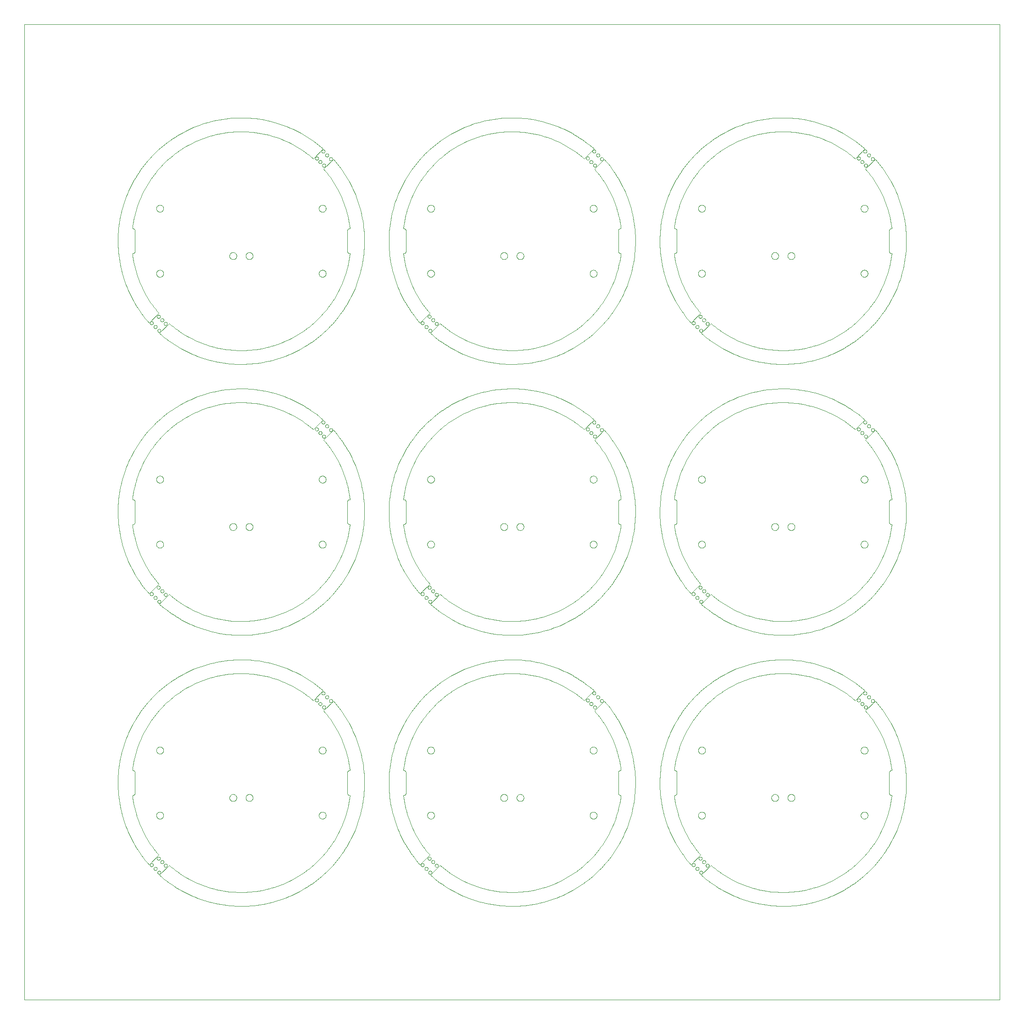
<source format=gko>
G75*
%MOIN*%
%OFA0B0*%
%FSLAX25Y25*%
%IPPOS*%
%LPD*%
%AMOC8*
5,1,8,0,0,1.08239X$1,22.5*
%
%ADD10C,0.00000*%
%ADD11C,0.00039*%
D10*
X0120978Y0122552D02*
X0120980Y0122621D01*
X0120986Y0122689D01*
X0120996Y0122757D01*
X0121010Y0122824D01*
X0121028Y0122891D01*
X0121049Y0122956D01*
X0121075Y0123020D01*
X0121104Y0123082D01*
X0121136Y0123142D01*
X0121172Y0123201D01*
X0121212Y0123257D01*
X0121254Y0123311D01*
X0121300Y0123362D01*
X0121349Y0123411D01*
X0121400Y0123457D01*
X0121454Y0123499D01*
X0121510Y0123539D01*
X0121568Y0123575D01*
X0121629Y0123607D01*
X0121691Y0123636D01*
X0121755Y0123662D01*
X0121820Y0123683D01*
X0121887Y0123701D01*
X0121954Y0123715D01*
X0122022Y0123725D01*
X0122090Y0123731D01*
X0122159Y0123733D01*
X0122228Y0123731D01*
X0122296Y0123725D01*
X0122364Y0123715D01*
X0122431Y0123701D01*
X0122498Y0123683D01*
X0122563Y0123662D01*
X0122627Y0123636D01*
X0122689Y0123607D01*
X0122749Y0123575D01*
X0122808Y0123539D01*
X0122864Y0123499D01*
X0122918Y0123457D01*
X0122969Y0123411D01*
X0123018Y0123362D01*
X0123064Y0123311D01*
X0123106Y0123257D01*
X0123146Y0123201D01*
X0123182Y0123142D01*
X0123214Y0123082D01*
X0123243Y0123020D01*
X0123269Y0122956D01*
X0123290Y0122891D01*
X0123308Y0122824D01*
X0123322Y0122757D01*
X0123332Y0122689D01*
X0123338Y0122621D01*
X0123340Y0122552D01*
X0123338Y0122483D01*
X0123332Y0122415D01*
X0123322Y0122347D01*
X0123308Y0122280D01*
X0123290Y0122213D01*
X0123269Y0122148D01*
X0123243Y0122084D01*
X0123214Y0122022D01*
X0123182Y0121961D01*
X0123146Y0121903D01*
X0123106Y0121847D01*
X0123064Y0121793D01*
X0123018Y0121742D01*
X0122969Y0121693D01*
X0122918Y0121647D01*
X0122864Y0121605D01*
X0122808Y0121565D01*
X0122750Y0121529D01*
X0122689Y0121497D01*
X0122627Y0121468D01*
X0122563Y0121442D01*
X0122498Y0121421D01*
X0122431Y0121403D01*
X0122364Y0121389D01*
X0122296Y0121379D01*
X0122228Y0121373D01*
X0122159Y0121371D01*
X0122090Y0121373D01*
X0122022Y0121379D01*
X0121954Y0121389D01*
X0121887Y0121403D01*
X0121820Y0121421D01*
X0121755Y0121442D01*
X0121691Y0121468D01*
X0121629Y0121497D01*
X0121568Y0121529D01*
X0121510Y0121565D01*
X0121454Y0121605D01*
X0121400Y0121647D01*
X0121349Y0121693D01*
X0121300Y0121742D01*
X0121254Y0121793D01*
X0121212Y0121847D01*
X0121172Y0121903D01*
X0121136Y0121961D01*
X0121104Y0122022D01*
X0121075Y0122084D01*
X0121049Y0122148D01*
X0121028Y0122213D01*
X0121010Y0122280D01*
X0120996Y0122347D01*
X0120986Y0122415D01*
X0120980Y0122483D01*
X0120978Y0122552D01*
X0118194Y0125336D02*
X0118196Y0125405D01*
X0118202Y0125473D01*
X0118212Y0125541D01*
X0118226Y0125608D01*
X0118244Y0125675D01*
X0118265Y0125740D01*
X0118291Y0125804D01*
X0118320Y0125866D01*
X0118352Y0125926D01*
X0118388Y0125985D01*
X0118428Y0126041D01*
X0118470Y0126095D01*
X0118516Y0126146D01*
X0118565Y0126195D01*
X0118616Y0126241D01*
X0118670Y0126283D01*
X0118726Y0126323D01*
X0118784Y0126359D01*
X0118845Y0126391D01*
X0118907Y0126420D01*
X0118971Y0126446D01*
X0119036Y0126467D01*
X0119103Y0126485D01*
X0119170Y0126499D01*
X0119238Y0126509D01*
X0119306Y0126515D01*
X0119375Y0126517D01*
X0119444Y0126515D01*
X0119512Y0126509D01*
X0119580Y0126499D01*
X0119647Y0126485D01*
X0119714Y0126467D01*
X0119779Y0126446D01*
X0119843Y0126420D01*
X0119905Y0126391D01*
X0119965Y0126359D01*
X0120024Y0126323D01*
X0120080Y0126283D01*
X0120134Y0126241D01*
X0120185Y0126195D01*
X0120234Y0126146D01*
X0120280Y0126095D01*
X0120322Y0126041D01*
X0120362Y0125985D01*
X0120398Y0125926D01*
X0120430Y0125866D01*
X0120459Y0125804D01*
X0120485Y0125740D01*
X0120506Y0125675D01*
X0120524Y0125608D01*
X0120538Y0125541D01*
X0120548Y0125473D01*
X0120554Y0125405D01*
X0120556Y0125336D01*
X0120554Y0125267D01*
X0120548Y0125199D01*
X0120538Y0125131D01*
X0120524Y0125064D01*
X0120506Y0124997D01*
X0120485Y0124932D01*
X0120459Y0124868D01*
X0120430Y0124806D01*
X0120398Y0124745D01*
X0120362Y0124687D01*
X0120322Y0124631D01*
X0120280Y0124577D01*
X0120234Y0124526D01*
X0120185Y0124477D01*
X0120134Y0124431D01*
X0120080Y0124389D01*
X0120024Y0124349D01*
X0119966Y0124313D01*
X0119905Y0124281D01*
X0119843Y0124252D01*
X0119779Y0124226D01*
X0119714Y0124205D01*
X0119647Y0124187D01*
X0119580Y0124173D01*
X0119512Y0124163D01*
X0119444Y0124157D01*
X0119375Y0124155D01*
X0119306Y0124157D01*
X0119238Y0124163D01*
X0119170Y0124173D01*
X0119103Y0124187D01*
X0119036Y0124205D01*
X0118971Y0124226D01*
X0118907Y0124252D01*
X0118845Y0124281D01*
X0118784Y0124313D01*
X0118726Y0124349D01*
X0118670Y0124389D01*
X0118616Y0124431D01*
X0118565Y0124477D01*
X0118516Y0124526D01*
X0118470Y0124577D01*
X0118428Y0124631D01*
X0118388Y0124687D01*
X0118352Y0124745D01*
X0118320Y0124806D01*
X0118291Y0124868D01*
X0118265Y0124932D01*
X0118244Y0124997D01*
X0118226Y0125064D01*
X0118212Y0125131D01*
X0118202Y0125199D01*
X0118196Y0125267D01*
X0118194Y0125336D01*
X0123253Y0130001D02*
X0123255Y0130070D01*
X0123261Y0130138D01*
X0123271Y0130206D01*
X0123285Y0130273D01*
X0123303Y0130340D01*
X0123324Y0130405D01*
X0123350Y0130469D01*
X0123379Y0130531D01*
X0123411Y0130591D01*
X0123447Y0130650D01*
X0123487Y0130706D01*
X0123529Y0130760D01*
X0123575Y0130811D01*
X0123624Y0130860D01*
X0123675Y0130906D01*
X0123729Y0130948D01*
X0123785Y0130988D01*
X0123843Y0131024D01*
X0123904Y0131056D01*
X0123966Y0131085D01*
X0124030Y0131111D01*
X0124095Y0131132D01*
X0124162Y0131150D01*
X0124229Y0131164D01*
X0124297Y0131174D01*
X0124365Y0131180D01*
X0124434Y0131182D01*
X0124503Y0131180D01*
X0124571Y0131174D01*
X0124639Y0131164D01*
X0124706Y0131150D01*
X0124773Y0131132D01*
X0124838Y0131111D01*
X0124902Y0131085D01*
X0124964Y0131056D01*
X0125024Y0131024D01*
X0125083Y0130988D01*
X0125139Y0130948D01*
X0125193Y0130906D01*
X0125244Y0130860D01*
X0125293Y0130811D01*
X0125339Y0130760D01*
X0125381Y0130706D01*
X0125421Y0130650D01*
X0125457Y0130591D01*
X0125489Y0130531D01*
X0125518Y0130469D01*
X0125544Y0130405D01*
X0125565Y0130340D01*
X0125583Y0130273D01*
X0125597Y0130206D01*
X0125607Y0130138D01*
X0125613Y0130070D01*
X0125615Y0130001D01*
X0125613Y0129932D01*
X0125607Y0129864D01*
X0125597Y0129796D01*
X0125583Y0129729D01*
X0125565Y0129662D01*
X0125544Y0129597D01*
X0125518Y0129533D01*
X0125489Y0129471D01*
X0125457Y0129410D01*
X0125421Y0129352D01*
X0125381Y0129296D01*
X0125339Y0129242D01*
X0125293Y0129191D01*
X0125244Y0129142D01*
X0125193Y0129096D01*
X0125139Y0129054D01*
X0125083Y0129014D01*
X0125025Y0128978D01*
X0124964Y0128946D01*
X0124902Y0128917D01*
X0124838Y0128891D01*
X0124773Y0128870D01*
X0124706Y0128852D01*
X0124639Y0128838D01*
X0124571Y0128828D01*
X0124503Y0128822D01*
X0124434Y0128820D01*
X0124365Y0128822D01*
X0124297Y0128828D01*
X0124229Y0128838D01*
X0124162Y0128852D01*
X0124095Y0128870D01*
X0124030Y0128891D01*
X0123966Y0128917D01*
X0123904Y0128946D01*
X0123843Y0128978D01*
X0123785Y0129014D01*
X0123729Y0129054D01*
X0123675Y0129096D01*
X0123624Y0129142D01*
X0123575Y0129191D01*
X0123529Y0129242D01*
X0123487Y0129296D01*
X0123447Y0129352D01*
X0123411Y0129410D01*
X0123379Y0129471D01*
X0123350Y0129533D01*
X0123324Y0129597D01*
X0123303Y0129662D01*
X0123285Y0129729D01*
X0123271Y0129796D01*
X0123261Y0129864D01*
X0123255Y0129932D01*
X0123253Y0130001D01*
X0125897Y0127472D02*
X0125899Y0127541D01*
X0125905Y0127609D01*
X0125915Y0127677D01*
X0125929Y0127744D01*
X0125947Y0127811D01*
X0125968Y0127876D01*
X0125994Y0127940D01*
X0126023Y0128002D01*
X0126055Y0128062D01*
X0126091Y0128121D01*
X0126131Y0128177D01*
X0126173Y0128231D01*
X0126219Y0128282D01*
X0126268Y0128331D01*
X0126319Y0128377D01*
X0126373Y0128419D01*
X0126429Y0128459D01*
X0126487Y0128495D01*
X0126548Y0128527D01*
X0126610Y0128556D01*
X0126674Y0128582D01*
X0126739Y0128603D01*
X0126806Y0128621D01*
X0126873Y0128635D01*
X0126941Y0128645D01*
X0127009Y0128651D01*
X0127078Y0128653D01*
X0127147Y0128651D01*
X0127215Y0128645D01*
X0127283Y0128635D01*
X0127350Y0128621D01*
X0127417Y0128603D01*
X0127482Y0128582D01*
X0127546Y0128556D01*
X0127608Y0128527D01*
X0127668Y0128495D01*
X0127727Y0128459D01*
X0127783Y0128419D01*
X0127837Y0128377D01*
X0127888Y0128331D01*
X0127937Y0128282D01*
X0127983Y0128231D01*
X0128025Y0128177D01*
X0128065Y0128121D01*
X0128101Y0128062D01*
X0128133Y0128002D01*
X0128162Y0127940D01*
X0128188Y0127876D01*
X0128209Y0127811D01*
X0128227Y0127744D01*
X0128241Y0127677D01*
X0128251Y0127609D01*
X0128257Y0127541D01*
X0128259Y0127472D01*
X0128257Y0127403D01*
X0128251Y0127335D01*
X0128241Y0127267D01*
X0128227Y0127200D01*
X0128209Y0127133D01*
X0128188Y0127068D01*
X0128162Y0127004D01*
X0128133Y0126942D01*
X0128101Y0126881D01*
X0128065Y0126823D01*
X0128025Y0126767D01*
X0127983Y0126713D01*
X0127937Y0126662D01*
X0127888Y0126613D01*
X0127837Y0126567D01*
X0127783Y0126525D01*
X0127727Y0126485D01*
X0127669Y0126449D01*
X0127608Y0126417D01*
X0127546Y0126388D01*
X0127482Y0126362D01*
X0127417Y0126341D01*
X0127350Y0126323D01*
X0127283Y0126309D01*
X0127215Y0126299D01*
X0127147Y0126293D01*
X0127078Y0126291D01*
X0127009Y0126293D01*
X0126941Y0126299D01*
X0126873Y0126309D01*
X0126806Y0126323D01*
X0126739Y0126341D01*
X0126674Y0126362D01*
X0126610Y0126388D01*
X0126548Y0126417D01*
X0126487Y0126449D01*
X0126429Y0126485D01*
X0126373Y0126525D01*
X0126319Y0126567D01*
X0126268Y0126613D01*
X0126219Y0126662D01*
X0126173Y0126713D01*
X0126131Y0126767D01*
X0126091Y0126823D01*
X0126055Y0126881D01*
X0126023Y0126942D01*
X0125994Y0127004D01*
X0125968Y0127068D01*
X0125947Y0127133D01*
X0125929Y0127200D01*
X0125915Y0127267D01*
X0125905Y0127335D01*
X0125899Y0127403D01*
X0125897Y0127472D01*
X0128427Y0124827D02*
X0128429Y0124896D01*
X0128435Y0124964D01*
X0128445Y0125032D01*
X0128459Y0125099D01*
X0128477Y0125166D01*
X0128498Y0125231D01*
X0128524Y0125295D01*
X0128553Y0125357D01*
X0128585Y0125417D01*
X0128621Y0125476D01*
X0128661Y0125532D01*
X0128703Y0125586D01*
X0128749Y0125637D01*
X0128798Y0125686D01*
X0128849Y0125732D01*
X0128903Y0125774D01*
X0128959Y0125814D01*
X0129017Y0125850D01*
X0129078Y0125882D01*
X0129140Y0125911D01*
X0129204Y0125937D01*
X0129269Y0125958D01*
X0129336Y0125976D01*
X0129403Y0125990D01*
X0129471Y0126000D01*
X0129539Y0126006D01*
X0129608Y0126008D01*
X0129677Y0126006D01*
X0129745Y0126000D01*
X0129813Y0125990D01*
X0129880Y0125976D01*
X0129947Y0125958D01*
X0130012Y0125937D01*
X0130076Y0125911D01*
X0130138Y0125882D01*
X0130198Y0125850D01*
X0130257Y0125814D01*
X0130313Y0125774D01*
X0130367Y0125732D01*
X0130418Y0125686D01*
X0130467Y0125637D01*
X0130513Y0125586D01*
X0130555Y0125532D01*
X0130595Y0125476D01*
X0130631Y0125417D01*
X0130663Y0125357D01*
X0130692Y0125295D01*
X0130718Y0125231D01*
X0130739Y0125166D01*
X0130757Y0125099D01*
X0130771Y0125032D01*
X0130781Y0124964D01*
X0130787Y0124896D01*
X0130789Y0124827D01*
X0130787Y0124758D01*
X0130781Y0124690D01*
X0130771Y0124622D01*
X0130757Y0124555D01*
X0130739Y0124488D01*
X0130718Y0124423D01*
X0130692Y0124359D01*
X0130663Y0124297D01*
X0130631Y0124236D01*
X0130595Y0124178D01*
X0130555Y0124122D01*
X0130513Y0124068D01*
X0130467Y0124017D01*
X0130418Y0123968D01*
X0130367Y0123922D01*
X0130313Y0123880D01*
X0130257Y0123840D01*
X0130199Y0123804D01*
X0130138Y0123772D01*
X0130076Y0123743D01*
X0130012Y0123717D01*
X0129947Y0123696D01*
X0129880Y0123678D01*
X0129813Y0123664D01*
X0129745Y0123654D01*
X0129677Y0123648D01*
X0129608Y0123646D01*
X0129539Y0123648D01*
X0129471Y0123654D01*
X0129403Y0123664D01*
X0129336Y0123678D01*
X0129269Y0123696D01*
X0129204Y0123717D01*
X0129140Y0123743D01*
X0129078Y0123772D01*
X0129017Y0123804D01*
X0128959Y0123840D01*
X0128903Y0123880D01*
X0128849Y0123922D01*
X0128798Y0123968D01*
X0128749Y0124017D01*
X0128703Y0124068D01*
X0128661Y0124122D01*
X0128621Y0124178D01*
X0128585Y0124236D01*
X0128553Y0124297D01*
X0128524Y0124359D01*
X0128498Y0124423D01*
X0128477Y0124488D01*
X0128459Y0124555D01*
X0128445Y0124622D01*
X0128435Y0124690D01*
X0128429Y0124758D01*
X0128427Y0124827D01*
X0123762Y0119769D02*
X0123764Y0119838D01*
X0123770Y0119906D01*
X0123780Y0119974D01*
X0123794Y0120041D01*
X0123812Y0120108D01*
X0123833Y0120173D01*
X0123859Y0120237D01*
X0123888Y0120299D01*
X0123920Y0120359D01*
X0123956Y0120418D01*
X0123996Y0120474D01*
X0124038Y0120528D01*
X0124084Y0120579D01*
X0124133Y0120628D01*
X0124184Y0120674D01*
X0124238Y0120716D01*
X0124294Y0120756D01*
X0124352Y0120792D01*
X0124413Y0120824D01*
X0124475Y0120853D01*
X0124539Y0120879D01*
X0124604Y0120900D01*
X0124671Y0120918D01*
X0124738Y0120932D01*
X0124806Y0120942D01*
X0124874Y0120948D01*
X0124943Y0120950D01*
X0125012Y0120948D01*
X0125080Y0120942D01*
X0125148Y0120932D01*
X0125215Y0120918D01*
X0125282Y0120900D01*
X0125347Y0120879D01*
X0125411Y0120853D01*
X0125473Y0120824D01*
X0125533Y0120792D01*
X0125592Y0120756D01*
X0125648Y0120716D01*
X0125702Y0120674D01*
X0125753Y0120628D01*
X0125802Y0120579D01*
X0125848Y0120528D01*
X0125890Y0120474D01*
X0125930Y0120418D01*
X0125966Y0120359D01*
X0125998Y0120299D01*
X0126027Y0120237D01*
X0126053Y0120173D01*
X0126074Y0120108D01*
X0126092Y0120041D01*
X0126106Y0119974D01*
X0126116Y0119906D01*
X0126122Y0119838D01*
X0126124Y0119769D01*
X0126122Y0119700D01*
X0126116Y0119632D01*
X0126106Y0119564D01*
X0126092Y0119497D01*
X0126074Y0119430D01*
X0126053Y0119365D01*
X0126027Y0119301D01*
X0125998Y0119239D01*
X0125966Y0119178D01*
X0125930Y0119120D01*
X0125890Y0119064D01*
X0125848Y0119010D01*
X0125802Y0118959D01*
X0125753Y0118910D01*
X0125702Y0118864D01*
X0125648Y0118822D01*
X0125592Y0118782D01*
X0125534Y0118746D01*
X0125473Y0118714D01*
X0125411Y0118685D01*
X0125347Y0118659D01*
X0125282Y0118638D01*
X0125215Y0118620D01*
X0125148Y0118606D01*
X0125080Y0118596D01*
X0125012Y0118590D01*
X0124943Y0118588D01*
X0124874Y0118590D01*
X0124806Y0118596D01*
X0124738Y0118606D01*
X0124671Y0118620D01*
X0124604Y0118638D01*
X0124539Y0118659D01*
X0124475Y0118685D01*
X0124413Y0118714D01*
X0124352Y0118746D01*
X0124294Y0118782D01*
X0124238Y0118822D01*
X0124184Y0118864D01*
X0124133Y0118910D01*
X0124084Y0118959D01*
X0124038Y0119010D01*
X0123996Y0119064D01*
X0123956Y0119120D01*
X0123920Y0119178D01*
X0123888Y0119239D01*
X0123859Y0119301D01*
X0123833Y0119365D01*
X0123812Y0119430D01*
X0123794Y0119497D01*
X0123780Y0119564D01*
X0123770Y0119632D01*
X0123764Y0119700D01*
X0123762Y0119769D01*
X0122904Y0161289D02*
X0122906Y0161390D01*
X0122912Y0161491D01*
X0122922Y0161592D01*
X0122936Y0161692D01*
X0122954Y0161791D01*
X0122976Y0161890D01*
X0123001Y0161988D01*
X0123031Y0162085D01*
X0123064Y0162180D01*
X0123101Y0162274D01*
X0123142Y0162367D01*
X0123186Y0162458D01*
X0123234Y0162547D01*
X0123286Y0162634D01*
X0123341Y0162719D01*
X0123399Y0162801D01*
X0123460Y0162882D01*
X0123525Y0162960D01*
X0123592Y0163035D01*
X0123662Y0163107D01*
X0123736Y0163177D01*
X0123812Y0163244D01*
X0123890Y0163308D01*
X0123971Y0163368D01*
X0124054Y0163425D01*
X0124140Y0163479D01*
X0124228Y0163530D01*
X0124317Y0163577D01*
X0124408Y0163621D01*
X0124501Y0163660D01*
X0124596Y0163697D01*
X0124691Y0163729D01*
X0124788Y0163758D01*
X0124887Y0163782D01*
X0124985Y0163803D01*
X0125085Y0163820D01*
X0125185Y0163833D01*
X0125286Y0163842D01*
X0125387Y0163847D01*
X0125488Y0163848D01*
X0125589Y0163845D01*
X0125690Y0163838D01*
X0125791Y0163827D01*
X0125891Y0163812D01*
X0125990Y0163793D01*
X0126089Y0163770D01*
X0126186Y0163744D01*
X0126283Y0163713D01*
X0126378Y0163679D01*
X0126471Y0163641D01*
X0126564Y0163599D01*
X0126654Y0163554D01*
X0126743Y0163505D01*
X0126829Y0163453D01*
X0126913Y0163397D01*
X0126996Y0163338D01*
X0127075Y0163276D01*
X0127153Y0163211D01*
X0127227Y0163143D01*
X0127299Y0163071D01*
X0127368Y0162998D01*
X0127434Y0162921D01*
X0127497Y0162842D01*
X0127557Y0162760D01*
X0127613Y0162676D01*
X0127666Y0162590D01*
X0127716Y0162502D01*
X0127762Y0162412D01*
X0127805Y0162321D01*
X0127844Y0162227D01*
X0127879Y0162132D01*
X0127910Y0162036D01*
X0127938Y0161939D01*
X0127962Y0161841D01*
X0127982Y0161742D01*
X0127998Y0161642D01*
X0128010Y0161541D01*
X0128018Y0161441D01*
X0128022Y0161340D01*
X0128022Y0161238D01*
X0128018Y0161137D01*
X0128010Y0161037D01*
X0127998Y0160936D01*
X0127982Y0160836D01*
X0127962Y0160737D01*
X0127938Y0160639D01*
X0127910Y0160542D01*
X0127879Y0160446D01*
X0127844Y0160351D01*
X0127805Y0160257D01*
X0127762Y0160166D01*
X0127716Y0160076D01*
X0127666Y0159988D01*
X0127613Y0159902D01*
X0127557Y0159818D01*
X0127497Y0159736D01*
X0127434Y0159657D01*
X0127368Y0159580D01*
X0127299Y0159507D01*
X0127227Y0159435D01*
X0127153Y0159367D01*
X0127075Y0159302D01*
X0126996Y0159240D01*
X0126913Y0159181D01*
X0126829Y0159125D01*
X0126742Y0159073D01*
X0126654Y0159024D01*
X0126564Y0158979D01*
X0126471Y0158937D01*
X0126378Y0158899D01*
X0126283Y0158865D01*
X0126186Y0158834D01*
X0126089Y0158808D01*
X0125990Y0158785D01*
X0125891Y0158766D01*
X0125791Y0158751D01*
X0125690Y0158740D01*
X0125589Y0158733D01*
X0125488Y0158730D01*
X0125387Y0158731D01*
X0125286Y0158736D01*
X0125185Y0158745D01*
X0125085Y0158758D01*
X0124985Y0158775D01*
X0124887Y0158796D01*
X0124788Y0158820D01*
X0124691Y0158849D01*
X0124596Y0158881D01*
X0124501Y0158918D01*
X0124408Y0158957D01*
X0124317Y0159001D01*
X0124228Y0159048D01*
X0124140Y0159099D01*
X0124054Y0159153D01*
X0123971Y0159210D01*
X0123890Y0159270D01*
X0123812Y0159334D01*
X0123736Y0159401D01*
X0123662Y0159471D01*
X0123592Y0159543D01*
X0123525Y0159618D01*
X0123460Y0159696D01*
X0123399Y0159777D01*
X0123341Y0159859D01*
X0123286Y0159944D01*
X0123234Y0160031D01*
X0123186Y0160120D01*
X0123142Y0160211D01*
X0123101Y0160304D01*
X0123064Y0160398D01*
X0123031Y0160493D01*
X0123001Y0160590D01*
X0122976Y0160688D01*
X0122954Y0160787D01*
X0122936Y0160886D01*
X0122922Y0160986D01*
X0122912Y0161087D01*
X0122906Y0161188D01*
X0122904Y0161289D01*
X0122904Y0208533D02*
X0122906Y0208634D01*
X0122912Y0208735D01*
X0122922Y0208836D01*
X0122936Y0208936D01*
X0122954Y0209035D01*
X0122976Y0209134D01*
X0123001Y0209232D01*
X0123031Y0209329D01*
X0123064Y0209424D01*
X0123101Y0209518D01*
X0123142Y0209611D01*
X0123186Y0209702D01*
X0123234Y0209791D01*
X0123286Y0209878D01*
X0123341Y0209963D01*
X0123399Y0210045D01*
X0123460Y0210126D01*
X0123525Y0210204D01*
X0123592Y0210279D01*
X0123662Y0210351D01*
X0123736Y0210421D01*
X0123812Y0210488D01*
X0123890Y0210552D01*
X0123971Y0210612D01*
X0124054Y0210669D01*
X0124140Y0210723D01*
X0124228Y0210774D01*
X0124317Y0210821D01*
X0124408Y0210865D01*
X0124501Y0210904D01*
X0124596Y0210941D01*
X0124691Y0210973D01*
X0124788Y0211002D01*
X0124887Y0211026D01*
X0124985Y0211047D01*
X0125085Y0211064D01*
X0125185Y0211077D01*
X0125286Y0211086D01*
X0125387Y0211091D01*
X0125488Y0211092D01*
X0125589Y0211089D01*
X0125690Y0211082D01*
X0125791Y0211071D01*
X0125891Y0211056D01*
X0125990Y0211037D01*
X0126089Y0211014D01*
X0126186Y0210988D01*
X0126283Y0210957D01*
X0126378Y0210923D01*
X0126471Y0210885D01*
X0126564Y0210843D01*
X0126654Y0210798D01*
X0126743Y0210749D01*
X0126829Y0210697D01*
X0126913Y0210641D01*
X0126996Y0210582D01*
X0127075Y0210520D01*
X0127153Y0210455D01*
X0127227Y0210387D01*
X0127299Y0210315D01*
X0127368Y0210242D01*
X0127434Y0210165D01*
X0127497Y0210086D01*
X0127557Y0210004D01*
X0127613Y0209920D01*
X0127666Y0209834D01*
X0127716Y0209746D01*
X0127762Y0209656D01*
X0127805Y0209565D01*
X0127844Y0209471D01*
X0127879Y0209376D01*
X0127910Y0209280D01*
X0127938Y0209183D01*
X0127962Y0209085D01*
X0127982Y0208986D01*
X0127998Y0208886D01*
X0128010Y0208785D01*
X0128018Y0208685D01*
X0128022Y0208584D01*
X0128022Y0208482D01*
X0128018Y0208381D01*
X0128010Y0208281D01*
X0127998Y0208180D01*
X0127982Y0208080D01*
X0127962Y0207981D01*
X0127938Y0207883D01*
X0127910Y0207786D01*
X0127879Y0207690D01*
X0127844Y0207595D01*
X0127805Y0207501D01*
X0127762Y0207410D01*
X0127716Y0207320D01*
X0127666Y0207232D01*
X0127613Y0207146D01*
X0127557Y0207062D01*
X0127497Y0206980D01*
X0127434Y0206901D01*
X0127368Y0206824D01*
X0127299Y0206751D01*
X0127227Y0206679D01*
X0127153Y0206611D01*
X0127075Y0206546D01*
X0126996Y0206484D01*
X0126913Y0206425D01*
X0126829Y0206369D01*
X0126742Y0206317D01*
X0126654Y0206268D01*
X0126564Y0206223D01*
X0126471Y0206181D01*
X0126378Y0206143D01*
X0126283Y0206109D01*
X0126186Y0206078D01*
X0126089Y0206052D01*
X0125990Y0206029D01*
X0125891Y0206010D01*
X0125791Y0205995D01*
X0125690Y0205984D01*
X0125589Y0205977D01*
X0125488Y0205974D01*
X0125387Y0205975D01*
X0125286Y0205980D01*
X0125185Y0205989D01*
X0125085Y0206002D01*
X0124985Y0206019D01*
X0124887Y0206040D01*
X0124788Y0206064D01*
X0124691Y0206093D01*
X0124596Y0206125D01*
X0124501Y0206162D01*
X0124408Y0206201D01*
X0124317Y0206245D01*
X0124228Y0206292D01*
X0124140Y0206343D01*
X0124054Y0206397D01*
X0123971Y0206454D01*
X0123890Y0206514D01*
X0123812Y0206578D01*
X0123736Y0206645D01*
X0123662Y0206715D01*
X0123592Y0206787D01*
X0123525Y0206862D01*
X0123460Y0206940D01*
X0123399Y0207021D01*
X0123341Y0207103D01*
X0123286Y0207188D01*
X0123234Y0207275D01*
X0123186Y0207364D01*
X0123142Y0207455D01*
X0123101Y0207548D01*
X0123064Y0207642D01*
X0123031Y0207737D01*
X0123001Y0207834D01*
X0122976Y0207932D01*
X0122954Y0208031D01*
X0122936Y0208130D01*
X0122922Y0208230D01*
X0122912Y0208331D01*
X0122906Y0208432D01*
X0122904Y0208533D01*
X0176053Y0174085D02*
X0176055Y0174186D01*
X0176061Y0174287D01*
X0176071Y0174388D01*
X0176085Y0174488D01*
X0176103Y0174587D01*
X0176125Y0174686D01*
X0176150Y0174784D01*
X0176180Y0174881D01*
X0176213Y0174976D01*
X0176250Y0175070D01*
X0176291Y0175163D01*
X0176335Y0175254D01*
X0176383Y0175343D01*
X0176435Y0175430D01*
X0176490Y0175515D01*
X0176548Y0175597D01*
X0176609Y0175678D01*
X0176674Y0175756D01*
X0176741Y0175831D01*
X0176811Y0175903D01*
X0176885Y0175973D01*
X0176961Y0176040D01*
X0177039Y0176104D01*
X0177120Y0176164D01*
X0177203Y0176221D01*
X0177289Y0176275D01*
X0177377Y0176326D01*
X0177466Y0176373D01*
X0177557Y0176417D01*
X0177650Y0176456D01*
X0177745Y0176493D01*
X0177840Y0176525D01*
X0177937Y0176554D01*
X0178036Y0176578D01*
X0178134Y0176599D01*
X0178234Y0176616D01*
X0178334Y0176629D01*
X0178435Y0176638D01*
X0178536Y0176643D01*
X0178637Y0176644D01*
X0178738Y0176641D01*
X0178839Y0176634D01*
X0178940Y0176623D01*
X0179040Y0176608D01*
X0179139Y0176589D01*
X0179238Y0176566D01*
X0179335Y0176540D01*
X0179432Y0176509D01*
X0179527Y0176475D01*
X0179620Y0176437D01*
X0179713Y0176395D01*
X0179803Y0176350D01*
X0179892Y0176301D01*
X0179978Y0176249D01*
X0180062Y0176193D01*
X0180145Y0176134D01*
X0180224Y0176072D01*
X0180302Y0176007D01*
X0180376Y0175939D01*
X0180448Y0175867D01*
X0180517Y0175794D01*
X0180583Y0175717D01*
X0180646Y0175638D01*
X0180706Y0175556D01*
X0180762Y0175472D01*
X0180815Y0175386D01*
X0180865Y0175298D01*
X0180911Y0175208D01*
X0180954Y0175117D01*
X0180993Y0175023D01*
X0181028Y0174928D01*
X0181059Y0174832D01*
X0181087Y0174735D01*
X0181111Y0174637D01*
X0181131Y0174538D01*
X0181147Y0174438D01*
X0181159Y0174337D01*
X0181167Y0174237D01*
X0181171Y0174136D01*
X0181171Y0174034D01*
X0181167Y0173933D01*
X0181159Y0173833D01*
X0181147Y0173732D01*
X0181131Y0173632D01*
X0181111Y0173533D01*
X0181087Y0173435D01*
X0181059Y0173338D01*
X0181028Y0173242D01*
X0180993Y0173147D01*
X0180954Y0173053D01*
X0180911Y0172962D01*
X0180865Y0172872D01*
X0180815Y0172784D01*
X0180762Y0172698D01*
X0180706Y0172614D01*
X0180646Y0172532D01*
X0180583Y0172453D01*
X0180517Y0172376D01*
X0180448Y0172303D01*
X0180376Y0172231D01*
X0180302Y0172163D01*
X0180224Y0172098D01*
X0180145Y0172036D01*
X0180062Y0171977D01*
X0179978Y0171921D01*
X0179891Y0171869D01*
X0179803Y0171820D01*
X0179713Y0171775D01*
X0179620Y0171733D01*
X0179527Y0171695D01*
X0179432Y0171661D01*
X0179335Y0171630D01*
X0179238Y0171604D01*
X0179139Y0171581D01*
X0179040Y0171562D01*
X0178940Y0171547D01*
X0178839Y0171536D01*
X0178738Y0171529D01*
X0178637Y0171526D01*
X0178536Y0171527D01*
X0178435Y0171532D01*
X0178334Y0171541D01*
X0178234Y0171554D01*
X0178134Y0171571D01*
X0178036Y0171592D01*
X0177937Y0171616D01*
X0177840Y0171645D01*
X0177745Y0171677D01*
X0177650Y0171714D01*
X0177557Y0171753D01*
X0177466Y0171797D01*
X0177377Y0171844D01*
X0177289Y0171895D01*
X0177203Y0171949D01*
X0177120Y0172006D01*
X0177039Y0172066D01*
X0176961Y0172130D01*
X0176885Y0172197D01*
X0176811Y0172267D01*
X0176741Y0172339D01*
X0176674Y0172414D01*
X0176609Y0172492D01*
X0176548Y0172573D01*
X0176490Y0172655D01*
X0176435Y0172740D01*
X0176383Y0172827D01*
X0176335Y0172916D01*
X0176291Y0173007D01*
X0176250Y0173100D01*
X0176213Y0173194D01*
X0176180Y0173289D01*
X0176150Y0173386D01*
X0176125Y0173484D01*
X0176103Y0173583D01*
X0176085Y0173682D01*
X0176071Y0173782D01*
X0176061Y0173883D01*
X0176055Y0173984D01*
X0176053Y0174085D01*
X0187864Y0174085D02*
X0187866Y0174186D01*
X0187872Y0174287D01*
X0187882Y0174388D01*
X0187896Y0174488D01*
X0187914Y0174587D01*
X0187936Y0174686D01*
X0187961Y0174784D01*
X0187991Y0174881D01*
X0188024Y0174976D01*
X0188061Y0175070D01*
X0188102Y0175163D01*
X0188146Y0175254D01*
X0188194Y0175343D01*
X0188246Y0175430D01*
X0188301Y0175515D01*
X0188359Y0175597D01*
X0188420Y0175678D01*
X0188485Y0175756D01*
X0188552Y0175831D01*
X0188622Y0175903D01*
X0188696Y0175973D01*
X0188772Y0176040D01*
X0188850Y0176104D01*
X0188931Y0176164D01*
X0189014Y0176221D01*
X0189100Y0176275D01*
X0189188Y0176326D01*
X0189277Y0176373D01*
X0189368Y0176417D01*
X0189461Y0176456D01*
X0189556Y0176493D01*
X0189651Y0176525D01*
X0189748Y0176554D01*
X0189847Y0176578D01*
X0189945Y0176599D01*
X0190045Y0176616D01*
X0190145Y0176629D01*
X0190246Y0176638D01*
X0190347Y0176643D01*
X0190448Y0176644D01*
X0190549Y0176641D01*
X0190650Y0176634D01*
X0190751Y0176623D01*
X0190851Y0176608D01*
X0190950Y0176589D01*
X0191049Y0176566D01*
X0191146Y0176540D01*
X0191243Y0176509D01*
X0191338Y0176475D01*
X0191431Y0176437D01*
X0191524Y0176395D01*
X0191614Y0176350D01*
X0191703Y0176301D01*
X0191789Y0176249D01*
X0191873Y0176193D01*
X0191956Y0176134D01*
X0192035Y0176072D01*
X0192113Y0176007D01*
X0192187Y0175939D01*
X0192259Y0175867D01*
X0192328Y0175794D01*
X0192394Y0175717D01*
X0192457Y0175638D01*
X0192517Y0175556D01*
X0192573Y0175472D01*
X0192626Y0175386D01*
X0192676Y0175298D01*
X0192722Y0175208D01*
X0192765Y0175117D01*
X0192804Y0175023D01*
X0192839Y0174928D01*
X0192870Y0174832D01*
X0192898Y0174735D01*
X0192922Y0174637D01*
X0192942Y0174538D01*
X0192958Y0174438D01*
X0192970Y0174337D01*
X0192978Y0174237D01*
X0192982Y0174136D01*
X0192982Y0174034D01*
X0192978Y0173933D01*
X0192970Y0173833D01*
X0192958Y0173732D01*
X0192942Y0173632D01*
X0192922Y0173533D01*
X0192898Y0173435D01*
X0192870Y0173338D01*
X0192839Y0173242D01*
X0192804Y0173147D01*
X0192765Y0173053D01*
X0192722Y0172962D01*
X0192676Y0172872D01*
X0192626Y0172784D01*
X0192573Y0172698D01*
X0192517Y0172614D01*
X0192457Y0172532D01*
X0192394Y0172453D01*
X0192328Y0172376D01*
X0192259Y0172303D01*
X0192187Y0172231D01*
X0192113Y0172163D01*
X0192035Y0172098D01*
X0191956Y0172036D01*
X0191873Y0171977D01*
X0191789Y0171921D01*
X0191702Y0171869D01*
X0191614Y0171820D01*
X0191524Y0171775D01*
X0191431Y0171733D01*
X0191338Y0171695D01*
X0191243Y0171661D01*
X0191146Y0171630D01*
X0191049Y0171604D01*
X0190950Y0171581D01*
X0190851Y0171562D01*
X0190751Y0171547D01*
X0190650Y0171536D01*
X0190549Y0171529D01*
X0190448Y0171526D01*
X0190347Y0171527D01*
X0190246Y0171532D01*
X0190145Y0171541D01*
X0190045Y0171554D01*
X0189945Y0171571D01*
X0189847Y0171592D01*
X0189748Y0171616D01*
X0189651Y0171645D01*
X0189556Y0171677D01*
X0189461Y0171714D01*
X0189368Y0171753D01*
X0189277Y0171797D01*
X0189188Y0171844D01*
X0189100Y0171895D01*
X0189014Y0171949D01*
X0188931Y0172006D01*
X0188850Y0172066D01*
X0188772Y0172130D01*
X0188696Y0172197D01*
X0188622Y0172267D01*
X0188552Y0172339D01*
X0188485Y0172414D01*
X0188420Y0172492D01*
X0188359Y0172573D01*
X0188301Y0172655D01*
X0188246Y0172740D01*
X0188194Y0172827D01*
X0188146Y0172916D01*
X0188102Y0173007D01*
X0188061Y0173100D01*
X0188024Y0173194D01*
X0187991Y0173289D01*
X0187961Y0173386D01*
X0187936Y0173484D01*
X0187914Y0173583D01*
X0187896Y0173682D01*
X0187882Y0173782D01*
X0187872Y0173883D01*
X0187866Y0173984D01*
X0187864Y0174085D01*
X0241014Y0161289D02*
X0241016Y0161390D01*
X0241022Y0161491D01*
X0241032Y0161592D01*
X0241046Y0161692D01*
X0241064Y0161791D01*
X0241086Y0161890D01*
X0241111Y0161988D01*
X0241141Y0162085D01*
X0241174Y0162180D01*
X0241211Y0162274D01*
X0241252Y0162367D01*
X0241296Y0162458D01*
X0241344Y0162547D01*
X0241396Y0162634D01*
X0241451Y0162719D01*
X0241509Y0162801D01*
X0241570Y0162882D01*
X0241635Y0162960D01*
X0241702Y0163035D01*
X0241772Y0163107D01*
X0241846Y0163177D01*
X0241922Y0163244D01*
X0242000Y0163308D01*
X0242081Y0163368D01*
X0242164Y0163425D01*
X0242250Y0163479D01*
X0242338Y0163530D01*
X0242427Y0163577D01*
X0242518Y0163621D01*
X0242611Y0163660D01*
X0242706Y0163697D01*
X0242801Y0163729D01*
X0242898Y0163758D01*
X0242997Y0163782D01*
X0243095Y0163803D01*
X0243195Y0163820D01*
X0243295Y0163833D01*
X0243396Y0163842D01*
X0243497Y0163847D01*
X0243598Y0163848D01*
X0243699Y0163845D01*
X0243800Y0163838D01*
X0243901Y0163827D01*
X0244001Y0163812D01*
X0244100Y0163793D01*
X0244199Y0163770D01*
X0244296Y0163744D01*
X0244393Y0163713D01*
X0244488Y0163679D01*
X0244581Y0163641D01*
X0244674Y0163599D01*
X0244764Y0163554D01*
X0244853Y0163505D01*
X0244939Y0163453D01*
X0245023Y0163397D01*
X0245106Y0163338D01*
X0245185Y0163276D01*
X0245263Y0163211D01*
X0245337Y0163143D01*
X0245409Y0163071D01*
X0245478Y0162998D01*
X0245544Y0162921D01*
X0245607Y0162842D01*
X0245667Y0162760D01*
X0245723Y0162676D01*
X0245776Y0162590D01*
X0245826Y0162502D01*
X0245872Y0162412D01*
X0245915Y0162321D01*
X0245954Y0162227D01*
X0245989Y0162132D01*
X0246020Y0162036D01*
X0246048Y0161939D01*
X0246072Y0161841D01*
X0246092Y0161742D01*
X0246108Y0161642D01*
X0246120Y0161541D01*
X0246128Y0161441D01*
X0246132Y0161340D01*
X0246132Y0161238D01*
X0246128Y0161137D01*
X0246120Y0161037D01*
X0246108Y0160936D01*
X0246092Y0160836D01*
X0246072Y0160737D01*
X0246048Y0160639D01*
X0246020Y0160542D01*
X0245989Y0160446D01*
X0245954Y0160351D01*
X0245915Y0160257D01*
X0245872Y0160166D01*
X0245826Y0160076D01*
X0245776Y0159988D01*
X0245723Y0159902D01*
X0245667Y0159818D01*
X0245607Y0159736D01*
X0245544Y0159657D01*
X0245478Y0159580D01*
X0245409Y0159507D01*
X0245337Y0159435D01*
X0245263Y0159367D01*
X0245185Y0159302D01*
X0245106Y0159240D01*
X0245023Y0159181D01*
X0244939Y0159125D01*
X0244852Y0159073D01*
X0244764Y0159024D01*
X0244674Y0158979D01*
X0244581Y0158937D01*
X0244488Y0158899D01*
X0244393Y0158865D01*
X0244296Y0158834D01*
X0244199Y0158808D01*
X0244100Y0158785D01*
X0244001Y0158766D01*
X0243901Y0158751D01*
X0243800Y0158740D01*
X0243699Y0158733D01*
X0243598Y0158730D01*
X0243497Y0158731D01*
X0243396Y0158736D01*
X0243295Y0158745D01*
X0243195Y0158758D01*
X0243095Y0158775D01*
X0242997Y0158796D01*
X0242898Y0158820D01*
X0242801Y0158849D01*
X0242706Y0158881D01*
X0242611Y0158918D01*
X0242518Y0158957D01*
X0242427Y0159001D01*
X0242338Y0159048D01*
X0242250Y0159099D01*
X0242164Y0159153D01*
X0242081Y0159210D01*
X0242000Y0159270D01*
X0241922Y0159334D01*
X0241846Y0159401D01*
X0241772Y0159471D01*
X0241702Y0159543D01*
X0241635Y0159618D01*
X0241570Y0159696D01*
X0241509Y0159777D01*
X0241451Y0159859D01*
X0241396Y0159944D01*
X0241344Y0160031D01*
X0241296Y0160120D01*
X0241252Y0160211D01*
X0241211Y0160304D01*
X0241174Y0160398D01*
X0241141Y0160493D01*
X0241111Y0160590D01*
X0241086Y0160688D01*
X0241064Y0160787D01*
X0241046Y0160886D01*
X0241032Y0160986D01*
X0241022Y0161087D01*
X0241016Y0161188D01*
X0241014Y0161289D01*
X0241014Y0208533D02*
X0241016Y0208634D01*
X0241022Y0208735D01*
X0241032Y0208836D01*
X0241046Y0208936D01*
X0241064Y0209035D01*
X0241086Y0209134D01*
X0241111Y0209232D01*
X0241141Y0209329D01*
X0241174Y0209424D01*
X0241211Y0209518D01*
X0241252Y0209611D01*
X0241296Y0209702D01*
X0241344Y0209791D01*
X0241396Y0209878D01*
X0241451Y0209963D01*
X0241509Y0210045D01*
X0241570Y0210126D01*
X0241635Y0210204D01*
X0241702Y0210279D01*
X0241772Y0210351D01*
X0241846Y0210421D01*
X0241922Y0210488D01*
X0242000Y0210552D01*
X0242081Y0210612D01*
X0242164Y0210669D01*
X0242250Y0210723D01*
X0242338Y0210774D01*
X0242427Y0210821D01*
X0242518Y0210865D01*
X0242611Y0210904D01*
X0242706Y0210941D01*
X0242801Y0210973D01*
X0242898Y0211002D01*
X0242997Y0211026D01*
X0243095Y0211047D01*
X0243195Y0211064D01*
X0243295Y0211077D01*
X0243396Y0211086D01*
X0243497Y0211091D01*
X0243598Y0211092D01*
X0243699Y0211089D01*
X0243800Y0211082D01*
X0243901Y0211071D01*
X0244001Y0211056D01*
X0244100Y0211037D01*
X0244199Y0211014D01*
X0244296Y0210988D01*
X0244393Y0210957D01*
X0244488Y0210923D01*
X0244581Y0210885D01*
X0244674Y0210843D01*
X0244764Y0210798D01*
X0244853Y0210749D01*
X0244939Y0210697D01*
X0245023Y0210641D01*
X0245106Y0210582D01*
X0245185Y0210520D01*
X0245263Y0210455D01*
X0245337Y0210387D01*
X0245409Y0210315D01*
X0245478Y0210242D01*
X0245544Y0210165D01*
X0245607Y0210086D01*
X0245667Y0210004D01*
X0245723Y0209920D01*
X0245776Y0209834D01*
X0245826Y0209746D01*
X0245872Y0209656D01*
X0245915Y0209565D01*
X0245954Y0209471D01*
X0245989Y0209376D01*
X0246020Y0209280D01*
X0246048Y0209183D01*
X0246072Y0209085D01*
X0246092Y0208986D01*
X0246108Y0208886D01*
X0246120Y0208785D01*
X0246128Y0208685D01*
X0246132Y0208584D01*
X0246132Y0208482D01*
X0246128Y0208381D01*
X0246120Y0208281D01*
X0246108Y0208180D01*
X0246092Y0208080D01*
X0246072Y0207981D01*
X0246048Y0207883D01*
X0246020Y0207786D01*
X0245989Y0207690D01*
X0245954Y0207595D01*
X0245915Y0207501D01*
X0245872Y0207410D01*
X0245826Y0207320D01*
X0245776Y0207232D01*
X0245723Y0207146D01*
X0245667Y0207062D01*
X0245607Y0206980D01*
X0245544Y0206901D01*
X0245478Y0206824D01*
X0245409Y0206751D01*
X0245337Y0206679D01*
X0245263Y0206611D01*
X0245185Y0206546D01*
X0245106Y0206484D01*
X0245023Y0206425D01*
X0244939Y0206369D01*
X0244852Y0206317D01*
X0244764Y0206268D01*
X0244674Y0206223D01*
X0244581Y0206181D01*
X0244488Y0206143D01*
X0244393Y0206109D01*
X0244296Y0206078D01*
X0244199Y0206052D01*
X0244100Y0206029D01*
X0244001Y0206010D01*
X0243901Y0205995D01*
X0243800Y0205984D01*
X0243699Y0205977D01*
X0243598Y0205974D01*
X0243497Y0205975D01*
X0243396Y0205980D01*
X0243295Y0205989D01*
X0243195Y0206002D01*
X0243095Y0206019D01*
X0242997Y0206040D01*
X0242898Y0206064D01*
X0242801Y0206093D01*
X0242706Y0206125D01*
X0242611Y0206162D01*
X0242518Y0206201D01*
X0242427Y0206245D01*
X0242338Y0206292D01*
X0242250Y0206343D01*
X0242164Y0206397D01*
X0242081Y0206454D01*
X0242000Y0206514D01*
X0241922Y0206578D01*
X0241846Y0206645D01*
X0241772Y0206715D01*
X0241702Y0206787D01*
X0241635Y0206862D01*
X0241570Y0206940D01*
X0241509Y0207021D01*
X0241451Y0207103D01*
X0241396Y0207188D01*
X0241344Y0207275D01*
X0241296Y0207364D01*
X0241252Y0207455D01*
X0241211Y0207548D01*
X0241174Y0207642D01*
X0241141Y0207737D01*
X0241111Y0207834D01*
X0241086Y0207932D01*
X0241064Y0208031D01*
X0241046Y0208130D01*
X0241032Y0208230D01*
X0241022Y0208331D01*
X0241016Y0208432D01*
X0241014Y0208533D01*
X0243421Y0239821D02*
X0243423Y0239890D01*
X0243429Y0239958D01*
X0243439Y0240026D01*
X0243453Y0240093D01*
X0243471Y0240160D01*
X0243492Y0240225D01*
X0243518Y0240289D01*
X0243547Y0240351D01*
X0243579Y0240411D01*
X0243615Y0240470D01*
X0243655Y0240526D01*
X0243697Y0240580D01*
X0243743Y0240631D01*
X0243792Y0240680D01*
X0243843Y0240726D01*
X0243897Y0240768D01*
X0243953Y0240808D01*
X0244011Y0240844D01*
X0244072Y0240876D01*
X0244134Y0240905D01*
X0244198Y0240931D01*
X0244263Y0240952D01*
X0244330Y0240970D01*
X0244397Y0240984D01*
X0244465Y0240994D01*
X0244533Y0241000D01*
X0244602Y0241002D01*
X0244671Y0241000D01*
X0244739Y0240994D01*
X0244807Y0240984D01*
X0244874Y0240970D01*
X0244941Y0240952D01*
X0245006Y0240931D01*
X0245070Y0240905D01*
X0245132Y0240876D01*
X0245192Y0240844D01*
X0245251Y0240808D01*
X0245307Y0240768D01*
X0245361Y0240726D01*
X0245412Y0240680D01*
X0245461Y0240631D01*
X0245507Y0240580D01*
X0245549Y0240526D01*
X0245589Y0240470D01*
X0245625Y0240411D01*
X0245657Y0240351D01*
X0245686Y0240289D01*
X0245712Y0240225D01*
X0245733Y0240160D01*
X0245751Y0240093D01*
X0245765Y0240026D01*
X0245775Y0239958D01*
X0245781Y0239890D01*
X0245783Y0239821D01*
X0245781Y0239752D01*
X0245775Y0239684D01*
X0245765Y0239616D01*
X0245751Y0239549D01*
X0245733Y0239482D01*
X0245712Y0239417D01*
X0245686Y0239353D01*
X0245657Y0239291D01*
X0245625Y0239230D01*
X0245589Y0239172D01*
X0245549Y0239116D01*
X0245507Y0239062D01*
X0245461Y0239011D01*
X0245412Y0238962D01*
X0245361Y0238916D01*
X0245307Y0238874D01*
X0245251Y0238834D01*
X0245193Y0238798D01*
X0245132Y0238766D01*
X0245070Y0238737D01*
X0245006Y0238711D01*
X0244941Y0238690D01*
X0244874Y0238672D01*
X0244807Y0238658D01*
X0244739Y0238648D01*
X0244671Y0238642D01*
X0244602Y0238640D01*
X0244533Y0238642D01*
X0244465Y0238648D01*
X0244397Y0238658D01*
X0244330Y0238672D01*
X0244263Y0238690D01*
X0244198Y0238711D01*
X0244134Y0238737D01*
X0244072Y0238766D01*
X0244011Y0238798D01*
X0243953Y0238834D01*
X0243897Y0238874D01*
X0243843Y0238916D01*
X0243792Y0238962D01*
X0243743Y0239011D01*
X0243697Y0239062D01*
X0243655Y0239116D01*
X0243615Y0239172D01*
X0243579Y0239230D01*
X0243547Y0239291D01*
X0243518Y0239353D01*
X0243492Y0239417D01*
X0243471Y0239482D01*
X0243453Y0239549D01*
X0243439Y0239616D01*
X0243429Y0239684D01*
X0243423Y0239752D01*
X0243421Y0239821D01*
X0240776Y0242351D02*
X0240778Y0242420D01*
X0240784Y0242488D01*
X0240794Y0242556D01*
X0240808Y0242623D01*
X0240826Y0242690D01*
X0240847Y0242755D01*
X0240873Y0242819D01*
X0240902Y0242881D01*
X0240934Y0242941D01*
X0240970Y0243000D01*
X0241010Y0243056D01*
X0241052Y0243110D01*
X0241098Y0243161D01*
X0241147Y0243210D01*
X0241198Y0243256D01*
X0241252Y0243298D01*
X0241308Y0243338D01*
X0241366Y0243374D01*
X0241427Y0243406D01*
X0241489Y0243435D01*
X0241553Y0243461D01*
X0241618Y0243482D01*
X0241685Y0243500D01*
X0241752Y0243514D01*
X0241820Y0243524D01*
X0241888Y0243530D01*
X0241957Y0243532D01*
X0242026Y0243530D01*
X0242094Y0243524D01*
X0242162Y0243514D01*
X0242229Y0243500D01*
X0242296Y0243482D01*
X0242361Y0243461D01*
X0242425Y0243435D01*
X0242487Y0243406D01*
X0242547Y0243374D01*
X0242606Y0243338D01*
X0242662Y0243298D01*
X0242716Y0243256D01*
X0242767Y0243210D01*
X0242816Y0243161D01*
X0242862Y0243110D01*
X0242904Y0243056D01*
X0242944Y0243000D01*
X0242980Y0242941D01*
X0243012Y0242881D01*
X0243041Y0242819D01*
X0243067Y0242755D01*
X0243088Y0242690D01*
X0243106Y0242623D01*
X0243120Y0242556D01*
X0243130Y0242488D01*
X0243136Y0242420D01*
X0243138Y0242351D01*
X0243136Y0242282D01*
X0243130Y0242214D01*
X0243120Y0242146D01*
X0243106Y0242079D01*
X0243088Y0242012D01*
X0243067Y0241947D01*
X0243041Y0241883D01*
X0243012Y0241821D01*
X0242980Y0241760D01*
X0242944Y0241702D01*
X0242904Y0241646D01*
X0242862Y0241592D01*
X0242816Y0241541D01*
X0242767Y0241492D01*
X0242716Y0241446D01*
X0242662Y0241404D01*
X0242606Y0241364D01*
X0242548Y0241328D01*
X0242487Y0241296D01*
X0242425Y0241267D01*
X0242361Y0241241D01*
X0242296Y0241220D01*
X0242229Y0241202D01*
X0242162Y0241188D01*
X0242094Y0241178D01*
X0242026Y0241172D01*
X0241957Y0241170D01*
X0241888Y0241172D01*
X0241820Y0241178D01*
X0241752Y0241188D01*
X0241685Y0241202D01*
X0241618Y0241220D01*
X0241553Y0241241D01*
X0241489Y0241267D01*
X0241427Y0241296D01*
X0241366Y0241328D01*
X0241308Y0241364D01*
X0241252Y0241404D01*
X0241198Y0241446D01*
X0241147Y0241492D01*
X0241098Y0241541D01*
X0241052Y0241592D01*
X0241010Y0241646D01*
X0240970Y0241702D01*
X0240934Y0241760D01*
X0240902Y0241821D01*
X0240873Y0241883D01*
X0240847Y0241947D01*
X0240826Y0242012D01*
X0240808Y0242079D01*
X0240794Y0242146D01*
X0240784Y0242214D01*
X0240778Y0242282D01*
X0240776Y0242351D01*
X0238247Y0244996D02*
X0238249Y0245065D01*
X0238255Y0245133D01*
X0238265Y0245201D01*
X0238279Y0245268D01*
X0238297Y0245335D01*
X0238318Y0245400D01*
X0238344Y0245464D01*
X0238373Y0245526D01*
X0238405Y0245586D01*
X0238441Y0245645D01*
X0238481Y0245701D01*
X0238523Y0245755D01*
X0238569Y0245806D01*
X0238618Y0245855D01*
X0238669Y0245901D01*
X0238723Y0245943D01*
X0238779Y0245983D01*
X0238837Y0246019D01*
X0238898Y0246051D01*
X0238960Y0246080D01*
X0239024Y0246106D01*
X0239089Y0246127D01*
X0239156Y0246145D01*
X0239223Y0246159D01*
X0239291Y0246169D01*
X0239359Y0246175D01*
X0239428Y0246177D01*
X0239497Y0246175D01*
X0239565Y0246169D01*
X0239633Y0246159D01*
X0239700Y0246145D01*
X0239767Y0246127D01*
X0239832Y0246106D01*
X0239896Y0246080D01*
X0239958Y0246051D01*
X0240018Y0246019D01*
X0240077Y0245983D01*
X0240133Y0245943D01*
X0240187Y0245901D01*
X0240238Y0245855D01*
X0240287Y0245806D01*
X0240333Y0245755D01*
X0240375Y0245701D01*
X0240415Y0245645D01*
X0240451Y0245586D01*
X0240483Y0245526D01*
X0240512Y0245464D01*
X0240538Y0245400D01*
X0240559Y0245335D01*
X0240577Y0245268D01*
X0240591Y0245201D01*
X0240601Y0245133D01*
X0240607Y0245065D01*
X0240609Y0244996D01*
X0240607Y0244927D01*
X0240601Y0244859D01*
X0240591Y0244791D01*
X0240577Y0244724D01*
X0240559Y0244657D01*
X0240538Y0244592D01*
X0240512Y0244528D01*
X0240483Y0244466D01*
X0240451Y0244405D01*
X0240415Y0244347D01*
X0240375Y0244291D01*
X0240333Y0244237D01*
X0240287Y0244186D01*
X0240238Y0244137D01*
X0240187Y0244091D01*
X0240133Y0244049D01*
X0240077Y0244009D01*
X0240019Y0243973D01*
X0239958Y0243941D01*
X0239896Y0243912D01*
X0239832Y0243886D01*
X0239767Y0243865D01*
X0239700Y0243847D01*
X0239633Y0243833D01*
X0239565Y0243823D01*
X0239497Y0243817D01*
X0239428Y0243815D01*
X0239359Y0243817D01*
X0239291Y0243823D01*
X0239223Y0243833D01*
X0239156Y0243847D01*
X0239089Y0243865D01*
X0239024Y0243886D01*
X0238960Y0243912D01*
X0238898Y0243941D01*
X0238837Y0243973D01*
X0238779Y0244009D01*
X0238723Y0244049D01*
X0238669Y0244091D01*
X0238618Y0244137D01*
X0238569Y0244186D01*
X0238523Y0244237D01*
X0238481Y0244291D01*
X0238441Y0244347D01*
X0238405Y0244405D01*
X0238373Y0244466D01*
X0238344Y0244528D01*
X0238318Y0244592D01*
X0238297Y0244657D01*
X0238279Y0244724D01*
X0238265Y0244791D01*
X0238255Y0244859D01*
X0238249Y0244927D01*
X0238247Y0244996D01*
X0242912Y0250054D02*
X0242914Y0250123D01*
X0242920Y0250191D01*
X0242930Y0250259D01*
X0242944Y0250326D01*
X0242962Y0250393D01*
X0242983Y0250458D01*
X0243009Y0250522D01*
X0243038Y0250584D01*
X0243070Y0250644D01*
X0243106Y0250703D01*
X0243146Y0250759D01*
X0243188Y0250813D01*
X0243234Y0250864D01*
X0243283Y0250913D01*
X0243334Y0250959D01*
X0243388Y0251001D01*
X0243444Y0251041D01*
X0243502Y0251077D01*
X0243563Y0251109D01*
X0243625Y0251138D01*
X0243689Y0251164D01*
X0243754Y0251185D01*
X0243821Y0251203D01*
X0243888Y0251217D01*
X0243956Y0251227D01*
X0244024Y0251233D01*
X0244093Y0251235D01*
X0244162Y0251233D01*
X0244230Y0251227D01*
X0244298Y0251217D01*
X0244365Y0251203D01*
X0244432Y0251185D01*
X0244497Y0251164D01*
X0244561Y0251138D01*
X0244623Y0251109D01*
X0244683Y0251077D01*
X0244742Y0251041D01*
X0244798Y0251001D01*
X0244852Y0250959D01*
X0244903Y0250913D01*
X0244952Y0250864D01*
X0244998Y0250813D01*
X0245040Y0250759D01*
X0245080Y0250703D01*
X0245116Y0250644D01*
X0245148Y0250584D01*
X0245177Y0250522D01*
X0245203Y0250458D01*
X0245224Y0250393D01*
X0245242Y0250326D01*
X0245256Y0250259D01*
X0245266Y0250191D01*
X0245272Y0250123D01*
X0245274Y0250054D01*
X0245272Y0249985D01*
X0245266Y0249917D01*
X0245256Y0249849D01*
X0245242Y0249782D01*
X0245224Y0249715D01*
X0245203Y0249650D01*
X0245177Y0249586D01*
X0245148Y0249524D01*
X0245116Y0249463D01*
X0245080Y0249405D01*
X0245040Y0249349D01*
X0244998Y0249295D01*
X0244952Y0249244D01*
X0244903Y0249195D01*
X0244852Y0249149D01*
X0244798Y0249107D01*
X0244742Y0249067D01*
X0244684Y0249031D01*
X0244623Y0248999D01*
X0244561Y0248970D01*
X0244497Y0248944D01*
X0244432Y0248923D01*
X0244365Y0248905D01*
X0244298Y0248891D01*
X0244230Y0248881D01*
X0244162Y0248875D01*
X0244093Y0248873D01*
X0244024Y0248875D01*
X0243956Y0248881D01*
X0243888Y0248891D01*
X0243821Y0248905D01*
X0243754Y0248923D01*
X0243689Y0248944D01*
X0243625Y0248970D01*
X0243563Y0248999D01*
X0243502Y0249031D01*
X0243444Y0249067D01*
X0243388Y0249107D01*
X0243334Y0249149D01*
X0243283Y0249195D01*
X0243234Y0249244D01*
X0243188Y0249295D01*
X0243146Y0249349D01*
X0243106Y0249405D01*
X0243070Y0249463D01*
X0243038Y0249524D01*
X0243009Y0249586D01*
X0242983Y0249650D01*
X0242962Y0249715D01*
X0242944Y0249782D01*
X0242930Y0249849D01*
X0242920Y0249917D01*
X0242914Y0249985D01*
X0242912Y0250054D01*
X0245696Y0247270D02*
X0245698Y0247339D01*
X0245704Y0247407D01*
X0245714Y0247475D01*
X0245728Y0247542D01*
X0245746Y0247609D01*
X0245767Y0247674D01*
X0245793Y0247738D01*
X0245822Y0247800D01*
X0245854Y0247860D01*
X0245890Y0247919D01*
X0245930Y0247975D01*
X0245972Y0248029D01*
X0246018Y0248080D01*
X0246067Y0248129D01*
X0246118Y0248175D01*
X0246172Y0248217D01*
X0246228Y0248257D01*
X0246286Y0248293D01*
X0246347Y0248325D01*
X0246409Y0248354D01*
X0246473Y0248380D01*
X0246538Y0248401D01*
X0246605Y0248419D01*
X0246672Y0248433D01*
X0246740Y0248443D01*
X0246808Y0248449D01*
X0246877Y0248451D01*
X0246946Y0248449D01*
X0247014Y0248443D01*
X0247082Y0248433D01*
X0247149Y0248419D01*
X0247216Y0248401D01*
X0247281Y0248380D01*
X0247345Y0248354D01*
X0247407Y0248325D01*
X0247467Y0248293D01*
X0247526Y0248257D01*
X0247582Y0248217D01*
X0247636Y0248175D01*
X0247687Y0248129D01*
X0247736Y0248080D01*
X0247782Y0248029D01*
X0247824Y0247975D01*
X0247864Y0247919D01*
X0247900Y0247860D01*
X0247932Y0247800D01*
X0247961Y0247738D01*
X0247987Y0247674D01*
X0248008Y0247609D01*
X0248026Y0247542D01*
X0248040Y0247475D01*
X0248050Y0247407D01*
X0248056Y0247339D01*
X0248058Y0247270D01*
X0248056Y0247201D01*
X0248050Y0247133D01*
X0248040Y0247065D01*
X0248026Y0246998D01*
X0248008Y0246931D01*
X0247987Y0246866D01*
X0247961Y0246802D01*
X0247932Y0246740D01*
X0247900Y0246679D01*
X0247864Y0246621D01*
X0247824Y0246565D01*
X0247782Y0246511D01*
X0247736Y0246460D01*
X0247687Y0246411D01*
X0247636Y0246365D01*
X0247582Y0246323D01*
X0247526Y0246283D01*
X0247468Y0246247D01*
X0247407Y0246215D01*
X0247345Y0246186D01*
X0247281Y0246160D01*
X0247216Y0246139D01*
X0247149Y0246121D01*
X0247082Y0246107D01*
X0247014Y0246097D01*
X0246946Y0246091D01*
X0246877Y0246089D01*
X0246808Y0246091D01*
X0246740Y0246097D01*
X0246672Y0246107D01*
X0246605Y0246121D01*
X0246538Y0246139D01*
X0246473Y0246160D01*
X0246409Y0246186D01*
X0246347Y0246215D01*
X0246286Y0246247D01*
X0246228Y0246283D01*
X0246172Y0246323D01*
X0246118Y0246365D01*
X0246067Y0246411D01*
X0246018Y0246460D01*
X0245972Y0246511D01*
X0245930Y0246565D01*
X0245890Y0246621D01*
X0245854Y0246679D01*
X0245822Y0246740D01*
X0245793Y0246802D01*
X0245767Y0246866D01*
X0245746Y0246931D01*
X0245728Y0246998D01*
X0245714Y0247065D01*
X0245704Y0247133D01*
X0245698Y0247201D01*
X0245696Y0247270D01*
X0248480Y0244487D02*
X0248482Y0244556D01*
X0248488Y0244624D01*
X0248498Y0244692D01*
X0248512Y0244759D01*
X0248530Y0244826D01*
X0248551Y0244891D01*
X0248577Y0244955D01*
X0248606Y0245017D01*
X0248638Y0245077D01*
X0248674Y0245136D01*
X0248714Y0245192D01*
X0248756Y0245246D01*
X0248802Y0245297D01*
X0248851Y0245346D01*
X0248902Y0245392D01*
X0248956Y0245434D01*
X0249012Y0245474D01*
X0249070Y0245510D01*
X0249131Y0245542D01*
X0249193Y0245571D01*
X0249257Y0245597D01*
X0249322Y0245618D01*
X0249389Y0245636D01*
X0249456Y0245650D01*
X0249524Y0245660D01*
X0249592Y0245666D01*
X0249661Y0245668D01*
X0249730Y0245666D01*
X0249798Y0245660D01*
X0249866Y0245650D01*
X0249933Y0245636D01*
X0250000Y0245618D01*
X0250065Y0245597D01*
X0250129Y0245571D01*
X0250191Y0245542D01*
X0250251Y0245510D01*
X0250310Y0245474D01*
X0250366Y0245434D01*
X0250420Y0245392D01*
X0250471Y0245346D01*
X0250520Y0245297D01*
X0250566Y0245246D01*
X0250608Y0245192D01*
X0250648Y0245136D01*
X0250684Y0245077D01*
X0250716Y0245017D01*
X0250745Y0244955D01*
X0250771Y0244891D01*
X0250792Y0244826D01*
X0250810Y0244759D01*
X0250824Y0244692D01*
X0250834Y0244624D01*
X0250840Y0244556D01*
X0250842Y0244487D01*
X0250840Y0244418D01*
X0250834Y0244350D01*
X0250824Y0244282D01*
X0250810Y0244215D01*
X0250792Y0244148D01*
X0250771Y0244083D01*
X0250745Y0244019D01*
X0250716Y0243957D01*
X0250684Y0243896D01*
X0250648Y0243838D01*
X0250608Y0243782D01*
X0250566Y0243728D01*
X0250520Y0243677D01*
X0250471Y0243628D01*
X0250420Y0243582D01*
X0250366Y0243540D01*
X0250310Y0243500D01*
X0250252Y0243464D01*
X0250191Y0243432D01*
X0250129Y0243403D01*
X0250065Y0243377D01*
X0250000Y0243356D01*
X0249933Y0243338D01*
X0249866Y0243324D01*
X0249798Y0243314D01*
X0249730Y0243308D01*
X0249661Y0243306D01*
X0249592Y0243308D01*
X0249524Y0243314D01*
X0249456Y0243324D01*
X0249389Y0243338D01*
X0249322Y0243356D01*
X0249257Y0243377D01*
X0249193Y0243403D01*
X0249131Y0243432D01*
X0249070Y0243464D01*
X0249012Y0243500D01*
X0248956Y0243540D01*
X0248902Y0243582D01*
X0248851Y0243628D01*
X0248802Y0243677D01*
X0248756Y0243728D01*
X0248714Y0243782D01*
X0248674Y0243838D01*
X0248638Y0243896D01*
X0248606Y0243957D01*
X0248577Y0244019D01*
X0248551Y0244083D01*
X0248530Y0244148D01*
X0248512Y0244215D01*
X0248498Y0244282D01*
X0248488Y0244350D01*
X0248482Y0244418D01*
X0248480Y0244487D01*
X0319754Y0208533D02*
X0319756Y0208634D01*
X0319762Y0208735D01*
X0319772Y0208836D01*
X0319786Y0208936D01*
X0319804Y0209035D01*
X0319826Y0209134D01*
X0319851Y0209232D01*
X0319881Y0209329D01*
X0319914Y0209424D01*
X0319951Y0209518D01*
X0319992Y0209611D01*
X0320036Y0209702D01*
X0320084Y0209791D01*
X0320136Y0209878D01*
X0320191Y0209963D01*
X0320249Y0210045D01*
X0320310Y0210126D01*
X0320375Y0210204D01*
X0320442Y0210279D01*
X0320512Y0210351D01*
X0320586Y0210421D01*
X0320662Y0210488D01*
X0320740Y0210552D01*
X0320821Y0210612D01*
X0320904Y0210669D01*
X0320990Y0210723D01*
X0321078Y0210774D01*
X0321167Y0210821D01*
X0321258Y0210865D01*
X0321351Y0210904D01*
X0321446Y0210941D01*
X0321541Y0210973D01*
X0321638Y0211002D01*
X0321737Y0211026D01*
X0321835Y0211047D01*
X0321935Y0211064D01*
X0322035Y0211077D01*
X0322136Y0211086D01*
X0322237Y0211091D01*
X0322338Y0211092D01*
X0322439Y0211089D01*
X0322540Y0211082D01*
X0322641Y0211071D01*
X0322741Y0211056D01*
X0322840Y0211037D01*
X0322939Y0211014D01*
X0323036Y0210988D01*
X0323133Y0210957D01*
X0323228Y0210923D01*
X0323321Y0210885D01*
X0323414Y0210843D01*
X0323504Y0210798D01*
X0323593Y0210749D01*
X0323679Y0210697D01*
X0323763Y0210641D01*
X0323846Y0210582D01*
X0323925Y0210520D01*
X0324003Y0210455D01*
X0324077Y0210387D01*
X0324149Y0210315D01*
X0324218Y0210242D01*
X0324284Y0210165D01*
X0324347Y0210086D01*
X0324407Y0210004D01*
X0324463Y0209920D01*
X0324516Y0209834D01*
X0324566Y0209746D01*
X0324612Y0209656D01*
X0324655Y0209565D01*
X0324694Y0209471D01*
X0324729Y0209376D01*
X0324760Y0209280D01*
X0324788Y0209183D01*
X0324812Y0209085D01*
X0324832Y0208986D01*
X0324848Y0208886D01*
X0324860Y0208785D01*
X0324868Y0208685D01*
X0324872Y0208584D01*
X0324872Y0208482D01*
X0324868Y0208381D01*
X0324860Y0208281D01*
X0324848Y0208180D01*
X0324832Y0208080D01*
X0324812Y0207981D01*
X0324788Y0207883D01*
X0324760Y0207786D01*
X0324729Y0207690D01*
X0324694Y0207595D01*
X0324655Y0207501D01*
X0324612Y0207410D01*
X0324566Y0207320D01*
X0324516Y0207232D01*
X0324463Y0207146D01*
X0324407Y0207062D01*
X0324347Y0206980D01*
X0324284Y0206901D01*
X0324218Y0206824D01*
X0324149Y0206751D01*
X0324077Y0206679D01*
X0324003Y0206611D01*
X0323925Y0206546D01*
X0323846Y0206484D01*
X0323763Y0206425D01*
X0323679Y0206369D01*
X0323592Y0206317D01*
X0323504Y0206268D01*
X0323414Y0206223D01*
X0323321Y0206181D01*
X0323228Y0206143D01*
X0323133Y0206109D01*
X0323036Y0206078D01*
X0322939Y0206052D01*
X0322840Y0206029D01*
X0322741Y0206010D01*
X0322641Y0205995D01*
X0322540Y0205984D01*
X0322439Y0205977D01*
X0322338Y0205974D01*
X0322237Y0205975D01*
X0322136Y0205980D01*
X0322035Y0205989D01*
X0321935Y0206002D01*
X0321835Y0206019D01*
X0321737Y0206040D01*
X0321638Y0206064D01*
X0321541Y0206093D01*
X0321446Y0206125D01*
X0321351Y0206162D01*
X0321258Y0206201D01*
X0321167Y0206245D01*
X0321078Y0206292D01*
X0320990Y0206343D01*
X0320904Y0206397D01*
X0320821Y0206454D01*
X0320740Y0206514D01*
X0320662Y0206578D01*
X0320586Y0206645D01*
X0320512Y0206715D01*
X0320442Y0206787D01*
X0320375Y0206862D01*
X0320310Y0206940D01*
X0320249Y0207021D01*
X0320191Y0207103D01*
X0320136Y0207188D01*
X0320084Y0207275D01*
X0320036Y0207364D01*
X0319992Y0207455D01*
X0319951Y0207548D01*
X0319914Y0207642D01*
X0319881Y0207737D01*
X0319851Y0207834D01*
X0319826Y0207932D01*
X0319804Y0208031D01*
X0319786Y0208130D01*
X0319772Y0208230D01*
X0319762Y0208331D01*
X0319756Y0208432D01*
X0319754Y0208533D01*
X0319754Y0161289D02*
X0319756Y0161390D01*
X0319762Y0161491D01*
X0319772Y0161592D01*
X0319786Y0161692D01*
X0319804Y0161791D01*
X0319826Y0161890D01*
X0319851Y0161988D01*
X0319881Y0162085D01*
X0319914Y0162180D01*
X0319951Y0162274D01*
X0319992Y0162367D01*
X0320036Y0162458D01*
X0320084Y0162547D01*
X0320136Y0162634D01*
X0320191Y0162719D01*
X0320249Y0162801D01*
X0320310Y0162882D01*
X0320375Y0162960D01*
X0320442Y0163035D01*
X0320512Y0163107D01*
X0320586Y0163177D01*
X0320662Y0163244D01*
X0320740Y0163308D01*
X0320821Y0163368D01*
X0320904Y0163425D01*
X0320990Y0163479D01*
X0321078Y0163530D01*
X0321167Y0163577D01*
X0321258Y0163621D01*
X0321351Y0163660D01*
X0321446Y0163697D01*
X0321541Y0163729D01*
X0321638Y0163758D01*
X0321737Y0163782D01*
X0321835Y0163803D01*
X0321935Y0163820D01*
X0322035Y0163833D01*
X0322136Y0163842D01*
X0322237Y0163847D01*
X0322338Y0163848D01*
X0322439Y0163845D01*
X0322540Y0163838D01*
X0322641Y0163827D01*
X0322741Y0163812D01*
X0322840Y0163793D01*
X0322939Y0163770D01*
X0323036Y0163744D01*
X0323133Y0163713D01*
X0323228Y0163679D01*
X0323321Y0163641D01*
X0323414Y0163599D01*
X0323504Y0163554D01*
X0323593Y0163505D01*
X0323679Y0163453D01*
X0323763Y0163397D01*
X0323846Y0163338D01*
X0323925Y0163276D01*
X0324003Y0163211D01*
X0324077Y0163143D01*
X0324149Y0163071D01*
X0324218Y0162998D01*
X0324284Y0162921D01*
X0324347Y0162842D01*
X0324407Y0162760D01*
X0324463Y0162676D01*
X0324516Y0162590D01*
X0324566Y0162502D01*
X0324612Y0162412D01*
X0324655Y0162321D01*
X0324694Y0162227D01*
X0324729Y0162132D01*
X0324760Y0162036D01*
X0324788Y0161939D01*
X0324812Y0161841D01*
X0324832Y0161742D01*
X0324848Y0161642D01*
X0324860Y0161541D01*
X0324868Y0161441D01*
X0324872Y0161340D01*
X0324872Y0161238D01*
X0324868Y0161137D01*
X0324860Y0161037D01*
X0324848Y0160936D01*
X0324832Y0160836D01*
X0324812Y0160737D01*
X0324788Y0160639D01*
X0324760Y0160542D01*
X0324729Y0160446D01*
X0324694Y0160351D01*
X0324655Y0160257D01*
X0324612Y0160166D01*
X0324566Y0160076D01*
X0324516Y0159988D01*
X0324463Y0159902D01*
X0324407Y0159818D01*
X0324347Y0159736D01*
X0324284Y0159657D01*
X0324218Y0159580D01*
X0324149Y0159507D01*
X0324077Y0159435D01*
X0324003Y0159367D01*
X0323925Y0159302D01*
X0323846Y0159240D01*
X0323763Y0159181D01*
X0323679Y0159125D01*
X0323592Y0159073D01*
X0323504Y0159024D01*
X0323414Y0158979D01*
X0323321Y0158937D01*
X0323228Y0158899D01*
X0323133Y0158865D01*
X0323036Y0158834D01*
X0322939Y0158808D01*
X0322840Y0158785D01*
X0322741Y0158766D01*
X0322641Y0158751D01*
X0322540Y0158740D01*
X0322439Y0158733D01*
X0322338Y0158730D01*
X0322237Y0158731D01*
X0322136Y0158736D01*
X0322035Y0158745D01*
X0321935Y0158758D01*
X0321835Y0158775D01*
X0321737Y0158796D01*
X0321638Y0158820D01*
X0321541Y0158849D01*
X0321446Y0158881D01*
X0321351Y0158918D01*
X0321258Y0158957D01*
X0321167Y0159001D01*
X0321078Y0159048D01*
X0320990Y0159099D01*
X0320904Y0159153D01*
X0320821Y0159210D01*
X0320740Y0159270D01*
X0320662Y0159334D01*
X0320586Y0159401D01*
X0320512Y0159471D01*
X0320442Y0159543D01*
X0320375Y0159618D01*
X0320310Y0159696D01*
X0320249Y0159777D01*
X0320191Y0159859D01*
X0320136Y0159944D01*
X0320084Y0160031D01*
X0320036Y0160120D01*
X0319992Y0160211D01*
X0319951Y0160304D01*
X0319914Y0160398D01*
X0319881Y0160493D01*
X0319851Y0160590D01*
X0319826Y0160688D01*
X0319804Y0160787D01*
X0319786Y0160886D01*
X0319772Y0160986D01*
X0319762Y0161087D01*
X0319756Y0161188D01*
X0319754Y0161289D01*
X0320103Y0130001D02*
X0320105Y0130070D01*
X0320111Y0130138D01*
X0320121Y0130206D01*
X0320135Y0130273D01*
X0320153Y0130340D01*
X0320174Y0130405D01*
X0320200Y0130469D01*
X0320229Y0130531D01*
X0320261Y0130591D01*
X0320297Y0130650D01*
X0320337Y0130706D01*
X0320379Y0130760D01*
X0320425Y0130811D01*
X0320474Y0130860D01*
X0320525Y0130906D01*
X0320579Y0130948D01*
X0320635Y0130988D01*
X0320693Y0131024D01*
X0320754Y0131056D01*
X0320816Y0131085D01*
X0320880Y0131111D01*
X0320945Y0131132D01*
X0321012Y0131150D01*
X0321079Y0131164D01*
X0321147Y0131174D01*
X0321215Y0131180D01*
X0321284Y0131182D01*
X0321353Y0131180D01*
X0321421Y0131174D01*
X0321489Y0131164D01*
X0321556Y0131150D01*
X0321623Y0131132D01*
X0321688Y0131111D01*
X0321752Y0131085D01*
X0321814Y0131056D01*
X0321874Y0131024D01*
X0321933Y0130988D01*
X0321989Y0130948D01*
X0322043Y0130906D01*
X0322094Y0130860D01*
X0322143Y0130811D01*
X0322189Y0130760D01*
X0322231Y0130706D01*
X0322271Y0130650D01*
X0322307Y0130591D01*
X0322339Y0130531D01*
X0322368Y0130469D01*
X0322394Y0130405D01*
X0322415Y0130340D01*
X0322433Y0130273D01*
X0322447Y0130206D01*
X0322457Y0130138D01*
X0322463Y0130070D01*
X0322465Y0130001D01*
X0322463Y0129932D01*
X0322457Y0129864D01*
X0322447Y0129796D01*
X0322433Y0129729D01*
X0322415Y0129662D01*
X0322394Y0129597D01*
X0322368Y0129533D01*
X0322339Y0129471D01*
X0322307Y0129410D01*
X0322271Y0129352D01*
X0322231Y0129296D01*
X0322189Y0129242D01*
X0322143Y0129191D01*
X0322094Y0129142D01*
X0322043Y0129096D01*
X0321989Y0129054D01*
X0321933Y0129014D01*
X0321875Y0128978D01*
X0321814Y0128946D01*
X0321752Y0128917D01*
X0321688Y0128891D01*
X0321623Y0128870D01*
X0321556Y0128852D01*
X0321489Y0128838D01*
X0321421Y0128828D01*
X0321353Y0128822D01*
X0321284Y0128820D01*
X0321215Y0128822D01*
X0321147Y0128828D01*
X0321079Y0128838D01*
X0321012Y0128852D01*
X0320945Y0128870D01*
X0320880Y0128891D01*
X0320816Y0128917D01*
X0320754Y0128946D01*
X0320693Y0128978D01*
X0320635Y0129014D01*
X0320579Y0129054D01*
X0320525Y0129096D01*
X0320474Y0129142D01*
X0320425Y0129191D01*
X0320379Y0129242D01*
X0320337Y0129296D01*
X0320297Y0129352D01*
X0320261Y0129410D01*
X0320229Y0129471D01*
X0320200Y0129533D01*
X0320174Y0129597D01*
X0320153Y0129662D01*
X0320135Y0129729D01*
X0320121Y0129796D01*
X0320111Y0129864D01*
X0320105Y0129932D01*
X0320103Y0130001D01*
X0322748Y0127472D02*
X0322750Y0127541D01*
X0322756Y0127609D01*
X0322766Y0127677D01*
X0322780Y0127744D01*
X0322798Y0127811D01*
X0322819Y0127876D01*
X0322845Y0127940D01*
X0322874Y0128002D01*
X0322906Y0128062D01*
X0322942Y0128121D01*
X0322982Y0128177D01*
X0323024Y0128231D01*
X0323070Y0128282D01*
X0323119Y0128331D01*
X0323170Y0128377D01*
X0323224Y0128419D01*
X0323280Y0128459D01*
X0323338Y0128495D01*
X0323399Y0128527D01*
X0323461Y0128556D01*
X0323525Y0128582D01*
X0323590Y0128603D01*
X0323657Y0128621D01*
X0323724Y0128635D01*
X0323792Y0128645D01*
X0323860Y0128651D01*
X0323929Y0128653D01*
X0323998Y0128651D01*
X0324066Y0128645D01*
X0324134Y0128635D01*
X0324201Y0128621D01*
X0324268Y0128603D01*
X0324333Y0128582D01*
X0324397Y0128556D01*
X0324459Y0128527D01*
X0324519Y0128495D01*
X0324578Y0128459D01*
X0324634Y0128419D01*
X0324688Y0128377D01*
X0324739Y0128331D01*
X0324788Y0128282D01*
X0324834Y0128231D01*
X0324876Y0128177D01*
X0324916Y0128121D01*
X0324952Y0128062D01*
X0324984Y0128002D01*
X0325013Y0127940D01*
X0325039Y0127876D01*
X0325060Y0127811D01*
X0325078Y0127744D01*
X0325092Y0127677D01*
X0325102Y0127609D01*
X0325108Y0127541D01*
X0325110Y0127472D01*
X0325108Y0127403D01*
X0325102Y0127335D01*
X0325092Y0127267D01*
X0325078Y0127200D01*
X0325060Y0127133D01*
X0325039Y0127068D01*
X0325013Y0127004D01*
X0324984Y0126942D01*
X0324952Y0126881D01*
X0324916Y0126823D01*
X0324876Y0126767D01*
X0324834Y0126713D01*
X0324788Y0126662D01*
X0324739Y0126613D01*
X0324688Y0126567D01*
X0324634Y0126525D01*
X0324578Y0126485D01*
X0324520Y0126449D01*
X0324459Y0126417D01*
X0324397Y0126388D01*
X0324333Y0126362D01*
X0324268Y0126341D01*
X0324201Y0126323D01*
X0324134Y0126309D01*
X0324066Y0126299D01*
X0323998Y0126293D01*
X0323929Y0126291D01*
X0323860Y0126293D01*
X0323792Y0126299D01*
X0323724Y0126309D01*
X0323657Y0126323D01*
X0323590Y0126341D01*
X0323525Y0126362D01*
X0323461Y0126388D01*
X0323399Y0126417D01*
X0323338Y0126449D01*
X0323280Y0126485D01*
X0323224Y0126525D01*
X0323170Y0126567D01*
X0323119Y0126613D01*
X0323070Y0126662D01*
X0323024Y0126713D01*
X0322982Y0126767D01*
X0322942Y0126823D01*
X0322906Y0126881D01*
X0322874Y0126942D01*
X0322845Y0127004D01*
X0322819Y0127068D01*
X0322798Y0127133D01*
X0322780Y0127200D01*
X0322766Y0127267D01*
X0322756Y0127335D01*
X0322750Y0127403D01*
X0322748Y0127472D01*
X0325277Y0124827D02*
X0325279Y0124896D01*
X0325285Y0124964D01*
X0325295Y0125032D01*
X0325309Y0125099D01*
X0325327Y0125166D01*
X0325348Y0125231D01*
X0325374Y0125295D01*
X0325403Y0125357D01*
X0325435Y0125417D01*
X0325471Y0125476D01*
X0325511Y0125532D01*
X0325553Y0125586D01*
X0325599Y0125637D01*
X0325648Y0125686D01*
X0325699Y0125732D01*
X0325753Y0125774D01*
X0325809Y0125814D01*
X0325867Y0125850D01*
X0325928Y0125882D01*
X0325990Y0125911D01*
X0326054Y0125937D01*
X0326119Y0125958D01*
X0326186Y0125976D01*
X0326253Y0125990D01*
X0326321Y0126000D01*
X0326389Y0126006D01*
X0326458Y0126008D01*
X0326527Y0126006D01*
X0326595Y0126000D01*
X0326663Y0125990D01*
X0326730Y0125976D01*
X0326797Y0125958D01*
X0326862Y0125937D01*
X0326926Y0125911D01*
X0326988Y0125882D01*
X0327048Y0125850D01*
X0327107Y0125814D01*
X0327163Y0125774D01*
X0327217Y0125732D01*
X0327268Y0125686D01*
X0327317Y0125637D01*
X0327363Y0125586D01*
X0327405Y0125532D01*
X0327445Y0125476D01*
X0327481Y0125417D01*
X0327513Y0125357D01*
X0327542Y0125295D01*
X0327568Y0125231D01*
X0327589Y0125166D01*
X0327607Y0125099D01*
X0327621Y0125032D01*
X0327631Y0124964D01*
X0327637Y0124896D01*
X0327639Y0124827D01*
X0327637Y0124758D01*
X0327631Y0124690D01*
X0327621Y0124622D01*
X0327607Y0124555D01*
X0327589Y0124488D01*
X0327568Y0124423D01*
X0327542Y0124359D01*
X0327513Y0124297D01*
X0327481Y0124236D01*
X0327445Y0124178D01*
X0327405Y0124122D01*
X0327363Y0124068D01*
X0327317Y0124017D01*
X0327268Y0123968D01*
X0327217Y0123922D01*
X0327163Y0123880D01*
X0327107Y0123840D01*
X0327049Y0123804D01*
X0326988Y0123772D01*
X0326926Y0123743D01*
X0326862Y0123717D01*
X0326797Y0123696D01*
X0326730Y0123678D01*
X0326663Y0123664D01*
X0326595Y0123654D01*
X0326527Y0123648D01*
X0326458Y0123646D01*
X0326389Y0123648D01*
X0326321Y0123654D01*
X0326253Y0123664D01*
X0326186Y0123678D01*
X0326119Y0123696D01*
X0326054Y0123717D01*
X0325990Y0123743D01*
X0325928Y0123772D01*
X0325867Y0123804D01*
X0325809Y0123840D01*
X0325753Y0123880D01*
X0325699Y0123922D01*
X0325648Y0123968D01*
X0325599Y0124017D01*
X0325553Y0124068D01*
X0325511Y0124122D01*
X0325471Y0124178D01*
X0325435Y0124236D01*
X0325403Y0124297D01*
X0325374Y0124359D01*
X0325348Y0124423D01*
X0325327Y0124488D01*
X0325309Y0124555D01*
X0325295Y0124622D01*
X0325285Y0124690D01*
X0325279Y0124758D01*
X0325277Y0124827D01*
X0320612Y0119769D02*
X0320614Y0119838D01*
X0320620Y0119906D01*
X0320630Y0119974D01*
X0320644Y0120041D01*
X0320662Y0120108D01*
X0320683Y0120173D01*
X0320709Y0120237D01*
X0320738Y0120299D01*
X0320770Y0120359D01*
X0320806Y0120418D01*
X0320846Y0120474D01*
X0320888Y0120528D01*
X0320934Y0120579D01*
X0320983Y0120628D01*
X0321034Y0120674D01*
X0321088Y0120716D01*
X0321144Y0120756D01*
X0321202Y0120792D01*
X0321263Y0120824D01*
X0321325Y0120853D01*
X0321389Y0120879D01*
X0321454Y0120900D01*
X0321521Y0120918D01*
X0321588Y0120932D01*
X0321656Y0120942D01*
X0321724Y0120948D01*
X0321793Y0120950D01*
X0321862Y0120948D01*
X0321930Y0120942D01*
X0321998Y0120932D01*
X0322065Y0120918D01*
X0322132Y0120900D01*
X0322197Y0120879D01*
X0322261Y0120853D01*
X0322323Y0120824D01*
X0322383Y0120792D01*
X0322442Y0120756D01*
X0322498Y0120716D01*
X0322552Y0120674D01*
X0322603Y0120628D01*
X0322652Y0120579D01*
X0322698Y0120528D01*
X0322740Y0120474D01*
X0322780Y0120418D01*
X0322816Y0120359D01*
X0322848Y0120299D01*
X0322877Y0120237D01*
X0322903Y0120173D01*
X0322924Y0120108D01*
X0322942Y0120041D01*
X0322956Y0119974D01*
X0322966Y0119906D01*
X0322972Y0119838D01*
X0322974Y0119769D01*
X0322972Y0119700D01*
X0322966Y0119632D01*
X0322956Y0119564D01*
X0322942Y0119497D01*
X0322924Y0119430D01*
X0322903Y0119365D01*
X0322877Y0119301D01*
X0322848Y0119239D01*
X0322816Y0119178D01*
X0322780Y0119120D01*
X0322740Y0119064D01*
X0322698Y0119010D01*
X0322652Y0118959D01*
X0322603Y0118910D01*
X0322552Y0118864D01*
X0322498Y0118822D01*
X0322442Y0118782D01*
X0322384Y0118746D01*
X0322323Y0118714D01*
X0322261Y0118685D01*
X0322197Y0118659D01*
X0322132Y0118638D01*
X0322065Y0118620D01*
X0321998Y0118606D01*
X0321930Y0118596D01*
X0321862Y0118590D01*
X0321793Y0118588D01*
X0321724Y0118590D01*
X0321656Y0118596D01*
X0321588Y0118606D01*
X0321521Y0118620D01*
X0321454Y0118638D01*
X0321389Y0118659D01*
X0321325Y0118685D01*
X0321263Y0118714D01*
X0321202Y0118746D01*
X0321144Y0118782D01*
X0321088Y0118822D01*
X0321034Y0118864D01*
X0320983Y0118910D01*
X0320934Y0118959D01*
X0320888Y0119010D01*
X0320846Y0119064D01*
X0320806Y0119120D01*
X0320770Y0119178D01*
X0320738Y0119239D01*
X0320709Y0119301D01*
X0320683Y0119365D01*
X0320662Y0119430D01*
X0320644Y0119497D01*
X0320630Y0119564D01*
X0320620Y0119632D01*
X0320614Y0119700D01*
X0320612Y0119769D01*
X0317828Y0122552D02*
X0317830Y0122621D01*
X0317836Y0122689D01*
X0317846Y0122757D01*
X0317860Y0122824D01*
X0317878Y0122891D01*
X0317899Y0122956D01*
X0317925Y0123020D01*
X0317954Y0123082D01*
X0317986Y0123142D01*
X0318022Y0123201D01*
X0318062Y0123257D01*
X0318104Y0123311D01*
X0318150Y0123362D01*
X0318199Y0123411D01*
X0318250Y0123457D01*
X0318304Y0123499D01*
X0318360Y0123539D01*
X0318418Y0123575D01*
X0318479Y0123607D01*
X0318541Y0123636D01*
X0318605Y0123662D01*
X0318670Y0123683D01*
X0318737Y0123701D01*
X0318804Y0123715D01*
X0318872Y0123725D01*
X0318940Y0123731D01*
X0319009Y0123733D01*
X0319078Y0123731D01*
X0319146Y0123725D01*
X0319214Y0123715D01*
X0319281Y0123701D01*
X0319348Y0123683D01*
X0319413Y0123662D01*
X0319477Y0123636D01*
X0319539Y0123607D01*
X0319599Y0123575D01*
X0319658Y0123539D01*
X0319714Y0123499D01*
X0319768Y0123457D01*
X0319819Y0123411D01*
X0319868Y0123362D01*
X0319914Y0123311D01*
X0319956Y0123257D01*
X0319996Y0123201D01*
X0320032Y0123142D01*
X0320064Y0123082D01*
X0320093Y0123020D01*
X0320119Y0122956D01*
X0320140Y0122891D01*
X0320158Y0122824D01*
X0320172Y0122757D01*
X0320182Y0122689D01*
X0320188Y0122621D01*
X0320190Y0122552D01*
X0320188Y0122483D01*
X0320182Y0122415D01*
X0320172Y0122347D01*
X0320158Y0122280D01*
X0320140Y0122213D01*
X0320119Y0122148D01*
X0320093Y0122084D01*
X0320064Y0122022D01*
X0320032Y0121961D01*
X0319996Y0121903D01*
X0319956Y0121847D01*
X0319914Y0121793D01*
X0319868Y0121742D01*
X0319819Y0121693D01*
X0319768Y0121647D01*
X0319714Y0121605D01*
X0319658Y0121565D01*
X0319600Y0121529D01*
X0319539Y0121497D01*
X0319477Y0121468D01*
X0319413Y0121442D01*
X0319348Y0121421D01*
X0319281Y0121403D01*
X0319214Y0121389D01*
X0319146Y0121379D01*
X0319078Y0121373D01*
X0319009Y0121371D01*
X0318940Y0121373D01*
X0318872Y0121379D01*
X0318804Y0121389D01*
X0318737Y0121403D01*
X0318670Y0121421D01*
X0318605Y0121442D01*
X0318541Y0121468D01*
X0318479Y0121497D01*
X0318418Y0121529D01*
X0318360Y0121565D01*
X0318304Y0121605D01*
X0318250Y0121647D01*
X0318199Y0121693D01*
X0318150Y0121742D01*
X0318104Y0121793D01*
X0318062Y0121847D01*
X0318022Y0121903D01*
X0317986Y0121961D01*
X0317954Y0122022D01*
X0317925Y0122084D01*
X0317899Y0122148D01*
X0317878Y0122213D01*
X0317860Y0122280D01*
X0317846Y0122347D01*
X0317836Y0122415D01*
X0317830Y0122483D01*
X0317828Y0122552D01*
X0315044Y0125336D02*
X0315046Y0125405D01*
X0315052Y0125473D01*
X0315062Y0125541D01*
X0315076Y0125608D01*
X0315094Y0125675D01*
X0315115Y0125740D01*
X0315141Y0125804D01*
X0315170Y0125866D01*
X0315202Y0125926D01*
X0315238Y0125985D01*
X0315278Y0126041D01*
X0315320Y0126095D01*
X0315366Y0126146D01*
X0315415Y0126195D01*
X0315466Y0126241D01*
X0315520Y0126283D01*
X0315576Y0126323D01*
X0315634Y0126359D01*
X0315695Y0126391D01*
X0315757Y0126420D01*
X0315821Y0126446D01*
X0315886Y0126467D01*
X0315953Y0126485D01*
X0316020Y0126499D01*
X0316088Y0126509D01*
X0316156Y0126515D01*
X0316225Y0126517D01*
X0316294Y0126515D01*
X0316362Y0126509D01*
X0316430Y0126499D01*
X0316497Y0126485D01*
X0316564Y0126467D01*
X0316629Y0126446D01*
X0316693Y0126420D01*
X0316755Y0126391D01*
X0316815Y0126359D01*
X0316874Y0126323D01*
X0316930Y0126283D01*
X0316984Y0126241D01*
X0317035Y0126195D01*
X0317084Y0126146D01*
X0317130Y0126095D01*
X0317172Y0126041D01*
X0317212Y0125985D01*
X0317248Y0125926D01*
X0317280Y0125866D01*
X0317309Y0125804D01*
X0317335Y0125740D01*
X0317356Y0125675D01*
X0317374Y0125608D01*
X0317388Y0125541D01*
X0317398Y0125473D01*
X0317404Y0125405D01*
X0317406Y0125336D01*
X0317404Y0125267D01*
X0317398Y0125199D01*
X0317388Y0125131D01*
X0317374Y0125064D01*
X0317356Y0124997D01*
X0317335Y0124932D01*
X0317309Y0124868D01*
X0317280Y0124806D01*
X0317248Y0124745D01*
X0317212Y0124687D01*
X0317172Y0124631D01*
X0317130Y0124577D01*
X0317084Y0124526D01*
X0317035Y0124477D01*
X0316984Y0124431D01*
X0316930Y0124389D01*
X0316874Y0124349D01*
X0316816Y0124313D01*
X0316755Y0124281D01*
X0316693Y0124252D01*
X0316629Y0124226D01*
X0316564Y0124205D01*
X0316497Y0124187D01*
X0316430Y0124173D01*
X0316362Y0124163D01*
X0316294Y0124157D01*
X0316225Y0124155D01*
X0316156Y0124157D01*
X0316088Y0124163D01*
X0316020Y0124173D01*
X0315953Y0124187D01*
X0315886Y0124205D01*
X0315821Y0124226D01*
X0315757Y0124252D01*
X0315695Y0124281D01*
X0315634Y0124313D01*
X0315576Y0124349D01*
X0315520Y0124389D01*
X0315466Y0124431D01*
X0315415Y0124477D01*
X0315366Y0124526D01*
X0315320Y0124577D01*
X0315278Y0124631D01*
X0315238Y0124687D01*
X0315202Y0124745D01*
X0315170Y0124806D01*
X0315141Y0124868D01*
X0315115Y0124932D01*
X0315094Y0124997D01*
X0315076Y0125064D01*
X0315062Y0125131D01*
X0315052Y0125199D01*
X0315046Y0125267D01*
X0315044Y0125336D01*
X0372904Y0174085D02*
X0372906Y0174186D01*
X0372912Y0174287D01*
X0372922Y0174388D01*
X0372936Y0174488D01*
X0372954Y0174587D01*
X0372976Y0174686D01*
X0373001Y0174784D01*
X0373031Y0174881D01*
X0373064Y0174976D01*
X0373101Y0175070D01*
X0373142Y0175163D01*
X0373186Y0175254D01*
X0373234Y0175343D01*
X0373286Y0175430D01*
X0373341Y0175515D01*
X0373399Y0175597D01*
X0373460Y0175678D01*
X0373525Y0175756D01*
X0373592Y0175831D01*
X0373662Y0175903D01*
X0373736Y0175973D01*
X0373812Y0176040D01*
X0373890Y0176104D01*
X0373971Y0176164D01*
X0374054Y0176221D01*
X0374140Y0176275D01*
X0374228Y0176326D01*
X0374317Y0176373D01*
X0374408Y0176417D01*
X0374501Y0176456D01*
X0374596Y0176493D01*
X0374691Y0176525D01*
X0374788Y0176554D01*
X0374887Y0176578D01*
X0374985Y0176599D01*
X0375085Y0176616D01*
X0375185Y0176629D01*
X0375286Y0176638D01*
X0375387Y0176643D01*
X0375488Y0176644D01*
X0375589Y0176641D01*
X0375690Y0176634D01*
X0375791Y0176623D01*
X0375891Y0176608D01*
X0375990Y0176589D01*
X0376089Y0176566D01*
X0376186Y0176540D01*
X0376283Y0176509D01*
X0376378Y0176475D01*
X0376471Y0176437D01*
X0376564Y0176395D01*
X0376654Y0176350D01*
X0376743Y0176301D01*
X0376829Y0176249D01*
X0376913Y0176193D01*
X0376996Y0176134D01*
X0377075Y0176072D01*
X0377153Y0176007D01*
X0377227Y0175939D01*
X0377299Y0175867D01*
X0377368Y0175794D01*
X0377434Y0175717D01*
X0377497Y0175638D01*
X0377557Y0175556D01*
X0377613Y0175472D01*
X0377666Y0175386D01*
X0377716Y0175298D01*
X0377762Y0175208D01*
X0377805Y0175117D01*
X0377844Y0175023D01*
X0377879Y0174928D01*
X0377910Y0174832D01*
X0377938Y0174735D01*
X0377962Y0174637D01*
X0377982Y0174538D01*
X0377998Y0174438D01*
X0378010Y0174337D01*
X0378018Y0174237D01*
X0378022Y0174136D01*
X0378022Y0174034D01*
X0378018Y0173933D01*
X0378010Y0173833D01*
X0377998Y0173732D01*
X0377982Y0173632D01*
X0377962Y0173533D01*
X0377938Y0173435D01*
X0377910Y0173338D01*
X0377879Y0173242D01*
X0377844Y0173147D01*
X0377805Y0173053D01*
X0377762Y0172962D01*
X0377716Y0172872D01*
X0377666Y0172784D01*
X0377613Y0172698D01*
X0377557Y0172614D01*
X0377497Y0172532D01*
X0377434Y0172453D01*
X0377368Y0172376D01*
X0377299Y0172303D01*
X0377227Y0172231D01*
X0377153Y0172163D01*
X0377075Y0172098D01*
X0376996Y0172036D01*
X0376913Y0171977D01*
X0376829Y0171921D01*
X0376742Y0171869D01*
X0376654Y0171820D01*
X0376564Y0171775D01*
X0376471Y0171733D01*
X0376378Y0171695D01*
X0376283Y0171661D01*
X0376186Y0171630D01*
X0376089Y0171604D01*
X0375990Y0171581D01*
X0375891Y0171562D01*
X0375791Y0171547D01*
X0375690Y0171536D01*
X0375589Y0171529D01*
X0375488Y0171526D01*
X0375387Y0171527D01*
X0375286Y0171532D01*
X0375185Y0171541D01*
X0375085Y0171554D01*
X0374985Y0171571D01*
X0374887Y0171592D01*
X0374788Y0171616D01*
X0374691Y0171645D01*
X0374596Y0171677D01*
X0374501Y0171714D01*
X0374408Y0171753D01*
X0374317Y0171797D01*
X0374228Y0171844D01*
X0374140Y0171895D01*
X0374054Y0171949D01*
X0373971Y0172006D01*
X0373890Y0172066D01*
X0373812Y0172130D01*
X0373736Y0172197D01*
X0373662Y0172267D01*
X0373592Y0172339D01*
X0373525Y0172414D01*
X0373460Y0172492D01*
X0373399Y0172573D01*
X0373341Y0172655D01*
X0373286Y0172740D01*
X0373234Y0172827D01*
X0373186Y0172916D01*
X0373142Y0173007D01*
X0373101Y0173100D01*
X0373064Y0173194D01*
X0373031Y0173289D01*
X0373001Y0173386D01*
X0372976Y0173484D01*
X0372954Y0173583D01*
X0372936Y0173682D01*
X0372922Y0173782D01*
X0372912Y0173883D01*
X0372906Y0173984D01*
X0372904Y0174085D01*
X0384715Y0174085D02*
X0384717Y0174186D01*
X0384723Y0174287D01*
X0384733Y0174388D01*
X0384747Y0174488D01*
X0384765Y0174587D01*
X0384787Y0174686D01*
X0384812Y0174784D01*
X0384842Y0174881D01*
X0384875Y0174976D01*
X0384912Y0175070D01*
X0384953Y0175163D01*
X0384997Y0175254D01*
X0385045Y0175343D01*
X0385097Y0175430D01*
X0385152Y0175515D01*
X0385210Y0175597D01*
X0385271Y0175678D01*
X0385336Y0175756D01*
X0385403Y0175831D01*
X0385473Y0175903D01*
X0385547Y0175973D01*
X0385623Y0176040D01*
X0385701Y0176104D01*
X0385782Y0176164D01*
X0385865Y0176221D01*
X0385951Y0176275D01*
X0386039Y0176326D01*
X0386128Y0176373D01*
X0386219Y0176417D01*
X0386312Y0176456D01*
X0386407Y0176493D01*
X0386502Y0176525D01*
X0386599Y0176554D01*
X0386698Y0176578D01*
X0386796Y0176599D01*
X0386896Y0176616D01*
X0386996Y0176629D01*
X0387097Y0176638D01*
X0387198Y0176643D01*
X0387299Y0176644D01*
X0387400Y0176641D01*
X0387501Y0176634D01*
X0387602Y0176623D01*
X0387702Y0176608D01*
X0387801Y0176589D01*
X0387900Y0176566D01*
X0387997Y0176540D01*
X0388094Y0176509D01*
X0388189Y0176475D01*
X0388282Y0176437D01*
X0388375Y0176395D01*
X0388465Y0176350D01*
X0388554Y0176301D01*
X0388640Y0176249D01*
X0388724Y0176193D01*
X0388807Y0176134D01*
X0388886Y0176072D01*
X0388964Y0176007D01*
X0389038Y0175939D01*
X0389110Y0175867D01*
X0389179Y0175794D01*
X0389245Y0175717D01*
X0389308Y0175638D01*
X0389368Y0175556D01*
X0389424Y0175472D01*
X0389477Y0175386D01*
X0389527Y0175298D01*
X0389573Y0175208D01*
X0389616Y0175117D01*
X0389655Y0175023D01*
X0389690Y0174928D01*
X0389721Y0174832D01*
X0389749Y0174735D01*
X0389773Y0174637D01*
X0389793Y0174538D01*
X0389809Y0174438D01*
X0389821Y0174337D01*
X0389829Y0174237D01*
X0389833Y0174136D01*
X0389833Y0174034D01*
X0389829Y0173933D01*
X0389821Y0173833D01*
X0389809Y0173732D01*
X0389793Y0173632D01*
X0389773Y0173533D01*
X0389749Y0173435D01*
X0389721Y0173338D01*
X0389690Y0173242D01*
X0389655Y0173147D01*
X0389616Y0173053D01*
X0389573Y0172962D01*
X0389527Y0172872D01*
X0389477Y0172784D01*
X0389424Y0172698D01*
X0389368Y0172614D01*
X0389308Y0172532D01*
X0389245Y0172453D01*
X0389179Y0172376D01*
X0389110Y0172303D01*
X0389038Y0172231D01*
X0388964Y0172163D01*
X0388886Y0172098D01*
X0388807Y0172036D01*
X0388724Y0171977D01*
X0388640Y0171921D01*
X0388553Y0171869D01*
X0388465Y0171820D01*
X0388375Y0171775D01*
X0388282Y0171733D01*
X0388189Y0171695D01*
X0388094Y0171661D01*
X0387997Y0171630D01*
X0387900Y0171604D01*
X0387801Y0171581D01*
X0387702Y0171562D01*
X0387602Y0171547D01*
X0387501Y0171536D01*
X0387400Y0171529D01*
X0387299Y0171526D01*
X0387198Y0171527D01*
X0387097Y0171532D01*
X0386996Y0171541D01*
X0386896Y0171554D01*
X0386796Y0171571D01*
X0386698Y0171592D01*
X0386599Y0171616D01*
X0386502Y0171645D01*
X0386407Y0171677D01*
X0386312Y0171714D01*
X0386219Y0171753D01*
X0386128Y0171797D01*
X0386039Y0171844D01*
X0385951Y0171895D01*
X0385865Y0171949D01*
X0385782Y0172006D01*
X0385701Y0172066D01*
X0385623Y0172130D01*
X0385547Y0172197D01*
X0385473Y0172267D01*
X0385403Y0172339D01*
X0385336Y0172414D01*
X0385271Y0172492D01*
X0385210Y0172573D01*
X0385152Y0172655D01*
X0385097Y0172740D01*
X0385045Y0172827D01*
X0384997Y0172916D01*
X0384953Y0173007D01*
X0384912Y0173100D01*
X0384875Y0173194D01*
X0384842Y0173289D01*
X0384812Y0173386D01*
X0384787Y0173484D01*
X0384765Y0173583D01*
X0384747Y0173682D01*
X0384733Y0173782D01*
X0384723Y0173883D01*
X0384717Y0173984D01*
X0384715Y0174085D01*
X0437864Y0161289D02*
X0437866Y0161390D01*
X0437872Y0161491D01*
X0437882Y0161592D01*
X0437896Y0161692D01*
X0437914Y0161791D01*
X0437936Y0161890D01*
X0437961Y0161988D01*
X0437991Y0162085D01*
X0438024Y0162180D01*
X0438061Y0162274D01*
X0438102Y0162367D01*
X0438146Y0162458D01*
X0438194Y0162547D01*
X0438246Y0162634D01*
X0438301Y0162719D01*
X0438359Y0162801D01*
X0438420Y0162882D01*
X0438485Y0162960D01*
X0438552Y0163035D01*
X0438622Y0163107D01*
X0438696Y0163177D01*
X0438772Y0163244D01*
X0438850Y0163308D01*
X0438931Y0163368D01*
X0439014Y0163425D01*
X0439100Y0163479D01*
X0439188Y0163530D01*
X0439277Y0163577D01*
X0439368Y0163621D01*
X0439461Y0163660D01*
X0439556Y0163697D01*
X0439651Y0163729D01*
X0439748Y0163758D01*
X0439847Y0163782D01*
X0439945Y0163803D01*
X0440045Y0163820D01*
X0440145Y0163833D01*
X0440246Y0163842D01*
X0440347Y0163847D01*
X0440448Y0163848D01*
X0440549Y0163845D01*
X0440650Y0163838D01*
X0440751Y0163827D01*
X0440851Y0163812D01*
X0440950Y0163793D01*
X0441049Y0163770D01*
X0441146Y0163744D01*
X0441243Y0163713D01*
X0441338Y0163679D01*
X0441431Y0163641D01*
X0441524Y0163599D01*
X0441614Y0163554D01*
X0441703Y0163505D01*
X0441789Y0163453D01*
X0441873Y0163397D01*
X0441956Y0163338D01*
X0442035Y0163276D01*
X0442113Y0163211D01*
X0442187Y0163143D01*
X0442259Y0163071D01*
X0442328Y0162998D01*
X0442394Y0162921D01*
X0442457Y0162842D01*
X0442517Y0162760D01*
X0442573Y0162676D01*
X0442626Y0162590D01*
X0442676Y0162502D01*
X0442722Y0162412D01*
X0442765Y0162321D01*
X0442804Y0162227D01*
X0442839Y0162132D01*
X0442870Y0162036D01*
X0442898Y0161939D01*
X0442922Y0161841D01*
X0442942Y0161742D01*
X0442958Y0161642D01*
X0442970Y0161541D01*
X0442978Y0161441D01*
X0442982Y0161340D01*
X0442982Y0161238D01*
X0442978Y0161137D01*
X0442970Y0161037D01*
X0442958Y0160936D01*
X0442942Y0160836D01*
X0442922Y0160737D01*
X0442898Y0160639D01*
X0442870Y0160542D01*
X0442839Y0160446D01*
X0442804Y0160351D01*
X0442765Y0160257D01*
X0442722Y0160166D01*
X0442676Y0160076D01*
X0442626Y0159988D01*
X0442573Y0159902D01*
X0442517Y0159818D01*
X0442457Y0159736D01*
X0442394Y0159657D01*
X0442328Y0159580D01*
X0442259Y0159507D01*
X0442187Y0159435D01*
X0442113Y0159367D01*
X0442035Y0159302D01*
X0441956Y0159240D01*
X0441873Y0159181D01*
X0441789Y0159125D01*
X0441702Y0159073D01*
X0441614Y0159024D01*
X0441524Y0158979D01*
X0441431Y0158937D01*
X0441338Y0158899D01*
X0441243Y0158865D01*
X0441146Y0158834D01*
X0441049Y0158808D01*
X0440950Y0158785D01*
X0440851Y0158766D01*
X0440751Y0158751D01*
X0440650Y0158740D01*
X0440549Y0158733D01*
X0440448Y0158730D01*
X0440347Y0158731D01*
X0440246Y0158736D01*
X0440145Y0158745D01*
X0440045Y0158758D01*
X0439945Y0158775D01*
X0439847Y0158796D01*
X0439748Y0158820D01*
X0439651Y0158849D01*
X0439556Y0158881D01*
X0439461Y0158918D01*
X0439368Y0158957D01*
X0439277Y0159001D01*
X0439188Y0159048D01*
X0439100Y0159099D01*
X0439014Y0159153D01*
X0438931Y0159210D01*
X0438850Y0159270D01*
X0438772Y0159334D01*
X0438696Y0159401D01*
X0438622Y0159471D01*
X0438552Y0159543D01*
X0438485Y0159618D01*
X0438420Y0159696D01*
X0438359Y0159777D01*
X0438301Y0159859D01*
X0438246Y0159944D01*
X0438194Y0160031D01*
X0438146Y0160120D01*
X0438102Y0160211D01*
X0438061Y0160304D01*
X0438024Y0160398D01*
X0437991Y0160493D01*
X0437961Y0160590D01*
X0437936Y0160688D01*
X0437914Y0160787D01*
X0437896Y0160886D01*
X0437882Y0160986D01*
X0437872Y0161087D01*
X0437866Y0161188D01*
X0437864Y0161289D01*
X0437864Y0208533D02*
X0437866Y0208634D01*
X0437872Y0208735D01*
X0437882Y0208836D01*
X0437896Y0208936D01*
X0437914Y0209035D01*
X0437936Y0209134D01*
X0437961Y0209232D01*
X0437991Y0209329D01*
X0438024Y0209424D01*
X0438061Y0209518D01*
X0438102Y0209611D01*
X0438146Y0209702D01*
X0438194Y0209791D01*
X0438246Y0209878D01*
X0438301Y0209963D01*
X0438359Y0210045D01*
X0438420Y0210126D01*
X0438485Y0210204D01*
X0438552Y0210279D01*
X0438622Y0210351D01*
X0438696Y0210421D01*
X0438772Y0210488D01*
X0438850Y0210552D01*
X0438931Y0210612D01*
X0439014Y0210669D01*
X0439100Y0210723D01*
X0439188Y0210774D01*
X0439277Y0210821D01*
X0439368Y0210865D01*
X0439461Y0210904D01*
X0439556Y0210941D01*
X0439651Y0210973D01*
X0439748Y0211002D01*
X0439847Y0211026D01*
X0439945Y0211047D01*
X0440045Y0211064D01*
X0440145Y0211077D01*
X0440246Y0211086D01*
X0440347Y0211091D01*
X0440448Y0211092D01*
X0440549Y0211089D01*
X0440650Y0211082D01*
X0440751Y0211071D01*
X0440851Y0211056D01*
X0440950Y0211037D01*
X0441049Y0211014D01*
X0441146Y0210988D01*
X0441243Y0210957D01*
X0441338Y0210923D01*
X0441431Y0210885D01*
X0441524Y0210843D01*
X0441614Y0210798D01*
X0441703Y0210749D01*
X0441789Y0210697D01*
X0441873Y0210641D01*
X0441956Y0210582D01*
X0442035Y0210520D01*
X0442113Y0210455D01*
X0442187Y0210387D01*
X0442259Y0210315D01*
X0442328Y0210242D01*
X0442394Y0210165D01*
X0442457Y0210086D01*
X0442517Y0210004D01*
X0442573Y0209920D01*
X0442626Y0209834D01*
X0442676Y0209746D01*
X0442722Y0209656D01*
X0442765Y0209565D01*
X0442804Y0209471D01*
X0442839Y0209376D01*
X0442870Y0209280D01*
X0442898Y0209183D01*
X0442922Y0209085D01*
X0442942Y0208986D01*
X0442958Y0208886D01*
X0442970Y0208785D01*
X0442978Y0208685D01*
X0442982Y0208584D01*
X0442982Y0208482D01*
X0442978Y0208381D01*
X0442970Y0208281D01*
X0442958Y0208180D01*
X0442942Y0208080D01*
X0442922Y0207981D01*
X0442898Y0207883D01*
X0442870Y0207786D01*
X0442839Y0207690D01*
X0442804Y0207595D01*
X0442765Y0207501D01*
X0442722Y0207410D01*
X0442676Y0207320D01*
X0442626Y0207232D01*
X0442573Y0207146D01*
X0442517Y0207062D01*
X0442457Y0206980D01*
X0442394Y0206901D01*
X0442328Y0206824D01*
X0442259Y0206751D01*
X0442187Y0206679D01*
X0442113Y0206611D01*
X0442035Y0206546D01*
X0441956Y0206484D01*
X0441873Y0206425D01*
X0441789Y0206369D01*
X0441702Y0206317D01*
X0441614Y0206268D01*
X0441524Y0206223D01*
X0441431Y0206181D01*
X0441338Y0206143D01*
X0441243Y0206109D01*
X0441146Y0206078D01*
X0441049Y0206052D01*
X0440950Y0206029D01*
X0440851Y0206010D01*
X0440751Y0205995D01*
X0440650Y0205984D01*
X0440549Y0205977D01*
X0440448Y0205974D01*
X0440347Y0205975D01*
X0440246Y0205980D01*
X0440145Y0205989D01*
X0440045Y0206002D01*
X0439945Y0206019D01*
X0439847Y0206040D01*
X0439748Y0206064D01*
X0439651Y0206093D01*
X0439556Y0206125D01*
X0439461Y0206162D01*
X0439368Y0206201D01*
X0439277Y0206245D01*
X0439188Y0206292D01*
X0439100Y0206343D01*
X0439014Y0206397D01*
X0438931Y0206454D01*
X0438850Y0206514D01*
X0438772Y0206578D01*
X0438696Y0206645D01*
X0438622Y0206715D01*
X0438552Y0206787D01*
X0438485Y0206862D01*
X0438420Y0206940D01*
X0438359Y0207021D01*
X0438301Y0207103D01*
X0438246Y0207188D01*
X0438194Y0207275D01*
X0438146Y0207364D01*
X0438102Y0207455D01*
X0438061Y0207548D01*
X0438024Y0207642D01*
X0437991Y0207737D01*
X0437961Y0207834D01*
X0437936Y0207932D01*
X0437914Y0208031D01*
X0437896Y0208130D01*
X0437882Y0208230D01*
X0437872Y0208331D01*
X0437866Y0208432D01*
X0437864Y0208533D01*
X0440271Y0239821D02*
X0440273Y0239890D01*
X0440279Y0239958D01*
X0440289Y0240026D01*
X0440303Y0240093D01*
X0440321Y0240160D01*
X0440342Y0240225D01*
X0440368Y0240289D01*
X0440397Y0240351D01*
X0440429Y0240411D01*
X0440465Y0240470D01*
X0440505Y0240526D01*
X0440547Y0240580D01*
X0440593Y0240631D01*
X0440642Y0240680D01*
X0440693Y0240726D01*
X0440747Y0240768D01*
X0440803Y0240808D01*
X0440861Y0240844D01*
X0440922Y0240876D01*
X0440984Y0240905D01*
X0441048Y0240931D01*
X0441113Y0240952D01*
X0441180Y0240970D01*
X0441247Y0240984D01*
X0441315Y0240994D01*
X0441383Y0241000D01*
X0441452Y0241002D01*
X0441521Y0241000D01*
X0441589Y0240994D01*
X0441657Y0240984D01*
X0441724Y0240970D01*
X0441791Y0240952D01*
X0441856Y0240931D01*
X0441920Y0240905D01*
X0441982Y0240876D01*
X0442042Y0240844D01*
X0442101Y0240808D01*
X0442157Y0240768D01*
X0442211Y0240726D01*
X0442262Y0240680D01*
X0442311Y0240631D01*
X0442357Y0240580D01*
X0442399Y0240526D01*
X0442439Y0240470D01*
X0442475Y0240411D01*
X0442507Y0240351D01*
X0442536Y0240289D01*
X0442562Y0240225D01*
X0442583Y0240160D01*
X0442601Y0240093D01*
X0442615Y0240026D01*
X0442625Y0239958D01*
X0442631Y0239890D01*
X0442633Y0239821D01*
X0442631Y0239752D01*
X0442625Y0239684D01*
X0442615Y0239616D01*
X0442601Y0239549D01*
X0442583Y0239482D01*
X0442562Y0239417D01*
X0442536Y0239353D01*
X0442507Y0239291D01*
X0442475Y0239230D01*
X0442439Y0239172D01*
X0442399Y0239116D01*
X0442357Y0239062D01*
X0442311Y0239011D01*
X0442262Y0238962D01*
X0442211Y0238916D01*
X0442157Y0238874D01*
X0442101Y0238834D01*
X0442043Y0238798D01*
X0441982Y0238766D01*
X0441920Y0238737D01*
X0441856Y0238711D01*
X0441791Y0238690D01*
X0441724Y0238672D01*
X0441657Y0238658D01*
X0441589Y0238648D01*
X0441521Y0238642D01*
X0441452Y0238640D01*
X0441383Y0238642D01*
X0441315Y0238648D01*
X0441247Y0238658D01*
X0441180Y0238672D01*
X0441113Y0238690D01*
X0441048Y0238711D01*
X0440984Y0238737D01*
X0440922Y0238766D01*
X0440861Y0238798D01*
X0440803Y0238834D01*
X0440747Y0238874D01*
X0440693Y0238916D01*
X0440642Y0238962D01*
X0440593Y0239011D01*
X0440547Y0239062D01*
X0440505Y0239116D01*
X0440465Y0239172D01*
X0440429Y0239230D01*
X0440397Y0239291D01*
X0440368Y0239353D01*
X0440342Y0239417D01*
X0440321Y0239482D01*
X0440303Y0239549D01*
X0440289Y0239616D01*
X0440279Y0239684D01*
X0440273Y0239752D01*
X0440271Y0239821D01*
X0437627Y0242351D02*
X0437629Y0242420D01*
X0437635Y0242488D01*
X0437645Y0242556D01*
X0437659Y0242623D01*
X0437677Y0242690D01*
X0437698Y0242755D01*
X0437724Y0242819D01*
X0437753Y0242881D01*
X0437785Y0242941D01*
X0437821Y0243000D01*
X0437861Y0243056D01*
X0437903Y0243110D01*
X0437949Y0243161D01*
X0437998Y0243210D01*
X0438049Y0243256D01*
X0438103Y0243298D01*
X0438159Y0243338D01*
X0438217Y0243374D01*
X0438278Y0243406D01*
X0438340Y0243435D01*
X0438404Y0243461D01*
X0438469Y0243482D01*
X0438536Y0243500D01*
X0438603Y0243514D01*
X0438671Y0243524D01*
X0438739Y0243530D01*
X0438808Y0243532D01*
X0438877Y0243530D01*
X0438945Y0243524D01*
X0439013Y0243514D01*
X0439080Y0243500D01*
X0439147Y0243482D01*
X0439212Y0243461D01*
X0439276Y0243435D01*
X0439338Y0243406D01*
X0439398Y0243374D01*
X0439457Y0243338D01*
X0439513Y0243298D01*
X0439567Y0243256D01*
X0439618Y0243210D01*
X0439667Y0243161D01*
X0439713Y0243110D01*
X0439755Y0243056D01*
X0439795Y0243000D01*
X0439831Y0242941D01*
X0439863Y0242881D01*
X0439892Y0242819D01*
X0439918Y0242755D01*
X0439939Y0242690D01*
X0439957Y0242623D01*
X0439971Y0242556D01*
X0439981Y0242488D01*
X0439987Y0242420D01*
X0439989Y0242351D01*
X0439987Y0242282D01*
X0439981Y0242214D01*
X0439971Y0242146D01*
X0439957Y0242079D01*
X0439939Y0242012D01*
X0439918Y0241947D01*
X0439892Y0241883D01*
X0439863Y0241821D01*
X0439831Y0241760D01*
X0439795Y0241702D01*
X0439755Y0241646D01*
X0439713Y0241592D01*
X0439667Y0241541D01*
X0439618Y0241492D01*
X0439567Y0241446D01*
X0439513Y0241404D01*
X0439457Y0241364D01*
X0439399Y0241328D01*
X0439338Y0241296D01*
X0439276Y0241267D01*
X0439212Y0241241D01*
X0439147Y0241220D01*
X0439080Y0241202D01*
X0439013Y0241188D01*
X0438945Y0241178D01*
X0438877Y0241172D01*
X0438808Y0241170D01*
X0438739Y0241172D01*
X0438671Y0241178D01*
X0438603Y0241188D01*
X0438536Y0241202D01*
X0438469Y0241220D01*
X0438404Y0241241D01*
X0438340Y0241267D01*
X0438278Y0241296D01*
X0438217Y0241328D01*
X0438159Y0241364D01*
X0438103Y0241404D01*
X0438049Y0241446D01*
X0437998Y0241492D01*
X0437949Y0241541D01*
X0437903Y0241592D01*
X0437861Y0241646D01*
X0437821Y0241702D01*
X0437785Y0241760D01*
X0437753Y0241821D01*
X0437724Y0241883D01*
X0437698Y0241947D01*
X0437677Y0242012D01*
X0437659Y0242079D01*
X0437645Y0242146D01*
X0437635Y0242214D01*
X0437629Y0242282D01*
X0437627Y0242351D01*
X0435097Y0244996D02*
X0435099Y0245065D01*
X0435105Y0245133D01*
X0435115Y0245201D01*
X0435129Y0245268D01*
X0435147Y0245335D01*
X0435168Y0245400D01*
X0435194Y0245464D01*
X0435223Y0245526D01*
X0435255Y0245586D01*
X0435291Y0245645D01*
X0435331Y0245701D01*
X0435373Y0245755D01*
X0435419Y0245806D01*
X0435468Y0245855D01*
X0435519Y0245901D01*
X0435573Y0245943D01*
X0435629Y0245983D01*
X0435687Y0246019D01*
X0435748Y0246051D01*
X0435810Y0246080D01*
X0435874Y0246106D01*
X0435939Y0246127D01*
X0436006Y0246145D01*
X0436073Y0246159D01*
X0436141Y0246169D01*
X0436209Y0246175D01*
X0436278Y0246177D01*
X0436347Y0246175D01*
X0436415Y0246169D01*
X0436483Y0246159D01*
X0436550Y0246145D01*
X0436617Y0246127D01*
X0436682Y0246106D01*
X0436746Y0246080D01*
X0436808Y0246051D01*
X0436868Y0246019D01*
X0436927Y0245983D01*
X0436983Y0245943D01*
X0437037Y0245901D01*
X0437088Y0245855D01*
X0437137Y0245806D01*
X0437183Y0245755D01*
X0437225Y0245701D01*
X0437265Y0245645D01*
X0437301Y0245586D01*
X0437333Y0245526D01*
X0437362Y0245464D01*
X0437388Y0245400D01*
X0437409Y0245335D01*
X0437427Y0245268D01*
X0437441Y0245201D01*
X0437451Y0245133D01*
X0437457Y0245065D01*
X0437459Y0244996D01*
X0437457Y0244927D01*
X0437451Y0244859D01*
X0437441Y0244791D01*
X0437427Y0244724D01*
X0437409Y0244657D01*
X0437388Y0244592D01*
X0437362Y0244528D01*
X0437333Y0244466D01*
X0437301Y0244405D01*
X0437265Y0244347D01*
X0437225Y0244291D01*
X0437183Y0244237D01*
X0437137Y0244186D01*
X0437088Y0244137D01*
X0437037Y0244091D01*
X0436983Y0244049D01*
X0436927Y0244009D01*
X0436869Y0243973D01*
X0436808Y0243941D01*
X0436746Y0243912D01*
X0436682Y0243886D01*
X0436617Y0243865D01*
X0436550Y0243847D01*
X0436483Y0243833D01*
X0436415Y0243823D01*
X0436347Y0243817D01*
X0436278Y0243815D01*
X0436209Y0243817D01*
X0436141Y0243823D01*
X0436073Y0243833D01*
X0436006Y0243847D01*
X0435939Y0243865D01*
X0435874Y0243886D01*
X0435810Y0243912D01*
X0435748Y0243941D01*
X0435687Y0243973D01*
X0435629Y0244009D01*
X0435573Y0244049D01*
X0435519Y0244091D01*
X0435468Y0244137D01*
X0435419Y0244186D01*
X0435373Y0244237D01*
X0435331Y0244291D01*
X0435291Y0244347D01*
X0435255Y0244405D01*
X0435223Y0244466D01*
X0435194Y0244528D01*
X0435168Y0244592D01*
X0435147Y0244657D01*
X0435129Y0244724D01*
X0435115Y0244791D01*
X0435105Y0244859D01*
X0435099Y0244927D01*
X0435097Y0244996D01*
X0439762Y0250054D02*
X0439764Y0250123D01*
X0439770Y0250191D01*
X0439780Y0250259D01*
X0439794Y0250326D01*
X0439812Y0250393D01*
X0439833Y0250458D01*
X0439859Y0250522D01*
X0439888Y0250584D01*
X0439920Y0250644D01*
X0439956Y0250703D01*
X0439996Y0250759D01*
X0440038Y0250813D01*
X0440084Y0250864D01*
X0440133Y0250913D01*
X0440184Y0250959D01*
X0440238Y0251001D01*
X0440294Y0251041D01*
X0440352Y0251077D01*
X0440413Y0251109D01*
X0440475Y0251138D01*
X0440539Y0251164D01*
X0440604Y0251185D01*
X0440671Y0251203D01*
X0440738Y0251217D01*
X0440806Y0251227D01*
X0440874Y0251233D01*
X0440943Y0251235D01*
X0441012Y0251233D01*
X0441080Y0251227D01*
X0441148Y0251217D01*
X0441215Y0251203D01*
X0441282Y0251185D01*
X0441347Y0251164D01*
X0441411Y0251138D01*
X0441473Y0251109D01*
X0441533Y0251077D01*
X0441592Y0251041D01*
X0441648Y0251001D01*
X0441702Y0250959D01*
X0441753Y0250913D01*
X0441802Y0250864D01*
X0441848Y0250813D01*
X0441890Y0250759D01*
X0441930Y0250703D01*
X0441966Y0250644D01*
X0441998Y0250584D01*
X0442027Y0250522D01*
X0442053Y0250458D01*
X0442074Y0250393D01*
X0442092Y0250326D01*
X0442106Y0250259D01*
X0442116Y0250191D01*
X0442122Y0250123D01*
X0442124Y0250054D01*
X0442122Y0249985D01*
X0442116Y0249917D01*
X0442106Y0249849D01*
X0442092Y0249782D01*
X0442074Y0249715D01*
X0442053Y0249650D01*
X0442027Y0249586D01*
X0441998Y0249524D01*
X0441966Y0249463D01*
X0441930Y0249405D01*
X0441890Y0249349D01*
X0441848Y0249295D01*
X0441802Y0249244D01*
X0441753Y0249195D01*
X0441702Y0249149D01*
X0441648Y0249107D01*
X0441592Y0249067D01*
X0441534Y0249031D01*
X0441473Y0248999D01*
X0441411Y0248970D01*
X0441347Y0248944D01*
X0441282Y0248923D01*
X0441215Y0248905D01*
X0441148Y0248891D01*
X0441080Y0248881D01*
X0441012Y0248875D01*
X0440943Y0248873D01*
X0440874Y0248875D01*
X0440806Y0248881D01*
X0440738Y0248891D01*
X0440671Y0248905D01*
X0440604Y0248923D01*
X0440539Y0248944D01*
X0440475Y0248970D01*
X0440413Y0248999D01*
X0440352Y0249031D01*
X0440294Y0249067D01*
X0440238Y0249107D01*
X0440184Y0249149D01*
X0440133Y0249195D01*
X0440084Y0249244D01*
X0440038Y0249295D01*
X0439996Y0249349D01*
X0439956Y0249405D01*
X0439920Y0249463D01*
X0439888Y0249524D01*
X0439859Y0249586D01*
X0439833Y0249650D01*
X0439812Y0249715D01*
X0439794Y0249782D01*
X0439780Y0249849D01*
X0439770Y0249917D01*
X0439764Y0249985D01*
X0439762Y0250054D01*
X0442546Y0247270D02*
X0442548Y0247339D01*
X0442554Y0247407D01*
X0442564Y0247475D01*
X0442578Y0247542D01*
X0442596Y0247609D01*
X0442617Y0247674D01*
X0442643Y0247738D01*
X0442672Y0247800D01*
X0442704Y0247860D01*
X0442740Y0247919D01*
X0442780Y0247975D01*
X0442822Y0248029D01*
X0442868Y0248080D01*
X0442917Y0248129D01*
X0442968Y0248175D01*
X0443022Y0248217D01*
X0443078Y0248257D01*
X0443136Y0248293D01*
X0443197Y0248325D01*
X0443259Y0248354D01*
X0443323Y0248380D01*
X0443388Y0248401D01*
X0443455Y0248419D01*
X0443522Y0248433D01*
X0443590Y0248443D01*
X0443658Y0248449D01*
X0443727Y0248451D01*
X0443796Y0248449D01*
X0443864Y0248443D01*
X0443932Y0248433D01*
X0443999Y0248419D01*
X0444066Y0248401D01*
X0444131Y0248380D01*
X0444195Y0248354D01*
X0444257Y0248325D01*
X0444317Y0248293D01*
X0444376Y0248257D01*
X0444432Y0248217D01*
X0444486Y0248175D01*
X0444537Y0248129D01*
X0444586Y0248080D01*
X0444632Y0248029D01*
X0444674Y0247975D01*
X0444714Y0247919D01*
X0444750Y0247860D01*
X0444782Y0247800D01*
X0444811Y0247738D01*
X0444837Y0247674D01*
X0444858Y0247609D01*
X0444876Y0247542D01*
X0444890Y0247475D01*
X0444900Y0247407D01*
X0444906Y0247339D01*
X0444908Y0247270D01*
X0444906Y0247201D01*
X0444900Y0247133D01*
X0444890Y0247065D01*
X0444876Y0246998D01*
X0444858Y0246931D01*
X0444837Y0246866D01*
X0444811Y0246802D01*
X0444782Y0246740D01*
X0444750Y0246679D01*
X0444714Y0246621D01*
X0444674Y0246565D01*
X0444632Y0246511D01*
X0444586Y0246460D01*
X0444537Y0246411D01*
X0444486Y0246365D01*
X0444432Y0246323D01*
X0444376Y0246283D01*
X0444318Y0246247D01*
X0444257Y0246215D01*
X0444195Y0246186D01*
X0444131Y0246160D01*
X0444066Y0246139D01*
X0443999Y0246121D01*
X0443932Y0246107D01*
X0443864Y0246097D01*
X0443796Y0246091D01*
X0443727Y0246089D01*
X0443658Y0246091D01*
X0443590Y0246097D01*
X0443522Y0246107D01*
X0443455Y0246121D01*
X0443388Y0246139D01*
X0443323Y0246160D01*
X0443259Y0246186D01*
X0443197Y0246215D01*
X0443136Y0246247D01*
X0443078Y0246283D01*
X0443022Y0246323D01*
X0442968Y0246365D01*
X0442917Y0246411D01*
X0442868Y0246460D01*
X0442822Y0246511D01*
X0442780Y0246565D01*
X0442740Y0246621D01*
X0442704Y0246679D01*
X0442672Y0246740D01*
X0442643Y0246802D01*
X0442617Y0246866D01*
X0442596Y0246931D01*
X0442578Y0246998D01*
X0442564Y0247065D01*
X0442554Y0247133D01*
X0442548Y0247201D01*
X0442546Y0247270D01*
X0445330Y0244487D02*
X0445332Y0244556D01*
X0445338Y0244624D01*
X0445348Y0244692D01*
X0445362Y0244759D01*
X0445380Y0244826D01*
X0445401Y0244891D01*
X0445427Y0244955D01*
X0445456Y0245017D01*
X0445488Y0245077D01*
X0445524Y0245136D01*
X0445564Y0245192D01*
X0445606Y0245246D01*
X0445652Y0245297D01*
X0445701Y0245346D01*
X0445752Y0245392D01*
X0445806Y0245434D01*
X0445862Y0245474D01*
X0445920Y0245510D01*
X0445981Y0245542D01*
X0446043Y0245571D01*
X0446107Y0245597D01*
X0446172Y0245618D01*
X0446239Y0245636D01*
X0446306Y0245650D01*
X0446374Y0245660D01*
X0446442Y0245666D01*
X0446511Y0245668D01*
X0446580Y0245666D01*
X0446648Y0245660D01*
X0446716Y0245650D01*
X0446783Y0245636D01*
X0446850Y0245618D01*
X0446915Y0245597D01*
X0446979Y0245571D01*
X0447041Y0245542D01*
X0447101Y0245510D01*
X0447160Y0245474D01*
X0447216Y0245434D01*
X0447270Y0245392D01*
X0447321Y0245346D01*
X0447370Y0245297D01*
X0447416Y0245246D01*
X0447458Y0245192D01*
X0447498Y0245136D01*
X0447534Y0245077D01*
X0447566Y0245017D01*
X0447595Y0244955D01*
X0447621Y0244891D01*
X0447642Y0244826D01*
X0447660Y0244759D01*
X0447674Y0244692D01*
X0447684Y0244624D01*
X0447690Y0244556D01*
X0447692Y0244487D01*
X0447690Y0244418D01*
X0447684Y0244350D01*
X0447674Y0244282D01*
X0447660Y0244215D01*
X0447642Y0244148D01*
X0447621Y0244083D01*
X0447595Y0244019D01*
X0447566Y0243957D01*
X0447534Y0243896D01*
X0447498Y0243838D01*
X0447458Y0243782D01*
X0447416Y0243728D01*
X0447370Y0243677D01*
X0447321Y0243628D01*
X0447270Y0243582D01*
X0447216Y0243540D01*
X0447160Y0243500D01*
X0447102Y0243464D01*
X0447041Y0243432D01*
X0446979Y0243403D01*
X0446915Y0243377D01*
X0446850Y0243356D01*
X0446783Y0243338D01*
X0446716Y0243324D01*
X0446648Y0243314D01*
X0446580Y0243308D01*
X0446511Y0243306D01*
X0446442Y0243308D01*
X0446374Y0243314D01*
X0446306Y0243324D01*
X0446239Y0243338D01*
X0446172Y0243356D01*
X0446107Y0243377D01*
X0446043Y0243403D01*
X0445981Y0243432D01*
X0445920Y0243464D01*
X0445862Y0243500D01*
X0445806Y0243540D01*
X0445752Y0243582D01*
X0445701Y0243628D01*
X0445652Y0243677D01*
X0445606Y0243728D01*
X0445564Y0243782D01*
X0445524Y0243838D01*
X0445488Y0243896D01*
X0445456Y0243957D01*
X0445427Y0244019D01*
X0445401Y0244083D01*
X0445380Y0244148D01*
X0445362Y0244215D01*
X0445348Y0244282D01*
X0445338Y0244350D01*
X0445332Y0244418D01*
X0445330Y0244487D01*
X0517462Y0316619D02*
X0517464Y0316688D01*
X0517470Y0316756D01*
X0517480Y0316824D01*
X0517494Y0316891D01*
X0517512Y0316958D01*
X0517533Y0317023D01*
X0517559Y0317087D01*
X0517588Y0317149D01*
X0517620Y0317209D01*
X0517656Y0317268D01*
X0517696Y0317324D01*
X0517738Y0317378D01*
X0517784Y0317429D01*
X0517833Y0317478D01*
X0517884Y0317524D01*
X0517938Y0317566D01*
X0517994Y0317606D01*
X0518052Y0317642D01*
X0518113Y0317674D01*
X0518175Y0317703D01*
X0518239Y0317729D01*
X0518304Y0317750D01*
X0518371Y0317768D01*
X0518438Y0317782D01*
X0518506Y0317792D01*
X0518574Y0317798D01*
X0518643Y0317800D01*
X0518712Y0317798D01*
X0518780Y0317792D01*
X0518848Y0317782D01*
X0518915Y0317768D01*
X0518982Y0317750D01*
X0519047Y0317729D01*
X0519111Y0317703D01*
X0519173Y0317674D01*
X0519233Y0317642D01*
X0519292Y0317606D01*
X0519348Y0317566D01*
X0519402Y0317524D01*
X0519453Y0317478D01*
X0519502Y0317429D01*
X0519548Y0317378D01*
X0519590Y0317324D01*
X0519630Y0317268D01*
X0519666Y0317209D01*
X0519698Y0317149D01*
X0519727Y0317087D01*
X0519753Y0317023D01*
X0519774Y0316958D01*
X0519792Y0316891D01*
X0519806Y0316824D01*
X0519816Y0316756D01*
X0519822Y0316688D01*
X0519824Y0316619D01*
X0519822Y0316550D01*
X0519816Y0316482D01*
X0519806Y0316414D01*
X0519792Y0316347D01*
X0519774Y0316280D01*
X0519753Y0316215D01*
X0519727Y0316151D01*
X0519698Y0316089D01*
X0519666Y0316028D01*
X0519630Y0315970D01*
X0519590Y0315914D01*
X0519548Y0315860D01*
X0519502Y0315809D01*
X0519453Y0315760D01*
X0519402Y0315714D01*
X0519348Y0315672D01*
X0519292Y0315632D01*
X0519234Y0315596D01*
X0519173Y0315564D01*
X0519111Y0315535D01*
X0519047Y0315509D01*
X0518982Y0315488D01*
X0518915Y0315470D01*
X0518848Y0315456D01*
X0518780Y0315446D01*
X0518712Y0315440D01*
X0518643Y0315438D01*
X0518574Y0315440D01*
X0518506Y0315446D01*
X0518438Y0315456D01*
X0518371Y0315470D01*
X0518304Y0315488D01*
X0518239Y0315509D01*
X0518175Y0315535D01*
X0518113Y0315564D01*
X0518052Y0315596D01*
X0517994Y0315632D01*
X0517938Y0315672D01*
X0517884Y0315714D01*
X0517833Y0315760D01*
X0517784Y0315809D01*
X0517738Y0315860D01*
X0517696Y0315914D01*
X0517656Y0315970D01*
X0517620Y0316028D01*
X0517588Y0316089D01*
X0517559Y0316151D01*
X0517533Y0316215D01*
X0517512Y0316280D01*
X0517494Y0316347D01*
X0517480Y0316414D01*
X0517470Y0316482D01*
X0517464Y0316550D01*
X0517462Y0316619D01*
X0514678Y0319403D02*
X0514680Y0319472D01*
X0514686Y0319540D01*
X0514696Y0319608D01*
X0514710Y0319675D01*
X0514728Y0319742D01*
X0514749Y0319807D01*
X0514775Y0319871D01*
X0514804Y0319933D01*
X0514836Y0319993D01*
X0514872Y0320052D01*
X0514912Y0320108D01*
X0514954Y0320162D01*
X0515000Y0320213D01*
X0515049Y0320262D01*
X0515100Y0320308D01*
X0515154Y0320350D01*
X0515210Y0320390D01*
X0515268Y0320426D01*
X0515329Y0320458D01*
X0515391Y0320487D01*
X0515455Y0320513D01*
X0515520Y0320534D01*
X0515587Y0320552D01*
X0515654Y0320566D01*
X0515722Y0320576D01*
X0515790Y0320582D01*
X0515859Y0320584D01*
X0515928Y0320582D01*
X0515996Y0320576D01*
X0516064Y0320566D01*
X0516131Y0320552D01*
X0516198Y0320534D01*
X0516263Y0320513D01*
X0516327Y0320487D01*
X0516389Y0320458D01*
X0516449Y0320426D01*
X0516508Y0320390D01*
X0516564Y0320350D01*
X0516618Y0320308D01*
X0516669Y0320262D01*
X0516718Y0320213D01*
X0516764Y0320162D01*
X0516806Y0320108D01*
X0516846Y0320052D01*
X0516882Y0319993D01*
X0516914Y0319933D01*
X0516943Y0319871D01*
X0516969Y0319807D01*
X0516990Y0319742D01*
X0517008Y0319675D01*
X0517022Y0319608D01*
X0517032Y0319540D01*
X0517038Y0319472D01*
X0517040Y0319403D01*
X0517038Y0319334D01*
X0517032Y0319266D01*
X0517022Y0319198D01*
X0517008Y0319131D01*
X0516990Y0319064D01*
X0516969Y0318999D01*
X0516943Y0318935D01*
X0516914Y0318873D01*
X0516882Y0318812D01*
X0516846Y0318754D01*
X0516806Y0318698D01*
X0516764Y0318644D01*
X0516718Y0318593D01*
X0516669Y0318544D01*
X0516618Y0318498D01*
X0516564Y0318456D01*
X0516508Y0318416D01*
X0516450Y0318380D01*
X0516389Y0318348D01*
X0516327Y0318319D01*
X0516263Y0318293D01*
X0516198Y0318272D01*
X0516131Y0318254D01*
X0516064Y0318240D01*
X0515996Y0318230D01*
X0515928Y0318224D01*
X0515859Y0318222D01*
X0515790Y0318224D01*
X0515722Y0318230D01*
X0515654Y0318240D01*
X0515587Y0318254D01*
X0515520Y0318272D01*
X0515455Y0318293D01*
X0515391Y0318319D01*
X0515329Y0318348D01*
X0515268Y0318380D01*
X0515210Y0318416D01*
X0515154Y0318456D01*
X0515100Y0318498D01*
X0515049Y0318544D01*
X0515000Y0318593D01*
X0514954Y0318644D01*
X0514912Y0318698D01*
X0514872Y0318754D01*
X0514836Y0318812D01*
X0514804Y0318873D01*
X0514775Y0318935D01*
X0514749Y0318999D01*
X0514728Y0319064D01*
X0514710Y0319131D01*
X0514696Y0319198D01*
X0514686Y0319266D01*
X0514680Y0319334D01*
X0514678Y0319403D01*
X0511895Y0322187D02*
X0511897Y0322256D01*
X0511903Y0322324D01*
X0511913Y0322392D01*
X0511927Y0322459D01*
X0511945Y0322526D01*
X0511966Y0322591D01*
X0511992Y0322655D01*
X0512021Y0322717D01*
X0512053Y0322777D01*
X0512089Y0322836D01*
X0512129Y0322892D01*
X0512171Y0322946D01*
X0512217Y0322997D01*
X0512266Y0323046D01*
X0512317Y0323092D01*
X0512371Y0323134D01*
X0512427Y0323174D01*
X0512485Y0323210D01*
X0512546Y0323242D01*
X0512608Y0323271D01*
X0512672Y0323297D01*
X0512737Y0323318D01*
X0512804Y0323336D01*
X0512871Y0323350D01*
X0512939Y0323360D01*
X0513007Y0323366D01*
X0513076Y0323368D01*
X0513145Y0323366D01*
X0513213Y0323360D01*
X0513281Y0323350D01*
X0513348Y0323336D01*
X0513415Y0323318D01*
X0513480Y0323297D01*
X0513544Y0323271D01*
X0513606Y0323242D01*
X0513666Y0323210D01*
X0513725Y0323174D01*
X0513781Y0323134D01*
X0513835Y0323092D01*
X0513886Y0323046D01*
X0513935Y0322997D01*
X0513981Y0322946D01*
X0514023Y0322892D01*
X0514063Y0322836D01*
X0514099Y0322777D01*
X0514131Y0322717D01*
X0514160Y0322655D01*
X0514186Y0322591D01*
X0514207Y0322526D01*
X0514225Y0322459D01*
X0514239Y0322392D01*
X0514249Y0322324D01*
X0514255Y0322256D01*
X0514257Y0322187D01*
X0514255Y0322118D01*
X0514249Y0322050D01*
X0514239Y0321982D01*
X0514225Y0321915D01*
X0514207Y0321848D01*
X0514186Y0321783D01*
X0514160Y0321719D01*
X0514131Y0321657D01*
X0514099Y0321596D01*
X0514063Y0321538D01*
X0514023Y0321482D01*
X0513981Y0321428D01*
X0513935Y0321377D01*
X0513886Y0321328D01*
X0513835Y0321282D01*
X0513781Y0321240D01*
X0513725Y0321200D01*
X0513667Y0321164D01*
X0513606Y0321132D01*
X0513544Y0321103D01*
X0513480Y0321077D01*
X0513415Y0321056D01*
X0513348Y0321038D01*
X0513281Y0321024D01*
X0513213Y0321014D01*
X0513145Y0321008D01*
X0513076Y0321006D01*
X0513007Y0321008D01*
X0512939Y0321014D01*
X0512871Y0321024D01*
X0512804Y0321038D01*
X0512737Y0321056D01*
X0512672Y0321077D01*
X0512608Y0321103D01*
X0512546Y0321132D01*
X0512485Y0321164D01*
X0512427Y0321200D01*
X0512371Y0321240D01*
X0512317Y0321282D01*
X0512266Y0321328D01*
X0512217Y0321377D01*
X0512171Y0321428D01*
X0512129Y0321482D01*
X0512089Y0321538D01*
X0512053Y0321596D01*
X0512021Y0321657D01*
X0511992Y0321719D01*
X0511966Y0321783D01*
X0511945Y0321848D01*
X0511927Y0321915D01*
X0511913Y0321982D01*
X0511903Y0322050D01*
X0511897Y0322118D01*
X0511895Y0322187D01*
X0516953Y0326852D02*
X0516955Y0326921D01*
X0516961Y0326989D01*
X0516971Y0327057D01*
X0516985Y0327124D01*
X0517003Y0327191D01*
X0517024Y0327256D01*
X0517050Y0327320D01*
X0517079Y0327382D01*
X0517111Y0327442D01*
X0517147Y0327501D01*
X0517187Y0327557D01*
X0517229Y0327611D01*
X0517275Y0327662D01*
X0517324Y0327711D01*
X0517375Y0327757D01*
X0517429Y0327799D01*
X0517485Y0327839D01*
X0517543Y0327875D01*
X0517604Y0327907D01*
X0517666Y0327936D01*
X0517730Y0327962D01*
X0517795Y0327983D01*
X0517862Y0328001D01*
X0517929Y0328015D01*
X0517997Y0328025D01*
X0518065Y0328031D01*
X0518134Y0328033D01*
X0518203Y0328031D01*
X0518271Y0328025D01*
X0518339Y0328015D01*
X0518406Y0328001D01*
X0518473Y0327983D01*
X0518538Y0327962D01*
X0518602Y0327936D01*
X0518664Y0327907D01*
X0518724Y0327875D01*
X0518783Y0327839D01*
X0518839Y0327799D01*
X0518893Y0327757D01*
X0518944Y0327711D01*
X0518993Y0327662D01*
X0519039Y0327611D01*
X0519081Y0327557D01*
X0519121Y0327501D01*
X0519157Y0327442D01*
X0519189Y0327382D01*
X0519218Y0327320D01*
X0519244Y0327256D01*
X0519265Y0327191D01*
X0519283Y0327124D01*
X0519297Y0327057D01*
X0519307Y0326989D01*
X0519313Y0326921D01*
X0519315Y0326852D01*
X0519313Y0326783D01*
X0519307Y0326715D01*
X0519297Y0326647D01*
X0519283Y0326580D01*
X0519265Y0326513D01*
X0519244Y0326448D01*
X0519218Y0326384D01*
X0519189Y0326322D01*
X0519157Y0326261D01*
X0519121Y0326203D01*
X0519081Y0326147D01*
X0519039Y0326093D01*
X0518993Y0326042D01*
X0518944Y0325993D01*
X0518893Y0325947D01*
X0518839Y0325905D01*
X0518783Y0325865D01*
X0518725Y0325829D01*
X0518664Y0325797D01*
X0518602Y0325768D01*
X0518538Y0325742D01*
X0518473Y0325721D01*
X0518406Y0325703D01*
X0518339Y0325689D01*
X0518271Y0325679D01*
X0518203Y0325673D01*
X0518134Y0325671D01*
X0518065Y0325673D01*
X0517997Y0325679D01*
X0517929Y0325689D01*
X0517862Y0325703D01*
X0517795Y0325721D01*
X0517730Y0325742D01*
X0517666Y0325768D01*
X0517604Y0325797D01*
X0517543Y0325829D01*
X0517485Y0325865D01*
X0517429Y0325905D01*
X0517375Y0325947D01*
X0517324Y0325993D01*
X0517275Y0326042D01*
X0517229Y0326093D01*
X0517187Y0326147D01*
X0517147Y0326203D01*
X0517111Y0326261D01*
X0517079Y0326322D01*
X0517050Y0326384D01*
X0517024Y0326448D01*
X0517003Y0326513D01*
X0516985Y0326580D01*
X0516971Y0326647D01*
X0516961Y0326715D01*
X0516955Y0326783D01*
X0516953Y0326852D01*
X0519598Y0324322D02*
X0519600Y0324391D01*
X0519606Y0324459D01*
X0519616Y0324527D01*
X0519630Y0324594D01*
X0519648Y0324661D01*
X0519669Y0324726D01*
X0519695Y0324790D01*
X0519724Y0324852D01*
X0519756Y0324912D01*
X0519792Y0324971D01*
X0519832Y0325027D01*
X0519874Y0325081D01*
X0519920Y0325132D01*
X0519969Y0325181D01*
X0520020Y0325227D01*
X0520074Y0325269D01*
X0520130Y0325309D01*
X0520188Y0325345D01*
X0520249Y0325377D01*
X0520311Y0325406D01*
X0520375Y0325432D01*
X0520440Y0325453D01*
X0520507Y0325471D01*
X0520574Y0325485D01*
X0520642Y0325495D01*
X0520710Y0325501D01*
X0520779Y0325503D01*
X0520848Y0325501D01*
X0520916Y0325495D01*
X0520984Y0325485D01*
X0521051Y0325471D01*
X0521118Y0325453D01*
X0521183Y0325432D01*
X0521247Y0325406D01*
X0521309Y0325377D01*
X0521369Y0325345D01*
X0521428Y0325309D01*
X0521484Y0325269D01*
X0521538Y0325227D01*
X0521589Y0325181D01*
X0521638Y0325132D01*
X0521684Y0325081D01*
X0521726Y0325027D01*
X0521766Y0324971D01*
X0521802Y0324912D01*
X0521834Y0324852D01*
X0521863Y0324790D01*
X0521889Y0324726D01*
X0521910Y0324661D01*
X0521928Y0324594D01*
X0521942Y0324527D01*
X0521952Y0324459D01*
X0521958Y0324391D01*
X0521960Y0324322D01*
X0521958Y0324253D01*
X0521952Y0324185D01*
X0521942Y0324117D01*
X0521928Y0324050D01*
X0521910Y0323983D01*
X0521889Y0323918D01*
X0521863Y0323854D01*
X0521834Y0323792D01*
X0521802Y0323731D01*
X0521766Y0323673D01*
X0521726Y0323617D01*
X0521684Y0323563D01*
X0521638Y0323512D01*
X0521589Y0323463D01*
X0521538Y0323417D01*
X0521484Y0323375D01*
X0521428Y0323335D01*
X0521370Y0323299D01*
X0521309Y0323267D01*
X0521247Y0323238D01*
X0521183Y0323212D01*
X0521118Y0323191D01*
X0521051Y0323173D01*
X0520984Y0323159D01*
X0520916Y0323149D01*
X0520848Y0323143D01*
X0520779Y0323141D01*
X0520710Y0323143D01*
X0520642Y0323149D01*
X0520574Y0323159D01*
X0520507Y0323173D01*
X0520440Y0323191D01*
X0520375Y0323212D01*
X0520311Y0323238D01*
X0520249Y0323267D01*
X0520188Y0323299D01*
X0520130Y0323335D01*
X0520074Y0323375D01*
X0520020Y0323417D01*
X0519969Y0323463D01*
X0519920Y0323512D01*
X0519874Y0323563D01*
X0519832Y0323617D01*
X0519792Y0323673D01*
X0519756Y0323731D01*
X0519724Y0323792D01*
X0519695Y0323854D01*
X0519669Y0323918D01*
X0519648Y0323983D01*
X0519630Y0324050D01*
X0519616Y0324117D01*
X0519606Y0324185D01*
X0519600Y0324253D01*
X0519598Y0324322D01*
X0522127Y0321678D02*
X0522129Y0321747D01*
X0522135Y0321815D01*
X0522145Y0321883D01*
X0522159Y0321950D01*
X0522177Y0322017D01*
X0522198Y0322082D01*
X0522224Y0322146D01*
X0522253Y0322208D01*
X0522285Y0322268D01*
X0522321Y0322327D01*
X0522361Y0322383D01*
X0522403Y0322437D01*
X0522449Y0322488D01*
X0522498Y0322537D01*
X0522549Y0322583D01*
X0522603Y0322625D01*
X0522659Y0322665D01*
X0522717Y0322701D01*
X0522778Y0322733D01*
X0522840Y0322762D01*
X0522904Y0322788D01*
X0522969Y0322809D01*
X0523036Y0322827D01*
X0523103Y0322841D01*
X0523171Y0322851D01*
X0523239Y0322857D01*
X0523308Y0322859D01*
X0523377Y0322857D01*
X0523445Y0322851D01*
X0523513Y0322841D01*
X0523580Y0322827D01*
X0523647Y0322809D01*
X0523712Y0322788D01*
X0523776Y0322762D01*
X0523838Y0322733D01*
X0523898Y0322701D01*
X0523957Y0322665D01*
X0524013Y0322625D01*
X0524067Y0322583D01*
X0524118Y0322537D01*
X0524167Y0322488D01*
X0524213Y0322437D01*
X0524255Y0322383D01*
X0524295Y0322327D01*
X0524331Y0322268D01*
X0524363Y0322208D01*
X0524392Y0322146D01*
X0524418Y0322082D01*
X0524439Y0322017D01*
X0524457Y0321950D01*
X0524471Y0321883D01*
X0524481Y0321815D01*
X0524487Y0321747D01*
X0524489Y0321678D01*
X0524487Y0321609D01*
X0524481Y0321541D01*
X0524471Y0321473D01*
X0524457Y0321406D01*
X0524439Y0321339D01*
X0524418Y0321274D01*
X0524392Y0321210D01*
X0524363Y0321148D01*
X0524331Y0321087D01*
X0524295Y0321029D01*
X0524255Y0320973D01*
X0524213Y0320919D01*
X0524167Y0320868D01*
X0524118Y0320819D01*
X0524067Y0320773D01*
X0524013Y0320731D01*
X0523957Y0320691D01*
X0523899Y0320655D01*
X0523838Y0320623D01*
X0523776Y0320594D01*
X0523712Y0320568D01*
X0523647Y0320547D01*
X0523580Y0320529D01*
X0523513Y0320515D01*
X0523445Y0320505D01*
X0523377Y0320499D01*
X0523308Y0320497D01*
X0523239Y0320499D01*
X0523171Y0320505D01*
X0523103Y0320515D01*
X0523036Y0320529D01*
X0522969Y0320547D01*
X0522904Y0320568D01*
X0522840Y0320594D01*
X0522778Y0320623D01*
X0522717Y0320655D01*
X0522659Y0320691D01*
X0522603Y0320731D01*
X0522549Y0320773D01*
X0522498Y0320819D01*
X0522449Y0320868D01*
X0522403Y0320919D01*
X0522361Y0320973D01*
X0522321Y0321029D01*
X0522285Y0321087D01*
X0522253Y0321148D01*
X0522224Y0321210D01*
X0522198Y0321274D01*
X0522177Y0321339D01*
X0522159Y0321406D01*
X0522145Y0321473D01*
X0522135Y0321541D01*
X0522129Y0321609D01*
X0522127Y0321678D01*
X0516604Y0358140D02*
X0516606Y0358241D01*
X0516612Y0358342D01*
X0516622Y0358443D01*
X0516636Y0358543D01*
X0516654Y0358642D01*
X0516676Y0358741D01*
X0516701Y0358839D01*
X0516731Y0358936D01*
X0516764Y0359031D01*
X0516801Y0359125D01*
X0516842Y0359218D01*
X0516886Y0359309D01*
X0516934Y0359398D01*
X0516986Y0359485D01*
X0517041Y0359570D01*
X0517099Y0359652D01*
X0517160Y0359733D01*
X0517225Y0359811D01*
X0517292Y0359886D01*
X0517362Y0359958D01*
X0517436Y0360028D01*
X0517512Y0360095D01*
X0517590Y0360159D01*
X0517671Y0360219D01*
X0517754Y0360276D01*
X0517840Y0360330D01*
X0517928Y0360381D01*
X0518017Y0360428D01*
X0518108Y0360472D01*
X0518201Y0360511D01*
X0518296Y0360548D01*
X0518391Y0360580D01*
X0518488Y0360609D01*
X0518587Y0360633D01*
X0518685Y0360654D01*
X0518785Y0360671D01*
X0518885Y0360684D01*
X0518986Y0360693D01*
X0519087Y0360698D01*
X0519188Y0360699D01*
X0519289Y0360696D01*
X0519390Y0360689D01*
X0519491Y0360678D01*
X0519591Y0360663D01*
X0519690Y0360644D01*
X0519789Y0360621D01*
X0519886Y0360595D01*
X0519983Y0360564D01*
X0520078Y0360530D01*
X0520171Y0360492D01*
X0520264Y0360450D01*
X0520354Y0360405D01*
X0520443Y0360356D01*
X0520529Y0360304D01*
X0520613Y0360248D01*
X0520696Y0360189D01*
X0520775Y0360127D01*
X0520853Y0360062D01*
X0520927Y0359994D01*
X0520999Y0359922D01*
X0521068Y0359849D01*
X0521134Y0359772D01*
X0521197Y0359693D01*
X0521257Y0359611D01*
X0521313Y0359527D01*
X0521366Y0359441D01*
X0521416Y0359353D01*
X0521462Y0359263D01*
X0521505Y0359172D01*
X0521544Y0359078D01*
X0521579Y0358983D01*
X0521610Y0358887D01*
X0521638Y0358790D01*
X0521662Y0358692D01*
X0521682Y0358593D01*
X0521698Y0358493D01*
X0521710Y0358392D01*
X0521718Y0358292D01*
X0521722Y0358191D01*
X0521722Y0358089D01*
X0521718Y0357988D01*
X0521710Y0357888D01*
X0521698Y0357787D01*
X0521682Y0357687D01*
X0521662Y0357588D01*
X0521638Y0357490D01*
X0521610Y0357393D01*
X0521579Y0357297D01*
X0521544Y0357202D01*
X0521505Y0357108D01*
X0521462Y0357017D01*
X0521416Y0356927D01*
X0521366Y0356839D01*
X0521313Y0356753D01*
X0521257Y0356669D01*
X0521197Y0356587D01*
X0521134Y0356508D01*
X0521068Y0356431D01*
X0520999Y0356358D01*
X0520927Y0356286D01*
X0520853Y0356218D01*
X0520775Y0356153D01*
X0520696Y0356091D01*
X0520613Y0356032D01*
X0520529Y0355976D01*
X0520442Y0355924D01*
X0520354Y0355875D01*
X0520264Y0355830D01*
X0520171Y0355788D01*
X0520078Y0355750D01*
X0519983Y0355716D01*
X0519886Y0355685D01*
X0519789Y0355659D01*
X0519690Y0355636D01*
X0519591Y0355617D01*
X0519491Y0355602D01*
X0519390Y0355591D01*
X0519289Y0355584D01*
X0519188Y0355581D01*
X0519087Y0355582D01*
X0518986Y0355587D01*
X0518885Y0355596D01*
X0518785Y0355609D01*
X0518685Y0355626D01*
X0518587Y0355647D01*
X0518488Y0355671D01*
X0518391Y0355700D01*
X0518296Y0355732D01*
X0518201Y0355769D01*
X0518108Y0355808D01*
X0518017Y0355852D01*
X0517928Y0355899D01*
X0517840Y0355950D01*
X0517754Y0356004D01*
X0517671Y0356061D01*
X0517590Y0356121D01*
X0517512Y0356185D01*
X0517436Y0356252D01*
X0517362Y0356322D01*
X0517292Y0356394D01*
X0517225Y0356469D01*
X0517160Y0356547D01*
X0517099Y0356628D01*
X0517041Y0356710D01*
X0516986Y0356795D01*
X0516934Y0356882D01*
X0516886Y0356971D01*
X0516842Y0357062D01*
X0516801Y0357155D01*
X0516764Y0357249D01*
X0516731Y0357344D01*
X0516701Y0357441D01*
X0516676Y0357539D01*
X0516654Y0357638D01*
X0516636Y0357737D01*
X0516622Y0357837D01*
X0516612Y0357938D01*
X0516606Y0358039D01*
X0516604Y0358140D01*
X0516604Y0405384D02*
X0516606Y0405485D01*
X0516612Y0405586D01*
X0516622Y0405687D01*
X0516636Y0405787D01*
X0516654Y0405886D01*
X0516676Y0405985D01*
X0516701Y0406083D01*
X0516731Y0406180D01*
X0516764Y0406275D01*
X0516801Y0406369D01*
X0516842Y0406462D01*
X0516886Y0406553D01*
X0516934Y0406642D01*
X0516986Y0406729D01*
X0517041Y0406814D01*
X0517099Y0406896D01*
X0517160Y0406977D01*
X0517225Y0407055D01*
X0517292Y0407130D01*
X0517362Y0407202D01*
X0517436Y0407272D01*
X0517512Y0407339D01*
X0517590Y0407403D01*
X0517671Y0407463D01*
X0517754Y0407520D01*
X0517840Y0407574D01*
X0517928Y0407625D01*
X0518017Y0407672D01*
X0518108Y0407716D01*
X0518201Y0407755D01*
X0518296Y0407792D01*
X0518391Y0407824D01*
X0518488Y0407853D01*
X0518587Y0407877D01*
X0518685Y0407898D01*
X0518785Y0407915D01*
X0518885Y0407928D01*
X0518986Y0407937D01*
X0519087Y0407942D01*
X0519188Y0407943D01*
X0519289Y0407940D01*
X0519390Y0407933D01*
X0519491Y0407922D01*
X0519591Y0407907D01*
X0519690Y0407888D01*
X0519789Y0407865D01*
X0519886Y0407839D01*
X0519983Y0407808D01*
X0520078Y0407774D01*
X0520171Y0407736D01*
X0520264Y0407694D01*
X0520354Y0407649D01*
X0520443Y0407600D01*
X0520529Y0407548D01*
X0520613Y0407492D01*
X0520696Y0407433D01*
X0520775Y0407371D01*
X0520853Y0407306D01*
X0520927Y0407238D01*
X0520999Y0407166D01*
X0521068Y0407093D01*
X0521134Y0407016D01*
X0521197Y0406937D01*
X0521257Y0406855D01*
X0521313Y0406771D01*
X0521366Y0406685D01*
X0521416Y0406597D01*
X0521462Y0406507D01*
X0521505Y0406416D01*
X0521544Y0406322D01*
X0521579Y0406227D01*
X0521610Y0406131D01*
X0521638Y0406034D01*
X0521662Y0405936D01*
X0521682Y0405837D01*
X0521698Y0405737D01*
X0521710Y0405636D01*
X0521718Y0405536D01*
X0521722Y0405435D01*
X0521722Y0405333D01*
X0521718Y0405232D01*
X0521710Y0405132D01*
X0521698Y0405031D01*
X0521682Y0404931D01*
X0521662Y0404832D01*
X0521638Y0404734D01*
X0521610Y0404637D01*
X0521579Y0404541D01*
X0521544Y0404446D01*
X0521505Y0404352D01*
X0521462Y0404261D01*
X0521416Y0404171D01*
X0521366Y0404083D01*
X0521313Y0403997D01*
X0521257Y0403913D01*
X0521197Y0403831D01*
X0521134Y0403752D01*
X0521068Y0403675D01*
X0520999Y0403602D01*
X0520927Y0403530D01*
X0520853Y0403462D01*
X0520775Y0403397D01*
X0520696Y0403335D01*
X0520613Y0403276D01*
X0520529Y0403220D01*
X0520442Y0403168D01*
X0520354Y0403119D01*
X0520264Y0403074D01*
X0520171Y0403032D01*
X0520078Y0402994D01*
X0519983Y0402960D01*
X0519886Y0402929D01*
X0519789Y0402903D01*
X0519690Y0402880D01*
X0519591Y0402861D01*
X0519491Y0402846D01*
X0519390Y0402835D01*
X0519289Y0402828D01*
X0519188Y0402825D01*
X0519087Y0402826D01*
X0518986Y0402831D01*
X0518885Y0402840D01*
X0518785Y0402853D01*
X0518685Y0402870D01*
X0518587Y0402891D01*
X0518488Y0402915D01*
X0518391Y0402944D01*
X0518296Y0402976D01*
X0518201Y0403013D01*
X0518108Y0403052D01*
X0518017Y0403096D01*
X0517928Y0403143D01*
X0517840Y0403194D01*
X0517754Y0403248D01*
X0517671Y0403305D01*
X0517590Y0403365D01*
X0517512Y0403429D01*
X0517436Y0403496D01*
X0517362Y0403566D01*
X0517292Y0403638D01*
X0517225Y0403713D01*
X0517160Y0403791D01*
X0517099Y0403872D01*
X0517041Y0403954D01*
X0516986Y0404039D01*
X0516934Y0404126D01*
X0516886Y0404215D01*
X0516842Y0404306D01*
X0516801Y0404399D01*
X0516764Y0404493D01*
X0516731Y0404588D01*
X0516701Y0404685D01*
X0516676Y0404783D01*
X0516654Y0404882D01*
X0516636Y0404981D01*
X0516622Y0405081D01*
X0516612Y0405182D01*
X0516606Y0405283D01*
X0516604Y0405384D01*
X0569754Y0370935D02*
X0569756Y0371036D01*
X0569762Y0371137D01*
X0569772Y0371238D01*
X0569786Y0371338D01*
X0569804Y0371437D01*
X0569826Y0371536D01*
X0569851Y0371634D01*
X0569881Y0371731D01*
X0569914Y0371826D01*
X0569951Y0371920D01*
X0569992Y0372013D01*
X0570036Y0372104D01*
X0570084Y0372193D01*
X0570136Y0372280D01*
X0570191Y0372365D01*
X0570249Y0372447D01*
X0570310Y0372528D01*
X0570375Y0372606D01*
X0570442Y0372681D01*
X0570512Y0372753D01*
X0570586Y0372823D01*
X0570662Y0372890D01*
X0570740Y0372954D01*
X0570821Y0373014D01*
X0570904Y0373071D01*
X0570990Y0373125D01*
X0571078Y0373176D01*
X0571167Y0373223D01*
X0571258Y0373267D01*
X0571351Y0373306D01*
X0571446Y0373343D01*
X0571541Y0373375D01*
X0571638Y0373404D01*
X0571737Y0373428D01*
X0571835Y0373449D01*
X0571935Y0373466D01*
X0572035Y0373479D01*
X0572136Y0373488D01*
X0572237Y0373493D01*
X0572338Y0373494D01*
X0572439Y0373491D01*
X0572540Y0373484D01*
X0572641Y0373473D01*
X0572741Y0373458D01*
X0572840Y0373439D01*
X0572939Y0373416D01*
X0573036Y0373390D01*
X0573133Y0373359D01*
X0573228Y0373325D01*
X0573321Y0373287D01*
X0573414Y0373245D01*
X0573504Y0373200D01*
X0573593Y0373151D01*
X0573679Y0373099D01*
X0573763Y0373043D01*
X0573846Y0372984D01*
X0573925Y0372922D01*
X0574003Y0372857D01*
X0574077Y0372789D01*
X0574149Y0372717D01*
X0574218Y0372644D01*
X0574284Y0372567D01*
X0574347Y0372488D01*
X0574407Y0372406D01*
X0574463Y0372322D01*
X0574516Y0372236D01*
X0574566Y0372148D01*
X0574612Y0372058D01*
X0574655Y0371967D01*
X0574694Y0371873D01*
X0574729Y0371778D01*
X0574760Y0371682D01*
X0574788Y0371585D01*
X0574812Y0371487D01*
X0574832Y0371388D01*
X0574848Y0371288D01*
X0574860Y0371187D01*
X0574868Y0371087D01*
X0574872Y0370986D01*
X0574872Y0370884D01*
X0574868Y0370783D01*
X0574860Y0370683D01*
X0574848Y0370582D01*
X0574832Y0370482D01*
X0574812Y0370383D01*
X0574788Y0370285D01*
X0574760Y0370188D01*
X0574729Y0370092D01*
X0574694Y0369997D01*
X0574655Y0369903D01*
X0574612Y0369812D01*
X0574566Y0369722D01*
X0574516Y0369634D01*
X0574463Y0369548D01*
X0574407Y0369464D01*
X0574347Y0369382D01*
X0574284Y0369303D01*
X0574218Y0369226D01*
X0574149Y0369153D01*
X0574077Y0369081D01*
X0574003Y0369013D01*
X0573925Y0368948D01*
X0573846Y0368886D01*
X0573763Y0368827D01*
X0573679Y0368771D01*
X0573592Y0368719D01*
X0573504Y0368670D01*
X0573414Y0368625D01*
X0573321Y0368583D01*
X0573228Y0368545D01*
X0573133Y0368511D01*
X0573036Y0368480D01*
X0572939Y0368454D01*
X0572840Y0368431D01*
X0572741Y0368412D01*
X0572641Y0368397D01*
X0572540Y0368386D01*
X0572439Y0368379D01*
X0572338Y0368376D01*
X0572237Y0368377D01*
X0572136Y0368382D01*
X0572035Y0368391D01*
X0571935Y0368404D01*
X0571835Y0368421D01*
X0571737Y0368442D01*
X0571638Y0368466D01*
X0571541Y0368495D01*
X0571446Y0368527D01*
X0571351Y0368564D01*
X0571258Y0368603D01*
X0571167Y0368647D01*
X0571078Y0368694D01*
X0570990Y0368745D01*
X0570904Y0368799D01*
X0570821Y0368856D01*
X0570740Y0368916D01*
X0570662Y0368980D01*
X0570586Y0369047D01*
X0570512Y0369117D01*
X0570442Y0369189D01*
X0570375Y0369264D01*
X0570310Y0369342D01*
X0570249Y0369423D01*
X0570191Y0369505D01*
X0570136Y0369590D01*
X0570084Y0369677D01*
X0570036Y0369766D01*
X0569992Y0369857D01*
X0569951Y0369950D01*
X0569914Y0370044D01*
X0569881Y0370139D01*
X0569851Y0370236D01*
X0569826Y0370334D01*
X0569804Y0370433D01*
X0569786Y0370532D01*
X0569772Y0370632D01*
X0569762Y0370733D01*
X0569756Y0370834D01*
X0569754Y0370935D01*
X0581565Y0370935D02*
X0581567Y0371036D01*
X0581573Y0371137D01*
X0581583Y0371238D01*
X0581597Y0371338D01*
X0581615Y0371437D01*
X0581637Y0371536D01*
X0581662Y0371634D01*
X0581692Y0371731D01*
X0581725Y0371826D01*
X0581762Y0371920D01*
X0581803Y0372013D01*
X0581847Y0372104D01*
X0581895Y0372193D01*
X0581947Y0372280D01*
X0582002Y0372365D01*
X0582060Y0372447D01*
X0582121Y0372528D01*
X0582186Y0372606D01*
X0582253Y0372681D01*
X0582323Y0372753D01*
X0582397Y0372823D01*
X0582473Y0372890D01*
X0582551Y0372954D01*
X0582632Y0373014D01*
X0582715Y0373071D01*
X0582801Y0373125D01*
X0582889Y0373176D01*
X0582978Y0373223D01*
X0583069Y0373267D01*
X0583162Y0373306D01*
X0583257Y0373343D01*
X0583352Y0373375D01*
X0583449Y0373404D01*
X0583548Y0373428D01*
X0583646Y0373449D01*
X0583746Y0373466D01*
X0583846Y0373479D01*
X0583947Y0373488D01*
X0584048Y0373493D01*
X0584149Y0373494D01*
X0584250Y0373491D01*
X0584351Y0373484D01*
X0584452Y0373473D01*
X0584552Y0373458D01*
X0584651Y0373439D01*
X0584750Y0373416D01*
X0584847Y0373390D01*
X0584944Y0373359D01*
X0585039Y0373325D01*
X0585132Y0373287D01*
X0585225Y0373245D01*
X0585315Y0373200D01*
X0585404Y0373151D01*
X0585490Y0373099D01*
X0585574Y0373043D01*
X0585657Y0372984D01*
X0585736Y0372922D01*
X0585814Y0372857D01*
X0585888Y0372789D01*
X0585960Y0372717D01*
X0586029Y0372644D01*
X0586095Y0372567D01*
X0586158Y0372488D01*
X0586218Y0372406D01*
X0586274Y0372322D01*
X0586327Y0372236D01*
X0586377Y0372148D01*
X0586423Y0372058D01*
X0586466Y0371967D01*
X0586505Y0371873D01*
X0586540Y0371778D01*
X0586571Y0371682D01*
X0586599Y0371585D01*
X0586623Y0371487D01*
X0586643Y0371388D01*
X0586659Y0371288D01*
X0586671Y0371187D01*
X0586679Y0371087D01*
X0586683Y0370986D01*
X0586683Y0370884D01*
X0586679Y0370783D01*
X0586671Y0370683D01*
X0586659Y0370582D01*
X0586643Y0370482D01*
X0586623Y0370383D01*
X0586599Y0370285D01*
X0586571Y0370188D01*
X0586540Y0370092D01*
X0586505Y0369997D01*
X0586466Y0369903D01*
X0586423Y0369812D01*
X0586377Y0369722D01*
X0586327Y0369634D01*
X0586274Y0369548D01*
X0586218Y0369464D01*
X0586158Y0369382D01*
X0586095Y0369303D01*
X0586029Y0369226D01*
X0585960Y0369153D01*
X0585888Y0369081D01*
X0585814Y0369013D01*
X0585736Y0368948D01*
X0585657Y0368886D01*
X0585574Y0368827D01*
X0585490Y0368771D01*
X0585403Y0368719D01*
X0585315Y0368670D01*
X0585225Y0368625D01*
X0585132Y0368583D01*
X0585039Y0368545D01*
X0584944Y0368511D01*
X0584847Y0368480D01*
X0584750Y0368454D01*
X0584651Y0368431D01*
X0584552Y0368412D01*
X0584452Y0368397D01*
X0584351Y0368386D01*
X0584250Y0368379D01*
X0584149Y0368376D01*
X0584048Y0368377D01*
X0583947Y0368382D01*
X0583846Y0368391D01*
X0583746Y0368404D01*
X0583646Y0368421D01*
X0583548Y0368442D01*
X0583449Y0368466D01*
X0583352Y0368495D01*
X0583257Y0368527D01*
X0583162Y0368564D01*
X0583069Y0368603D01*
X0582978Y0368647D01*
X0582889Y0368694D01*
X0582801Y0368745D01*
X0582715Y0368799D01*
X0582632Y0368856D01*
X0582551Y0368916D01*
X0582473Y0368980D01*
X0582397Y0369047D01*
X0582323Y0369117D01*
X0582253Y0369189D01*
X0582186Y0369264D01*
X0582121Y0369342D01*
X0582060Y0369423D01*
X0582002Y0369505D01*
X0581947Y0369590D01*
X0581895Y0369677D01*
X0581847Y0369766D01*
X0581803Y0369857D01*
X0581762Y0369950D01*
X0581725Y0370044D01*
X0581692Y0370139D01*
X0581662Y0370236D01*
X0581637Y0370334D01*
X0581615Y0370433D01*
X0581597Y0370532D01*
X0581583Y0370632D01*
X0581573Y0370733D01*
X0581567Y0370834D01*
X0581565Y0370935D01*
X0634715Y0358140D02*
X0634717Y0358241D01*
X0634723Y0358342D01*
X0634733Y0358443D01*
X0634747Y0358543D01*
X0634765Y0358642D01*
X0634787Y0358741D01*
X0634812Y0358839D01*
X0634842Y0358936D01*
X0634875Y0359031D01*
X0634912Y0359125D01*
X0634953Y0359218D01*
X0634997Y0359309D01*
X0635045Y0359398D01*
X0635097Y0359485D01*
X0635152Y0359570D01*
X0635210Y0359652D01*
X0635271Y0359733D01*
X0635336Y0359811D01*
X0635403Y0359886D01*
X0635473Y0359958D01*
X0635547Y0360028D01*
X0635623Y0360095D01*
X0635701Y0360159D01*
X0635782Y0360219D01*
X0635865Y0360276D01*
X0635951Y0360330D01*
X0636039Y0360381D01*
X0636128Y0360428D01*
X0636219Y0360472D01*
X0636312Y0360511D01*
X0636407Y0360548D01*
X0636502Y0360580D01*
X0636599Y0360609D01*
X0636698Y0360633D01*
X0636796Y0360654D01*
X0636896Y0360671D01*
X0636996Y0360684D01*
X0637097Y0360693D01*
X0637198Y0360698D01*
X0637299Y0360699D01*
X0637400Y0360696D01*
X0637501Y0360689D01*
X0637602Y0360678D01*
X0637702Y0360663D01*
X0637801Y0360644D01*
X0637900Y0360621D01*
X0637997Y0360595D01*
X0638094Y0360564D01*
X0638189Y0360530D01*
X0638282Y0360492D01*
X0638375Y0360450D01*
X0638465Y0360405D01*
X0638554Y0360356D01*
X0638640Y0360304D01*
X0638724Y0360248D01*
X0638807Y0360189D01*
X0638886Y0360127D01*
X0638964Y0360062D01*
X0639038Y0359994D01*
X0639110Y0359922D01*
X0639179Y0359849D01*
X0639245Y0359772D01*
X0639308Y0359693D01*
X0639368Y0359611D01*
X0639424Y0359527D01*
X0639477Y0359441D01*
X0639527Y0359353D01*
X0639573Y0359263D01*
X0639616Y0359172D01*
X0639655Y0359078D01*
X0639690Y0358983D01*
X0639721Y0358887D01*
X0639749Y0358790D01*
X0639773Y0358692D01*
X0639793Y0358593D01*
X0639809Y0358493D01*
X0639821Y0358392D01*
X0639829Y0358292D01*
X0639833Y0358191D01*
X0639833Y0358089D01*
X0639829Y0357988D01*
X0639821Y0357888D01*
X0639809Y0357787D01*
X0639793Y0357687D01*
X0639773Y0357588D01*
X0639749Y0357490D01*
X0639721Y0357393D01*
X0639690Y0357297D01*
X0639655Y0357202D01*
X0639616Y0357108D01*
X0639573Y0357017D01*
X0639527Y0356927D01*
X0639477Y0356839D01*
X0639424Y0356753D01*
X0639368Y0356669D01*
X0639308Y0356587D01*
X0639245Y0356508D01*
X0639179Y0356431D01*
X0639110Y0356358D01*
X0639038Y0356286D01*
X0638964Y0356218D01*
X0638886Y0356153D01*
X0638807Y0356091D01*
X0638724Y0356032D01*
X0638640Y0355976D01*
X0638553Y0355924D01*
X0638465Y0355875D01*
X0638375Y0355830D01*
X0638282Y0355788D01*
X0638189Y0355750D01*
X0638094Y0355716D01*
X0637997Y0355685D01*
X0637900Y0355659D01*
X0637801Y0355636D01*
X0637702Y0355617D01*
X0637602Y0355602D01*
X0637501Y0355591D01*
X0637400Y0355584D01*
X0637299Y0355581D01*
X0637198Y0355582D01*
X0637097Y0355587D01*
X0636996Y0355596D01*
X0636896Y0355609D01*
X0636796Y0355626D01*
X0636698Y0355647D01*
X0636599Y0355671D01*
X0636502Y0355700D01*
X0636407Y0355732D01*
X0636312Y0355769D01*
X0636219Y0355808D01*
X0636128Y0355852D01*
X0636039Y0355899D01*
X0635951Y0355950D01*
X0635865Y0356004D01*
X0635782Y0356061D01*
X0635701Y0356121D01*
X0635623Y0356185D01*
X0635547Y0356252D01*
X0635473Y0356322D01*
X0635403Y0356394D01*
X0635336Y0356469D01*
X0635271Y0356547D01*
X0635210Y0356628D01*
X0635152Y0356710D01*
X0635097Y0356795D01*
X0635045Y0356882D01*
X0634997Y0356971D01*
X0634953Y0357062D01*
X0634912Y0357155D01*
X0634875Y0357249D01*
X0634842Y0357344D01*
X0634812Y0357441D01*
X0634787Y0357539D01*
X0634765Y0357638D01*
X0634747Y0357737D01*
X0634733Y0357837D01*
X0634723Y0357938D01*
X0634717Y0358039D01*
X0634715Y0358140D01*
X0634715Y0405384D02*
X0634717Y0405485D01*
X0634723Y0405586D01*
X0634733Y0405687D01*
X0634747Y0405787D01*
X0634765Y0405886D01*
X0634787Y0405985D01*
X0634812Y0406083D01*
X0634842Y0406180D01*
X0634875Y0406275D01*
X0634912Y0406369D01*
X0634953Y0406462D01*
X0634997Y0406553D01*
X0635045Y0406642D01*
X0635097Y0406729D01*
X0635152Y0406814D01*
X0635210Y0406896D01*
X0635271Y0406977D01*
X0635336Y0407055D01*
X0635403Y0407130D01*
X0635473Y0407202D01*
X0635547Y0407272D01*
X0635623Y0407339D01*
X0635701Y0407403D01*
X0635782Y0407463D01*
X0635865Y0407520D01*
X0635951Y0407574D01*
X0636039Y0407625D01*
X0636128Y0407672D01*
X0636219Y0407716D01*
X0636312Y0407755D01*
X0636407Y0407792D01*
X0636502Y0407824D01*
X0636599Y0407853D01*
X0636698Y0407877D01*
X0636796Y0407898D01*
X0636896Y0407915D01*
X0636996Y0407928D01*
X0637097Y0407937D01*
X0637198Y0407942D01*
X0637299Y0407943D01*
X0637400Y0407940D01*
X0637501Y0407933D01*
X0637602Y0407922D01*
X0637702Y0407907D01*
X0637801Y0407888D01*
X0637900Y0407865D01*
X0637997Y0407839D01*
X0638094Y0407808D01*
X0638189Y0407774D01*
X0638282Y0407736D01*
X0638375Y0407694D01*
X0638465Y0407649D01*
X0638554Y0407600D01*
X0638640Y0407548D01*
X0638724Y0407492D01*
X0638807Y0407433D01*
X0638886Y0407371D01*
X0638964Y0407306D01*
X0639038Y0407238D01*
X0639110Y0407166D01*
X0639179Y0407093D01*
X0639245Y0407016D01*
X0639308Y0406937D01*
X0639368Y0406855D01*
X0639424Y0406771D01*
X0639477Y0406685D01*
X0639527Y0406597D01*
X0639573Y0406507D01*
X0639616Y0406416D01*
X0639655Y0406322D01*
X0639690Y0406227D01*
X0639721Y0406131D01*
X0639749Y0406034D01*
X0639773Y0405936D01*
X0639793Y0405837D01*
X0639809Y0405737D01*
X0639821Y0405636D01*
X0639829Y0405536D01*
X0639833Y0405435D01*
X0639833Y0405333D01*
X0639829Y0405232D01*
X0639821Y0405132D01*
X0639809Y0405031D01*
X0639793Y0404931D01*
X0639773Y0404832D01*
X0639749Y0404734D01*
X0639721Y0404637D01*
X0639690Y0404541D01*
X0639655Y0404446D01*
X0639616Y0404352D01*
X0639573Y0404261D01*
X0639527Y0404171D01*
X0639477Y0404083D01*
X0639424Y0403997D01*
X0639368Y0403913D01*
X0639308Y0403831D01*
X0639245Y0403752D01*
X0639179Y0403675D01*
X0639110Y0403602D01*
X0639038Y0403530D01*
X0638964Y0403462D01*
X0638886Y0403397D01*
X0638807Y0403335D01*
X0638724Y0403276D01*
X0638640Y0403220D01*
X0638553Y0403168D01*
X0638465Y0403119D01*
X0638375Y0403074D01*
X0638282Y0403032D01*
X0638189Y0402994D01*
X0638094Y0402960D01*
X0637997Y0402929D01*
X0637900Y0402903D01*
X0637801Y0402880D01*
X0637702Y0402861D01*
X0637602Y0402846D01*
X0637501Y0402835D01*
X0637400Y0402828D01*
X0637299Y0402825D01*
X0637198Y0402826D01*
X0637097Y0402831D01*
X0636996Y0402840D01*
X0636896Y0402853D01*
X0636796Y0402870D01*
X0636698Y0402891D01*
X0636599Y0402915D01*
X0636502Y0402944D01*
X0636407Y0402976D01*
X0636312Y0403013D01*
X0636219Y0403052D01*
X0636128Y0403096D01*
X0636039Y0403143D01*
X0635951Y0403194D01*
X0635865Y0403248D01*
X0635782Y0403305D01*
X0635701Y0403365D01*
X0635623Y0403429D01*
X0635547Y0403496D01*
X0635473Y0403566D01*
X0635403Y0403638D01*
X0635336Y0403713D01*
X0635271Y0403791D01*
X0635210Y0403872D01*
X0635152Y0403954D01*
X0635097Y0404039D01*
X0635045Y0404126D01*
X0634997Y0404215D01*
X0634953Y0404306D01*
X0634912Y0404399D01*
X0634875Y0404493D01*
X0634842Y0404588D01*
X0634812Y0404685D01*
X0634787Y0404783D01*
X0634765Y0404882D01*
X0634747Y0404981D01*
X0634733Y0405081D01*
X0634723Y0405182D01*
X0634717Y0405283D01*
X0634715Y0405384D01*
X0637122Y0436672D02*
X0637124Y0436741D01*
X0637130Y0436809D01*
X0637140Y0436877D01*
X0637154Y0436944D01*
X0637172Y0437011D01*
X0637193Y0437076D01*
X0637219Y0437140D01*
X0637248Y0437202D01*
X0637280Y0437262D01*
X0637316Y0437321D01*
X0637356Y0437377D01*
X0637398Y0437431D01*
X0637444Y0437482D01*
X0637493Y0437531D01*
X0637544Y0437577D01*
X0637598Y0437619D01*
X0637654Y0437659D01*
X0637712Y0437695D01*
X0637773Y0437727D01*
X0637835Y0437756D01*
X0637899Y0437782D01*
X0637964Y0437803D01*
X0638031Y0437821D01*
X0638098Y0437835D01*
X0638166Y0437845D01*
X0638234Y0437851D01*
X0638303Y0437853D01*
X0638372Y0437851D01*
X0638440Y0437845D01*
X0638508Y0437835D01*
X0638575Y0437821D01*
X0638642Y0437803D01*
X0638707Y0437782D01*
X0638771Y0437756D01*
X0638833Y0437727D01*
X0638893Y0437695D01*
X0638952Y0437659D01*
X0639008Y0437619D01*
X0639062Y0437577D01*
X0639113Y0437531D01*
X0639162Y0437482D01*
X0639208Y0437431D01*
X0639250Y0437377D01*
X0639290Y0437321D01*
X0639326Y0437262D01*
X0639358Y0437202D01*
X0639387Y0437140D01*
X0639413Y0437076D01*
X0639434Y0437011D01*
X0639452Y0436944D01*
X0639466Y0436877D01*
X0639476Y0436809D01*
X0639482Y0436741D01*
X0639484Y0436672D01*
X0639482Y0436603D01*
X0639476Y0436535D01*
X0639466Y0436467D01*
X0639452Y0436400D01*
X0639434Y0436333D01*
X0639413Y0436268D01*
X0639387Y0436204D01*
X0639358Y0436142D01*
X0639326Y0436081D01*
X0639290Y0436023D01*
X0639250Y0435967D01*
X0639208Y0435913D01*
X0639162Y0435862D01*
X0639113Y0435813D01*
X0639062Y0435767D01*
X0639008Y0435725D01*
X0638952Y0435685D01*
X0638894Y0435649D01*
X0638833Y0435617D01*
X0638771Y0435588D01*
X0638707Y0435562D01*
X0638642Y0435541D01*
X0638575Y0435523D01*
X0638508Y0435509D01*
X0638440Y0435499D01*
X0638372Y0435493D01*
X0638303Y0435491D01*
X0638234Y0435493D01*
X0638166Y0435499D01*
X0638098Y0435509D01*
X0638031Y0435523D01*
X0637964Y0435541D01*
X0637899Y0435562D01*
X0637835Y0435588D01*
X0637773Y0435617D01*
X0637712Y0435649D01*
X0637654Y0435685D01*
X0637598Y0435725D01*
X0637544Y0435767D01*
X0637493Y0435813D01*
X0637444Y0435862D01*
X0637398Y0435913D01*
X0637356Y0435967D01*
X0637316Y0436023D01*
X0637280Y0436081D01*
X0637248Y0436142D01*
X0637219Y0436204D01*
X0637193Y0436268D01*
X0637172Y0436333D01*
X0637154Y0436400D01*
X0637140Y0436467D01*
X0637130Y0436535D01*
X0637124Y0436603D01*
X0637122Y0436672D01*
X0634477Y0439201D02*
X0634479Y0439270D01*
X0634485Y0439338D01*
X0634495Y0439406D01*
X0634509Y0439473D01*
X0634527Y0439540D01*
X0634548Y0439605D01*
X0634574Y0439669D01*
X0634603Y0439731D01*
X0634635Y0439791D01*
X0634671Y0439850D01*
X0634711Y0439906D01*
X0634753Y0439960D01*
X0634799Y0440011D01*
X0634848Y0440060D01*
X0634899Y0440106D01*
X0634953Y0440148D01*
X0635009Y0440188D01*
X0635067Y0440224D01*
X0635128Y0440256D01*
X0635190Y0440285D01*
X0635254Y0440311D01*
X0635319Y0440332D01*
X0635386Y0440350D01*
X0635453Y0440364D01*
X0635521Y0440374D01*
X0635589Y0440380D01*
X0635658Y0440382D01*
X0635727Y0440380D01*
X0635795Y0440374D01*
X0635863Y0440364D01*
X0635930Y0440350D01*
X0635997Y0440332D01*
X0636062Y0440311D01*
X0636126Y0440285D01*
X0636188Y0440256D01*
X0636248Y0440224D01*
X0636307Y0440188D01*
X0636363Y0440148D01*
X0636417Y0440106D01*
X0636468Y0440060D01*
X0636517Y0440011D01*
X0636563Y0439960D01*
X0636605Y0439906D01*
X0636645Y0439850D01*
X0636681Y0439791D01*
X0636713Y0439731D01*
X0636742Y0439669D01*
X0636768Y0439605D01*
X0636789Y0439540D01*
X0636807Y0439473D01*
X0636821Y0439406D01*
X0636831Y0439338D01*
X0636837Y0439270D01*
X0636839Y0439201D01*
X0636837Y0439132D01*
X0636831Y0439064D01*
X0636821Y0438996D01*
X0636807Y0438929D01*
X0636789Y0438862D01*
X0636768Y0438797D01*
X0636742Y0438733D01*
X0636713Y0438671D01*
X0636681Y0438610D01*
X0636645Y0438552D01*
X0636605Y0438496D01*
X0636563Y0438442D01*
X0636517Y0438391D01*
X0636468Y0438342D01*
X0636417Y0438296D01*
X0636363Y0438254D01*
X0636307Y0438214D01*
X0636249Y0438178D01*
X0636188Y0438146D01*
X0636126Y0438117D01*
X0636062Y0438091D01*
X0635997Y0438070D01*
X0635930Y0438052D01*
X0635863Y0438038D01*
X0635795Y0438028D01*
X0635727Y0438022D01*
X0635658Y0438020D01*
X0635589Y0438022D01*
X0635521Y0438028D01*
X0635453Y0438038D01*
X0635386Y0438052D01*
X0635319Y0438070D01*
X0635254Y0438091D01*
X0635190Y0438117D01*
X0635128Y0438146D01*
X0635067Y0438178D01*
X0635009Y0438214D01*
X0634953Y0438254D01*
X0634899Y0438296D01*
X0634848Y0438342D01*
X0634799Y0438391D01*
X0634753Y0438442D01*
X0634711Y0438496D01*
X0634671Y0438552D01*
X0634635Y0438610D01*
X0634603Y0438671D01*
X0634574Y0438733D01*
X0634548Y0438797D01*
X0634527Y0438862D01*
X0634509Y0438929D01*
X0634495Y0438996D01*
X0634485Y0439064D01*
X0634479Y0439132D01*
X0634477Y0439201D01*
X0631948Y0441846D02*
X0631950Y0441915D01*
X0631956Y0441983D01*
X0631966Y0442051D01*
X0631980Y0442118D01*
X0631998Y0442185D01*
X0632019Y0442250D01*
X0632045Y0442314D01*
X0632074Y0442376D01*
X0632106Y0442436D01*
X0632142Y0442495D01*
X0632182Y0442551D01*
X0632224Y0442605D01*
X0632270Y0442656D01*
X0632319Y0442705D01*
X0632370Y0442751D01*
X0632424Y0442793D01*
X0632480Y0442833D01*
X0632538Y0442869D01*
X0632599Y0442901D01*
X0632661Y0442930D01*
X0632725Y0442956D01*
X0632790Y0442977D01*
X0632857Y0442995D01*
X0632924Y0443009D01*
X0632992Y0443019D01*
X0633060Y0443025D01*
X0633129Y0443027D01*
X0633198Y0443025D01*
X0633266Y0443019D01*
X0633334Y0443009D01*
X0633401Y0442995D01*
X0633468Y0442977D01*
X0633533Y0442956D01*
X0633597Y0442930D01*
X0633659Y0442901D01*
X0633719Y0442869D01*
X0633778Y0442833D01*
X0633834Y0442793D01*
X0633888Y0442751D01*
X0633939Y0442705D01*
X0633988Y0442656D01*
X0634034Y0442605D01*
X0634076Y0442551D01*
X0634116Y0442495D01*
X0634152Y0442436D01*
X0634184Y0442376D01*
X0634213Y0442314D01*
X0634239Y0442250D01*
X0634260Y0442185D01*
X0634278Y0442118D01*
X0634292Y0442051D01*
X0634302Y0441983D01*
X0634308Y0441915D01*
X0634310Y0441846D01*
X0634308Y0441777D01*
X0634302Y0441709D01*
X0634292Y0441641D01*
X0634278Y0441574D01*
X0634260Y0441507D01*
X0634239Y0441442D01*
X0634213Y0441378D01*
X0634184Y0441316D01*
X0634152Y0441255D01*
X0634116Y0441197D01*
X0634076Y0441141D01*
X0634034Y0441087D01*
X0633988Y0441036D01*
X0633939Y0440987D01*
X0633888Y0440941D01*
X0633834Y0440899D01*
X0633778Y0440859D01*
X0633720Y0440823D01*
X0633659Y0440791D01*
X0633597Y0440762D01*
X0633533Y0440736D01*
X0633468Y0440715D01*
X0633401Y0440697D01*
X0633334Y0440683D01*
X0633266Y0440673D01*
X0633198Y0440667D01*
X0633129Y0440665D01*
X0633060Y0440667D01*
X0632992Y0440673D01*
X0632924Y0440683D01*
X0632857Y0440697D01*
X0632790Y0440715D01*
X0632725Y0440736D01*
X0632661Y0440762D01*
X0632599Y0440791D01*
X0632538Y0440823D01*
X0632480Y0440859D01*
X0632424Y0440899D01*
X0632370Y0440941D01*
X0632319Y0440987D01*
X0632270Y0441036D01*
X0632224Y0441087D01*
X0632182Y0441141D01*
X0632142Y0441197D01*
X0632106Y0441255D01*
X0632074Y0441316D01*
X0632045Y0441378D01*
X0632019Y0441442D01*
X0631998Y0441507D01*
X0631980Y0441574D01*
X0631966Y0441641D01*
X0631956Y0441709D01*
X0631950Y0441777D01*
X0631948Y0441846D01*
X0636613Y0446905D02*
X0636615Y0446974D01*
X0636621Y0447042D01*
X0636631Y0447110D01*
X0636645Y0447177D01*
X0636663Y0447244D01*
X0636684Y0447309D01*
X0636710Y0447373D01*
X0636739Y0447435D01*
X0636771Y0447495D01*
X0636807Y0447554D01*
X0636847Y0447610D01*
X0636889Y0447664D01*
X0636935Y0447715D01*
X0636984Y0447764D01*
X0637035Y0447810D01*
X0637089Y0447852D01*
X0637145Y0447892D01*
X0637203Y0447928D01*
X0637264Y0447960D01*
X0637326Y0447989D01*
X0637390Y0448015D01*
X0637455Y0448036D01*
X0637522Y0448054D01*
X0637589Y0448068D01*
X0637657Y0448078D01*
X0637725Y0448084D01*
X0637794Y0448086D01*
X0637863Y0448084D01*
X0637931Y0448078D01*
X0637999Y0448068D01*
X0638066Y0448054D01*
X0638133Y0448036D01*
X0638198Y0448015D01*
X0638262Y0447989D01*
X0638324Y0447960D01*
X0638384Y0447928D01*
X0638443Y0447892D01*
X0638499Y0447852D01*
X0638553Y0447810D01*
X0638604Y0447764D01*
X0638653Y0447715D01*
X0638699Y0447664D01*
X0638741Y0447610D01*
X0638781Y0447554D01*
X0638817Y0447495D01*
X0638849Y0447435D01*
X0638878Y0447373D01*
X0638904Y0447309D01*
X0638925Y0447244D01*
X0638943Y0447177D01*
X0638957Y0447110D01*
X0638967Y0447042D01*
X0638973Y0446974D01*
X0638975Y0446905D01*
X0638973Y0446836D01*
X0638967Y0446768D01*
X0638957Y0446700D01*
X0638943Y0446633D01*
X0638925Y0446566D01*
X0638904Y0446501D01*
X0638878Y0446437D01*
X0638849Y0446375D01*
X0638817Y0446314D01*
X0638781Y0446256D01*
X0638741Y0446200D01*
X0638699Y0446146D01*
X0638653Y0446095D01*
X0638604Y0446046D01*
X0638553Y0446000D01*
X0638499Y0445958D01*
X0638443Y0445918D01*
X0638385Y0445882D01*
X0638324Y0445850D01*
X0638262Y0445821D01*
X0638198Y0445795D01*
X0638133Y0445774D01*
X0638066Y0445756D01*
X0637999Y0445742D01*
X0637931Y0445732D01*
X0637863Y0445726D01*
X0637794Y0445724D01*
X0637725Y0445726D01*
X0637657Y0445732D01*
X0637589Y0445742D01*
X0637522Y0445756D01*
X0637455Y0445774D01*
X0637390Y0445795D01*
X0637326Y0445821D01*
X0637264Y0445850D01*
X0637203Y0445882D01*
X0637145Y0445918D01*
X0637089Y0445958D01*
X0637035Y0446000D01*
X0636984Y0446046D01*
X0636935Y0446095D01*
X0636889Y0446146D01*
X0636847Y0446200D01*
X0636807Y0446256D01*
X0636771Y0446314D01*
X0636739Y0446375D01*
X0636710Y0446437D01*
X0636684Y0446501D01*
X0636663Y0446566D01*
X0636645Y0446633D01*
X0636631Y0446700D01*
X0636621Y0446768D01*
X0636615Y0446836D01*
X0636613Y0446905D01*
X0639397Y0444121D02*
X0639399Y0444190D01*
X0639405Y0444258D01*
X0639415Y0444326D01*
X0639429Y0444393D01*
X0639447Y0444460D01*
X0639468Y0444525D01*
X0639494Y0444589D01*
X0639523Y0444651D01*
X0639555Y0444711D01*
X0639591Y0444770D01*
X0639631Y0444826D01*
X0639673Y0444880D01*
X0639719Y0444931D01*
X0639768Y0444980D01*
X0639819Y0445026D01*
X0639873Y0445068D01*
X0639929Y0445108D01*
X0639987Y0445144D01*
X0640048Y0445176D01*
X0640110Y0445205D01*
X0640174Y0445231D01*
X0640239Y0445252D01*
X0640306Y0445270D01*
X0640373Y0445284D01*
X0640441Y0445294D01*
X0640509Y0445300D01*
X0640578Y0445302D01*
X0640647Y0445300D01*
X0640715Y0445294D01*
X0640783Y0445284D01*
X0640850Y0445270D01*
X0640917Y0445252D01*
X0640982Y0445231D01*
X0641046Y0445205D01*
X0641108Y0445176D01*
X0641168Y0445144D01*
X0641227Y0445108D01*
X0641283Y0445068D01*
X0641337Y0445026D01*
X0641388Y0444980D01*
X0641437Y0444931D01*
X0641483Y0444880D01*
X0641525Y0444826D01*
X0641565Y0444770D01*
X0641601Y0444711D01*
X0641633Y0444651D01*
X0641662Y0444589D01*
X0641688Y0444525D01*
X0641709Y0444460D01*
X0641727Y0444393D01*
X0641741Y0444326D01*
X0641751Y0444258D01*
X0641757Y0444190D01*
X0641759Y0444121D01*
X0641757Y0444052D01*
X0641751Y0443984D01*
X0641741Y0443916D01*
X0641727Y0443849D01*
X0641709Y0443782D01*
X0641688Y0443717D01*
X0641662Y0443653D01*
X0641633Y0443591D01*
X0641601Y0443530D01*
X0641565Y0443472D01*
X0641525Y0443416D01*
X0641483Y0443362D01*
X0641437Y0443311D01*
X0641388Y0443262D01*
X0641337Y0443216D01*
X0641283Y0443174D01*
X0641227Y0443134D01*
X0641169Y0443098D01*
X0641108Y0443066D01*
X0641046Y0443037D01*
X0640982Y0443011D01*
X0640917Y0442990D01*
X0640850Y0442972D01*
X0640783Y0442958D01*
X0640715Y0442948D01*
X0640647Y0442942D01*
X0640578Y0442940D01*
X0640509Y0442942D01*
X0640441Y0442948D01*
X0640373Y0442958D01*
X0640306Y0442972D01*
X0640239Y0442990D01*
X0640174Y0443011D01*
X0640110Y0443037D01*
X0640048Y0443066D01*
X0639987Y0443098D01*
X0639929Y0443134D01*
X0639873Y0443174D01*
X0639819Y0443216D01*
X0639768Y0443262D01*
X0639719Y0443311D01*
X0639673Y0443362D01*
X0639631Y0443416D01*
X0639591Y0443472D01*
X0639555Y0443530D01*
X0639523Y0443591D01*
X0639494Y0443653D01*
X0639468Y0443717D01*
X0639447Y0443782D01*
X0639429Y0443849D01*
X0639415Y0443916D01*
X0639405Y0443984D01*
X0639399Y0444052D01*
X0639397Y0444121D01*
X0642180Y0441337D02*
X0642182Y0441406D01*
X0642188Y0441474D01*
X0642198Y0441542D01*
X0642212Y0441609D01*
X0642230Y0441676D01*
X0642251Y0441741D01*
X0642277Y0441805D01*
X0642306Y0441867D01*
X0642338Y0441927D01*
X0642374Y0441986D01*
X0642414Y0442042D01*
X0642456Y0442096D01*
X0642502Y0442147D01*
X0642551Y0442196D01*
X0642602Y0442242D01*
X0642656Y0442284D01*
X0642712Y0442324D01*
X0642770Y0442360D01*
X0642831Y0442392D01*
X0642893Y0442421D01*
X0642957Y0442447D01*
X0643022Y0442468D01*
X0643089Y0442486D01*
X0643156Y0442500D01*
X0643224Y0442510D01*
X0643292Y0442516D01*
X0643361Y0442518D01*
X0643430Y0442516D01*
X0643498Y0442510D01*
X0643566Y0442500D01*
X0643633Y0442486D01*
X0643700Y0442468D01*
X0643765Y0442447D01*
X0643829Y0442421D01*
X0643891Y0442392D01*
X0643951Y0442360D01*
X0644010Y0442324D01*
X0644066Y0442284D01*
X0644120Y0442242D01*
X0644171Y0442196D01*
X0644220Y0442147D01*
X0644266Y0442096D01*
X0644308Y0442042D01*
X0644348Y0441986D01*
X0644384Y0441927D01*
X0644416Y0441867D01*
X0644445Y0441805D01*
X0644471Y0441741D01*
X0644492Y0441676D01*
X0644510Y0441609D01*
X0644524Y0441542D01*
X0644534Y0441474D01*
X0644540Y0441406D01*
X0644542Y0441337D01*
X0644540Y0441268D01*
X0644534Y0441200D01*
X0644524Y0441132D01*
X0644510Y0441065D01*
X0644492Y0440998D01*
X0644471Y0440933D01*
X0644445Y0440869D01*
X0644416Y0440807D01*
X0644384Y0440746D01*
X0644348Y0440688D01*
X0644308Y0440632D01*
X0644266Y0440578D01*
X0644220Y0440527D01*
X0644171Y0440478D01*
X0644120Y0440432D01*
X0644066Y0440390D01*
X0644010Y0440350D01*
X0643952Y0440314D01*
X0643891Y0440282D01*
X0643829Y0440253D01*
X0643765Y0440227D01*
X0643700Y0440206D01*
X0643633Y0440188D01*
X0643566Y0440174D01*
X0643498Y0440164D01*
X0643430Y0440158D01*
X0643361Y0440156D01*
X0643292Y0440158D01*
X0643224Y0440164D01*
X0643156Y0440174D01*
X0643089Y0440188D01*
X0643022Y0440206D01*
X0642957Y0440227D01*
X0642893Y0440253D01*
X0642831Y0440282D01*
X0642770Y0440314D01*
X0642712Y0440350D01*
X0642656Y0440390D01*
X0642602Y0440432D01*
X0642551Y0440478D01*
X0642502Y0440527D01*
X0642456Y0440578D01*
X0642414Y0440632D01*
X0642374Y0440688D01*
X0642338Y0440746D01*
X0642306Y0440807D01*
X0642277Y0440869D01*
X0642251Y0440933D01*
X0642230Y0440998D01*
X0642212Y0441065D01*
X0642198Y0441132D01*
X0642188Y0441200D01*
X0642182Y0441268D01*
X0642180Y0441337D01*
X0634715Y0554990D02*
X0634717Y0555091D01*
X0634723Y0555192D01*
X0634733Y0555293D01*
X0634747Y0555393D01*
X0634765Y0555492D01*
X0634787Y0555591D01*
X0634812Y0555689D01*
X0634842Y0555786D01*
X0634875Y0555881D01*
X0634912Y0555975D01*
X0634953Y0556068D01*
X0634997Y0556159D01*
X0635045Y0556248D01*
X0635097Y0556335D01*
X0635152Y0556420D01*
X0635210Y0556502D01*
X0635271Y0556583D01*
X0635336Y0556661D01*
X0635403Y0556736D01*
X0635473Y0556808D01*
X0635547Y0556878D01*
X0635623Y0556945D01*
X0635701Y0557009D01*
X0635782Y0557069D01*
X0635865Y0557126D01*
X0635951Y0557180D01*
X0636039Y0557231D01*
X0636128Y0557278D01*
X0636219Y0557322D01*
X0636312Y0557361D01*
X0636407Y0557398D01*
X0636502Y0557430D01*
X0636599Y0557459D01*
X0636698Y0557483D01*
X0636796Y0557504D01*
X0636896Y0557521D01*
X0636996Y0557534D01*
X0637097Y0557543D01*
X0637198Y0557548D01*
X0637299Y0557549D01*
X0637400Y0557546D01*
X0637501Y0557539D01*
X0637602Y0557528D01*
X0637702Y0557513D01*
X0637801Y0557494D01*
X0637900Y0557471D01*
X0637997Y0557445D01*
X0638094Y0557414D01*
X0638189Y0557380D01*
X0638282Y0557342D01*
X0638375Y0557300D01*
X0638465Y0557255D01*
X0638554Y0557206D01*
X0638640Y0557154D01*
X0638724Y0557098D01*
X0638807Y0557039D01*
X0638886Y0556977D01*
X0638964Y0556912D01*
X0639038Y0556844D01*
X0639110Y0556772D01*
X0639179Y0556699D01*
X0639245Y0556622D01*
X0639308Y0556543D01*
X0639368Y0556461D01*
X0639424Y0556377D01*
X0639477Y0556291D01*
X0639527Y0556203D01*
X0639573Y0556113D01*
X0639616Y0556022D01*
X0639655Y0555928D01*
X0639690Y0555833D01*
X0639721Y0555737D01*
X0639749Y0555640D01*
X0639773Y0555542D01*
X0639793Y0555443D01*
X0639809Y0555343D01*
X0639821Y0555242D01*
X0639829Y0555142D01*
X0639833Y0555041D01*
X0639833Y0554939D01*
X0639829Y0554838D01*
X0639821Y0554738D01*
X0639809Y0554637D01*
X0639793Y0554537D01*
X0639773Y0554438D01*
X0639749Y0554340D01*
X0639721Y0554243D01*
X0639690Y0554147D01*
X0639655Y0554052D01*
X0639616Y0553958D01*
X0639573Y0553867D01*
X0639527Y0553777D01*
X0639477Y0553689D01*
X0639424Y0553603D01*
X0639368Y0553519D01*
X0639308Y0553437D01*
X0639245Y0553358D01*
X0639179Y0553281D01*
X0639110Y0553208D01*
X0639038Y0553136D01*
X0638964Y0553068D01*
X0638886Y0553003D01*
X0638807Y0552941D01*
X0638724Y0552882D01*
X0638640Y0552826D01*
X0638553Y0552774D01*
X0638465Y0552725D01*
X0638375Y0552680D01*
X0638282Y0552638D01*
X0638189Y0552600D01*
X0638094Y0552566D01*
X0637997Y0552535D01*
X0637900Y0552509D01*
X0637801Y0552486D01*
X0637702Y0552467D01*
X0637602Y0552452D01*
X0637501Y0552441D01*
X0637400Y0552434D01*
X0637299Y0552431D01*
X0637198Y0552432D01*
X0637097Y0552437D01*
X0636996Y0552446D01*
X0636896Y0552459D01*
X0636796Y0552476D01*
X0636698Y0552497D01*
X0636599Y0552521D01*
X0636502Y0552550D01*
X0636407Y0552582D01*
X0636312Y0552619D01*
X0636219Y0552658D01*
X0636128Y0552702D01*
X0636039Y0552749D01*
X0635951Y0552800D01*
X0635865Y0552854D01*
X0635782Y0552911D01*
X0635701Y0552971D01*
X0635623Y0553035D01*
X0635547Y0553102D01*
X0635473Y0553172D01*
X0635403Y0553244D01*
X0635336Y0553319D01*
X0635271Y0553397D01*
X0635210Y0553478D01*
X0635152Y0553560D01*
X0635097Y0553645D01*
X0635045Y0553732D01*
X0634997Y0553821D01*
X0634953Y0553912D01*
X0634912Y0554005D01*
X0634875Y0554099D01*
X0634842Y0554194D01*
X0634812Y0554291D01*
X0634787Y0554389D01*
X0634765Y0554488D01*
X0634747Y0554587D01*
X0634733Y0554687D01*
X0634723Y0554788D01*
X0634717Y0554889D01*
X0634715Y0554990D01*
X0634715Y0602234D02*
X0634717Y0602335D01*
X0634723Y0602436D01*
X0634733Y0602537D01*
X0634747Y0602637D01*
X0634765Y0602736D01*
X0634787Y0602835D01*
X0634812Y0602933D01*
X0634842Y0603030D01*
X0634875Y0603125D01*
X0634912Y0603219D01*
X0634953Y0603312D01*
X0634997Y0603403D01*
X0635045Y0603492D01*
X0635097Y0603579D01*
X0635152Y0603664D01*
X0635210Y0603746D01*
X0635271Y0603827D01*
X0635336Y0603905D01*
X0635403Y0603980D01*
X0635473Y0604052D01*
X0635547Y0604122D01*
X0635623Y0604189D01*
X0635701Y0604253D01*
X0635782Y0604313D01*
X0635865Y0604370D01*
X0635951Y0604424D01*
X0636039Y0604475D01*
X0636128Y0604522D01*
X0636219Y0604566D01*
X0636312Y0604605D01*
X0636407Y0604642D01*
X0636502Y0604674D01*
X0636599Y0604703D01*
X0636698Y0604727D01*
X0636796Y0604748D01*
X0636896Y0604765D01*
X0636996Y0604778D01*
X0637097Y0604787D01*
X0637198Y0604792D01*
X0637299Y0604793D01*
X0637400Y0604790D01*
X0637501Y0604783D01*
X0637602Y0604772D01*
X0637702Y0604757D01*
X0637801Y0604738D01*
X0637900Y0604715D01*
X0637997Y0604689D01*
X0638094Y0604658D01*
X0638189Y0604624D01*
X0638282Y0604586D01*
X0638375Y0604544D01*
X0638465Y0604499D01*
X0638554Y0604450D01*
X0638640Y0604398D01*
X0638724Y0604342D01*
X0638807Y0604283D01*
X0638886Y0604221D01*
X0638964Y0604156D01*
X0639038Y0604088D01*
X0639110Y0604016D01*
X0639179Y0603943D01*
X0639245Y0603866D01*
X0639308Y0603787D01*
X0639368Y0603705D01*
X0639424Y0603621D01*
X0639477Y0603535D01*
X0639527Y0603447D01*
X0639573Y0603357D01*
X0639616Y0603266D01*
X0639655Y0603172D01*
X0639690Y0603077D01*
X0639721Y0602981D01*
X0639749Y0602884D01*
X0639773Y0602786D01*
X0639793Y0602687D01*
X0639809Y0602587D01*
X0639821Y0602486D01*
X0639829Y0602386D01*
X0639833Y0602285D01*
X0639833Y0602183D01*
X0639829Y0602082D01*
X0639821Y0601982D01*
X0639809Y0601881D01*
X0639793Y0601781D01*
X0639773Y0601682D01*
X0639749Y0601584D01*
X0639721Y0601487D01*
X0639690Y0601391D01*
X0639655Y0601296D01*
X0639616Y0601202D01*
X0639573Y0601111D01*
X0639527Y0601021D01*
X0639477Y0600933D01*
X0639424Y0600847D01*
X0639368Y0600763D01*
X0639308Y0600681D01*
X0639245Y0600602D01*
X0639179Y0600525D01*
X0639110Y0600452D01*
X0639038Y0600380D01*
X0638964Y0600312D01*
X0638886Y0600247D01*
X0638807Y0600185D01*
X0638724Y0600126D01*
X0638640Y0600070D01*
X0638553Y0600018D01*
X0638465Y0599969D01*
X0638375Y0599924D01*
X0638282Y0599882D01*
X0638189Y0599844D01*
X0638094Y0599810D01*
X0637997Y0599779D01*
X0637900Y0599753D01*
X0637801Y0599730D01*
X0637702Y0599711D01*
X0637602Y0599696D01*
X0637501Y0599685D01*
X0637400Y0599678D01*
X0637299Y0599675D01*
X0637198Y0599676D01*
X0637097Y0599681D01*
X0636996Y0599690D01*
X0636896Y0599703D01*
X0636796Y0599720D01*
X0636698Y0599741D01*
X0636599Y0599765D01*
X0636502Y0599794D01*
X0636407Y0599826D01*
X0636312Y0599863D01*
X0636219Y0599902D01*
X0636128Y0599946D01*
X0636039Y0599993D01*
X0635951Y0600044D01*
X0635865Y0600098D01*
X0635782Y0600155D01*
X0635701Y0600215D01*
X0635623Y0600279D01*
X0635547Y0600346D01*
X0635473Y0600416D01*
X0635403Y0600488D01*
X0635336Y0600563D01*
X0635271Y0600641D01*
X0635210Y0600722D01*
X0635152Y0600804D01*
X0635097Y0600889D01*
X0635045Y0600976D01*
X0634997Y0601065D01*
X0634953Y0601156D01*
X0634912Y0601249D01*
X0634875Y0601343D01*
X0634842Y0601438D01*
X0634812Y0601535D01*
X0634787Y0601633D01*
X0634765Y0601732D01*
X0634747Y0601831D01*
X0634733Y0601931D01*
X0634723Y0602032D01*
X0634717Y0602133D01*
X0634715Y0602234D01*
X0637122Y0633522D02*
X0637124Y0633591D01*
X0637130Y0633659D01*
X0637140Y0633727D01*
X0637154Y0633794D01*
X0637172Y0633861D01*
X0637193Y0633926D01*
X0637219Y0633990D01*
X0637248Y0634052D01*
X0637280Y0634112D01*
X0637316Y0634171D01*
X0637356Y0634227D01*
X0637398Y0634281D01*
X0637444Y0634332D01*
X0637493Y0634381D01*
X0637544Y0634427D01*
X0637598Y0634469D01*
X0637654Y0634509D01*
X0637712Y0634545D01*
X0637773Y0634577D01*
X0637835Y0634606D01*
X0637899Y0634632D01*
X0637964Y0634653D01*
X0638031Y0634671D01*
X0638098Y0634685D01*
X0638166Y0634695D01*
X0638234Y0634701D01*
X0638303Y0634703D01*
X0638372Y0634701D01*
X0638440Y0634695D01*
X0638508Y0634685D01*
X0638575Y0634671D01*
X0638642Y0634653D01*
X0638707Y0634632D01*
X0638771Y0634606D01*
X0638833Y0634577D01*
X0638893Y0634545D01*
X0638952Y0634509D01*
X0639008Y0634469D01*
X0639062Y0634427D01*
X0639113Y0634381D01*
X0639162Y0634332D01*
X0639208Y0634281D01*
X0639250Y0634227D01*
X0639290Y0634171D01*
X0639326Y0634112D01*
X0639358Y0634052D01*
X0639387Y0633990D01*
X0639413Y0633926D01*
X0639434Y0633861D01*
X0639452Y0633794D01*
X0639466Y0633727D01*
X0639476Y0633659D01*
X0639482Y0633591D01*
X0639484Y0633522D01*
X0639482Y0633453D01*
X0639476Y0633385D01*
X0639466Y0633317D01*
X0639452Y0633250D01*
X0639434Y0633183D01*
X0639413Y0633118D01*
X0639387Y0633054D01*
X0639358Y0632992D01*
X0639326Y0632931D01*
X0639290Y0632873D01*
X0639250Y0632817D01*
X0639208Y0632763D01*
X0639162Y0632712D01*
X0639113Y0632663D01*
X0639062Y0632617D01*
X0639008Y0632575D01*
X0638952Y0632535D01*
X0638894Y0632499D01*
X0638833Y0632467D01*
X0638771Y0632438D01*
X0638707Y0632412D01*
X0638642Y0632391D01*
X0638575Y0632373D01*
X0638508Y0632359D01*
X0638440Y0632349D01*
X0638372Y0632343D01*
X0638303Y0632341D01*
X0638234Y0632343D01*
X0638166Y0632349D01*
X0638098Y0632359D01*
X0638031Y0632373D01*
X0637964Y0632391D01*
X0637899Y0632412D01*
X0637835Y0632438D01*
X0637773Y0632467D01*
X0637712Y0632499D01*
X0637654Y0632535D01*
X0637598Y0632575D01*
X0637544Y0632617D01*
X0637493Y0632663D01*
X0637444Y0632712D01*
X0637398Y0632763D01*
X0637356Y0632817D01*
X0637316Y0632873D01*
X0637280Y0632931D01*
X0637248Y0632992D01*
X0637219Y0633054D01*
X0637193Y0633118D01*
X0637172Y0633183D01*
X0637154Y0633250D01*
X0637140Y0633317D01*
X0637130Y0633385D01*
X0637124Y0633453D01*
X0637122Y0633522D01*
X0634477Y0636052D02*
X0634479Y0636121D01*
X0634485Y0636189D01*
X0634495Y0636257D01*
X0634509Y0636324D01*
X0634527Y0636391D01*
X0634548Y0636456D01*
X0634574Y0636520D01*
X0634603Y0636582D01*
X0634635Y0636642D01*
X0634671Y0636701D01*
X0634711Y0636757D01*
X0634753Y0636811D01*
X0634799Y0636862D01*
X0634848Y0636911D01*
X0634899Y0636957D01*
X0634953Y0636999D01*
X0635009Y0637039D01*
X0635067Y0637075D01*
X0635128Y0637107D01*
X0635190Y0637136D01*
X0635254Y0637162D01*
X0635319Y0637183D01*
X0635386Y0637201D01*
X0635453Y0637215D01*
X0635521Y0637225D01*
X0635589Y0637231D01*
X0635658Y0637233D01*
X0635727Y0637231D01*
X0635795Y0637225D01*
X0635863Y0637215D01*
X0635930Y0637201D01*
X0635997Y0637183D01*
X0636062Y0637162D01*
X0636126Y0637136D01*
X0636188Y0637107D01*
X0636248Y0637075D01*
X0636307Y0637039D01*
X0636363Y0636999D01*
X0636417Y0636957D01*
X0636468Y0636911D01*
X0636517Y0636862D01*
X0636563Y0636811D01*
X0636605Y0636757D01*
X0636645Y0636701D01*
X0636681Y0636642D01*
X0636713Y0636582D01*
X0636742Y0636520D01*
X0636768Y0636456D01*
X0636789Y0636391D01*
X0636807Y0636324D01*
X0636821Y0636257D01*
X0636831Y0636189D01*
X0636837Y0636121D01*
X0636839Y0636052D01*
X0636837Y0635983D01*
X0636831Y0635915D01*
X0636821Y0635847D01*
X0636807Y0635780D01*
X0636789Y0635713D01*
X0636768Y0635648D01*
X0636742Y0635584D01*
X0636713Y0635522D01*
X0636681Y0635461D01*
X0636645Y0635403D01*
X0636605Y0635347D01*
X0636563Y0635293D01*
X0636517Y0635242D01*
X0636468Y0635193D01*
X0636417Y0635147D01*
X0636363Y0635105D01*
X0636307Y0635065D01*
X0636249Y0635029D01*
X0636188Y0634997D01*
X0636126Y0634968D01*
X0636062Y0634942D01*
X0635997Y0634921D01*
X0635930Y0634903D01*
X0635863Y0634889D01*
X0635795Y0634879D01*
X0635727Y0634873D01*
X0635658Y0634871D01*
X0635589Y0634873D01*
X0635521Y0634879D01*
X0635453Y0634889D01*
X0635386Y0634903D01*
X0635319Y0634921D01*
X0635254Y0634942D01*
X0635190Y0634968D01*
X0635128Y0634997D01*
X0635067Y0635029D01*
X0635009Y0635065D01*
X0634953Y0635105D01*
X0634899Y0635147D01*
X0634848Y0635193D01*
X0634799Y0635242D01*
X0634753Y0635293D01*
X0634711Y0635347D01*
X0634671Y0635403D01*
X0634635Y0635461D01*
X0634603Y0635522D01*
X0634574Y0635584D01*
X0634548Y0635648D01*
X0634527Y0635713D01*
X0634509Y0635780D01*
X0634495Y0635847D01*
X0634485Y0635915D01*
X0634479Y0635983D01*
X0634477Y0636052D01*
X0631948Y0638696D02*
X0631950Y0638765D01*
X0631956Y0638833D01*
X0631966Y0638901D01*
X0631980Y0638968D01*
X0631998Y0639035D01*
X0632019Y0639100D01*
X0632045Y0639164D01*
X0632074Y0639226D01*
X0632106Y0639286D01*
X0632142Y0639345D01*
X0632182Y0639401D01*
X0632224Y0639455D01*
X0632270Y0639506D01*
X0632319Y0639555D01*
X0632370Y0639601D01*
X0632424Y0639643D01*
X0632480Y0639683D01*
X0632538Y0639719D01*
X0632599Y0639751D01*
X0632661Y0639780D01*
X0632725Y0639806D01*
X0632790Y0639827D01*
X0632857Y0639845D01*
X0632924Y0639859D01*
X0632992Y0639869D01*
X0633060Y0639875D01*
X0633129Y0639877D01*
X0633198Y0639875D01*
X0633266Y0639869D01*
X0633334Y0639859D01*
X0633401Y0639845D01*
X0633468Y0639827D01*
X0633533Y0639806D01*
X0633597Y0639780D01*
X0633659Y0639751D01*
X0633719Y0639719D01*
X0633778Y0639683D01*
X0633834Y0639643D01*
X0633888Y0639601D01*
X0633939Y0639555D01*
X0633988Y0639506D01*
X0634034Y0639455D01*
X0634076Y0639401D01*
X0634116Y0639345D01*
X0634152Y0639286D01*
X0634184Y0639226D01*
X0634213Y0639164D01*
X0634239Y0639100D01*
X0634260Y0639035D01*
X0634278Y0638968D01*
X0634292Y0638901D01*
X0634302Y0638833D01*
X0634308Y0638765D01*
X0634310Y0638696D01*
X0634308Y0638627D01*
X0634302Y0638559D01*
X0634292Y0638491D01*
X0634278Y0638424D01*
X0634260Y0638357D01*
X0634239Y0638292D01*
X0634213Y0638228D01*
X0634184Y0638166D01*
X0634152Y0638105D01*
X0634116Y0638047D01*
X0634076Y0637991D01*
X0634034Y0637937D01*
X0633988Y0637886D01*
X0633939Y0637837D01*
X0633888Y0637791D01*
X0633834Y0637749D01*
X0633778Y0637709D01*
X0633720Y0637673D01*
X0633659Y0637641D01*
X0633597Y0637612D01*
X0633533Y0637586D01*
X0633468Y0637565D01*
X0633401Y0637547D01*
X0633334Y0637533D01*
X0633266Y0637523D01*
X0633198Y0637517D01*
X0633129Y0637515D01*
X0633060Y0637517D01*
X0632992Y0637523D01*
X0632924Y0637533D01*
X0632857Y0637547D01*
X0632790Y0637565D01*
X0632725Y0637586D01*
X0632661Y0637612D01*
X0632599Y0637641D01*
X0632538Y0637673D01*
X0632480Y0637709D01*
X0632424Y0637749D01*
X0632370Y0637791D01*
X0632319Y0637837D01*
X0632270Y0637886D01*
X0632224Y0637937D01*
X0632182Y0637991D01*
X0632142Y0638047D01*
X0632106Y0638105D01*
X0632074Y0638166D01*
X0632045Y0638228D01*
X0632019Y0638292D01*
X0631998Y0638357D01*
X0631980Y0638424D01*
X0631966Y0638491D01*
X0631956Y0638559D01*
X0631950Y0638627D01*
X0631948Y0638696D01*
X0636613Y0643755D02*
X0636615Y0643824D01*
X0636621Y0643892D01*
X0636631Y0643960D01*
X0636645Y0644027D01*
X0636663Y0644094D01*
X0636684Y0644159D01*
X0636710Y0644223D01*
X0636739Y0644285D01*
X0636771Y0644345D01*
X0636807Y0644404D01*
X0636847Y0644460D01*
X0636889Y0644514D01*
X0636935Y0644565D01*
X0636984Y0644614D01*
X0637035Y0644660D01*
X0637089Y0644702D01*
X0637145Y0644742D01*
X0637203Y0644778D01*
X0637264Y0644810D01*
X0637326Y0644839D01*
X0637390Y0644865D01*
X0637455Y0644886D01*
X0637522Y0644904D01*
X0637589Y0644918D01*
X0637657Y0644928D01*
X0637725Y0644934D01*
X0637794Y0644936D01*
X0637863Y0644934D01*
X0637931Y0644928D01*
X0637999Y0644918D01*
X0638066Y0644904D01*
X0638133Y0644886D01*
X0638198Y0644865D01*
X0638262Y0644839D01*
X0638324Y0644810D01*
X0638384Y0644778D01*
X0638443Y0644742D01*
X0638499Y0644702D01*
X0638553Y0644660D01*
X0638604Y0644614D01*
X0638653Y0644565D01*
X0638699Y0644514D01*
X0638741Y0644460D01*
X0638781Y0644404D01*
X0638817Y0644345D01*
X0638849Y0644285D01*
X0638878Y0644223D01*
X0638904Y0644159D01*
X0638925Y0644094D01*
X0638943Y0644027D01*
X0638957Y0643960D01*
X0638967Y0643892D01*
X0638973Y0643824D01*
X0638975Y0643755D01*
X0638973Y0643686D01*
X0638967Y0643618D01*
X0638957Y0643550D01*
X0638943Y0643483D01*
X0638925Y0643416D01*
X0638904Y0643351D01*
X0638878Y0643287D01*
X0638849Y0643225D01*
X0638817Y0643164D01*
X0638781Y0643106D01*
X0638741Y0643050D01*
X0638699Y0642996D01*
X0638653Y0642945D01*
X0638604Y0642896D01*
X0638553Y0642850D01*
X0638499Y0642808D01*
X0638443Y0642768D01*
X0638385Y0642732D01*
X0638324Y0642700D01*
X0638262Y0642671D01*
X0638198Y0642645D01*
X0638133Y0642624D01*
X0638066Y0642606D01*
X0637999Y0642592D01*
X0637931Y0642582D01*
X0637863Y0642576D01*
X0637794Y0642574D01*
X0637725Y0642576D01*
X0637657Y0642582D01*
X0637589Y0642592D01*
X0637522Y0642606D01*
X0637455Y0642624D01*
X0637390Y0642645D01*
X0637326Y0642671D01*
X0637264Y0642700D01*
X0637203Y0642732D01*
X0637145Y0642768D01*
X0637089Y0642808D01*
X0637035Y0642850D01*
X0636984Y0642896D01*
X0636935Y0642945D01*
X0636889Y0642996D01*
X0636847Y0643050D01*
X0636807Y0643106D01*
X0636771Y0643164D01*
X0636739Y0643225D01*
X0636710Y0643287D01*
X0636684Y0643351D01*
X0636663Y0643416D01*
X0636645Y0643483D01*
X0636631Y0643550D01*
X0636621Y0643618D01*
X0636615Y0643686D01*
X0636613Y0643755D01*
X0639397Y0640971D02*
X0639399Y0641040D01*
X0639405Y0641108D01*
X0639415Y0641176D01*
X0639429Y0641243D01*
X0639447Y0641310D01*
X0639468Y0641375D01*
X0639494Y0641439D01*
X0639523Y0641501D01*
X0639555Y0641561D01*
X0639591Y0641620D01*
X0639631Y0641676D01*
X0639673Y0641730D01*
X0639719Y0641781D01*
X0639768Y0641830D01*
X0639819Y0641876D01*
X0639873Y0641918D01*
X0639929Y0641958D01*
X0639987Y0641994D01*
X0640048Y0642026D01*
X0640110Y0642055D01*
X0640174Y0642081D01*
X0640239Y0642102D01*
X0640306Y0642120D01*
X0640373Y0642134D01*
X0640441Y0642144D01*
X0640509Y0642150D01*
X0640578Y0642152D01*
X0640647Y0642150D01*
X0640715Y0642144D01*
X0640783Y0642134D01*
X0640850Y0642120D01*
X0640917Y0642102D01*
X0640982Y0642081D01*
X0641046Y0642055D01*
X0641108Y0642026D01*
X0641168Y0641994D01*
X0641227Y0641958D01*
X0641283Y0641918D01*
X0641337Y0641876D01*
X0641388Y0641830D01*
X0641437Y0641781D01*
X0641483Y0641730D01*
X0641525Y0641676D01*
X0641565Y0641620D01*
X0641601Y0641561D01*
X0641633Y0641501D01*
X0641662Y0641439D01*
X0641688Y0641375D01*
X0641709Y0641310D01*
X0641727Y0641243D01*
X0641741Y0641176D01*
X0641751Y0641108D01*
X0641757Y0641040D01*
X0641759Y0640971D01*
X0641757Y0640902D01*
X0641751Y0640834D01*
X0641741Y0640766D01*
X0641727Y0640699D01*
X0641709Y0640632D01*
X0641688Y0640567D01*
X0641662Y0640503D01*
X0641633Y0640441D01*
X0641601Y0640380D01*
X0641565Y0640322D01*
X0641525Y0640266D01*
X0641483Y0640212D01*
X0641437Y0640161D01*
X0641388Y0640112D01*
X0641337Y0640066D01*
X0641283Y0640024D01*
X0641227Y0639984D01*
X0641169Y0639948D01*
X0641108Y0639916D01*
X0641046Y0639887D01*
X0640982Y0639861D01*
X0640917Y0639840D01*
X0640850Y0639822D01*
X0640783Y0639808D01*
X0640715Y0639798D01*
X0640647Y0639792D01*
X0640578Y0639790D01*
X0640509Y0639792D01*
X0640441Y0639798D01*
X0640373Y0639808D01*
X0640306Y0639822D01*
X0640239Y0639840D01*
X0640174Y0639861D01*
X0640110Y0639887D01*
X0640048Y0639916D01*
X0639987Y0639948D01*
X0639929Y0639984D01*
X0639873Y0640024D01*
X0639819Y0640066D01*
X0639768Y0640112D01*
X0639719Y0640161D01*
X0639673Y0640212D01*
X0639631Y0640266D01*
X0639591Y0640322D01*
X0639555Y0640380D01*
X0639523Y0640441D01*
X0639494Y0640503D01*
X0639468Y0640567D01*
X0639447Y0640632D01*
X0639429Y0640699D01*
X0639415Y0640766D01*
X0639405Y0640834D01*
X0639399Y0640902D01*
X0639397Y0640971D01*
X0642180Y0638187D02*
X0642182Y0638256D01*
X0642188Y0638324D01*
X0642198Y0638392D01*
X0642212Y0638459D01*
X0642230Y0638526D01*
X0642251Y0638591D01*
X0642277Y0638655D01*
X0642306Y0638717D01*
X0642338Y0638777D01*
X0642374Y0638836D01*
X0642414Y0638892D01*
X0642456Y0638946D01*
X0642502Y0638997D01*
X0642551Y0639046D01*
X0642602Y0639092D01*
X0642656Y0639134D01*
X0642712Y0639174D01*
X0642770Y0639210D01*
X0642831Y0639242D01*
X0642893Y0639271D01*
X0642957Y0639297D01*
X0643022Y0639318D01*
X0643089Y0639336D01*
X0643156Y0639350D01*
X0643224Y0639360D01*
X0643292Y0639366D01*
X0643361Y0639368D01*
X0643430Y0639366D01*
X0643498Y0639360D01*
X0643566Y0639350D01*
X0643633Y0639336D01*
X0643700Y0639318D01*
X0643765Y0639297D01*
X0643829Y0639271D01*
X0643891Y0639242D01*
X0643951Y0639210D01*
X0644010Y0639174D01*
X0644066Y0639134D01*
X0644120Y0639092D01*
X0644171Y0639046D01*
X0644220Y0638997D01*
X0644266Y0638946D01*
X0644308Y0638892D01*
X0644348Y0638836D01*
X0644384Y0638777D01*
X0644416Y0638717D01*
X0644445Y0638655D01*
X0644471Y0638591D01*
X0644492Y0638526D01*
X0644510Y0638459D01*
X0644524Y0638392D01*
X0644534Y0638324D01*
X0644540Y0638256D01*
X0644542Y0638187D01*
X0644540Y0638118D01*
X0644534Y0638050D01*
X0644524Y0637982D01*
X0644510Y0637915D01*
X0644492Y0637848D01*
X0644471Y0637783D01*
X0644445Y0637719D01*
X0644416Y0637657D01*
X0644384Y0637596D01*
X0644348Y0637538D01*
X0644308Y0637482D01*
X0644266Y0637428D01*
X0644220Y0637377D01*
X0644171Y0637328D01*
X0644120Y0637282D01*
X0644066Y0637240D01*
X0644010Y0637200D01*
X0643952Y0637164D01*
X0643891Y0637132D01*
X0643829Y0637103D01*
X0643765Y0637077D01*
X0643700Y0637056D01*
X0643633Y0637038D01*
X0643566Y0637024D01*
X0643498Y0637014D01*
X0643430Y0637008D01*
X0643361Y0637006D01*
X0643292Y0637008D01*
X0643224Y0637014D01*
X0643156Y0637024D01*
X0643089Y0637038D01*
X0643022Y0637056D01*
X0642957Y0637077D01*
X0642893Y0637103D01*
X0642831Y0637132D01*
X0642770Y0637164D01*
X0642712Y0637200D01*
X0642656Y0637240D01*
X0642602Y0637282D01*
X0642551Y0637328D01*
X0642502Y0637377D01*
X0642456Y0637428D01*
X0642414Y0637482D01*
X0642374Y0637538D01*
X0642338Y0637596D01*
X0642306Y0637657D01*
X0642277Y0637719D01*
X0642251Y0637783D01*
X0642230Y0637848D01*
X0642212Y0637915D01*
X0642198Y0637982D01*
X0642188Y0638050D01*
X0642182Y0638118D01*
X0642180Y0638187D01*
X0581565Y0567785D02*
X0581567Y0567886D01*
X0581573Y0567987D01*
X0581583Y0568088D01*
X0581597Y0568188D01*
X0581615Y0568287D01*
X0581637Y0568386D01*
X0581662Y0568484D01*
X0581692Y0568581D01*
X0581725Y0568676D01*
X0581762Y0568770D01*
X0581803Y0568863D01*
X0581847Y0568954D01*
X0581895Y0569043D01*
X0581947Y0569130D01*
X0582002Y0569215D01*
X0582060Y0569297D01*
X0582121Y0569378D01*
X0582186Y0569456D01*
X0582253Y0569531D01*
X0582323Y0569603D01*
X0582397Y0569673D01*
X0582473Y0569740D01*
X0582551Y0569804D01*
X0582632Y0569864D01*
X0582715Y0569921D01*
X0582801Y0569975D01*
X0582889Y0570026D01*
X0582978Y0570073D01*
X0583069Y0570117D01*
X0583162Y0570156D01*
X0583257Y0570193D01*
X0583352Y0570225D01*
X0583449Y0570254D01*
X0583548Y0570278D01*
X0583646Y0570299D01*
X0583746Y0570316D01*
X0583846Y0570329D01*
X0583947Y0570338D01*
X0584048Y0570343D01*
X0584149Y0570344D01*
X0584250Y0570341D01*
X0584351Y0570334D01*
X0584452Y0570323D01*
X0584552Y0570308D01*
X0584651Y0570289D01*
X0584750Y0570266D01*
X0584847Y0570240D01*
X0584944Y0570209D01*
X0585039Y0570175D01*
X0585132Y0570137D01*
X0585225Y0570095D01*
X0585315Y0570050D01*
X0585404Y0570001D01*
X0585490Y0569949D01*
X0585574Y0569893D01*
X0585657Y0569834D01*
X0585736Y0569772D01*
X0585814Y0569707D01*
X0585888Y0569639D01*
X0585960Y0569567D01*
X0586029Y0569494D01*
X0586095Y0569417D01*
X0586158Y0569338D01*
X0586218Y0569256D01*
X0586274Y0569172D01*
X0586327Y0569086D01*
X0586377Y0568998D01*
X0586423Y0568908D01*
X0586466Y0568817D01*
X0586505Y0568723D01*
X0586540Y0568628D01*
X0586571Y0568532D01*
X0586599Y0568435D01*
X0586623Y0568337D01*
X0586643Y0568238D01*
X0586659Y0568138D01*
X0586671Y0568037D01*
X0586679Y0567937D01*
X0586683Y0567836D01*
X0586683Y0567734D01*
X0586679Y0567633D01*
X0586671Y0567533D01*
X0586659Y0567432D01*
X0586643Y0567332D01*
X0586623Y0567233D01*
X0586599Y0567135D01*
X0586571Y0567038D01*
X0586540Y0566942D01*
X0586505Y0566847D01*
X0586466Y0566753D01*
X0586423Y0566662D01*
X0586377Y0566572D01*
X0586327Y0566484D01*
X0586274Y0566398D01*
X0586218Y0566314D01*
X0586158Y0566232D01*
X0586095Y0566153D01*
X0586029Y0566076D01*
X0585960Y0566003D01*
X0585888Y0565931D01*
X0585814Y0565863D01*
X0585736Y0565798D01*
X0585657Y0565736D01*
X0585574Y0565677D01*
X0585490Y0565621D01*
X0585403Y0565569D01*
X0585315Y0565520D01*
X0585225Y0565475D01*
X0585132Y0565433D01*
X0585039Y0565395D01*
X0584944Y0565361D01*
X0584847Y0565330D01*
X0584750Y0565304D01*
X0584651Y0565281D01*
X0584552Y0565262D01*
X0584452Y0565247D01*
X0584351Y0565236D01*
X0584250Y0565229D01*
X0584149Y0565226D01*
X0584048Y0565227D01*
X0583947Y0565232D01*
X0583846Y0565241D01*
X0583746Y0565254D01*
X0583646Y0565271D01*
X0583548Y0565292D01*
X0583449Y0565316D01*
X0583352Y0565345D01*
X0583257Y0565377D01*
X0583162Y0565414D01*
X0583069Y0565453D01*
X0582978Y0565497D01*
X0582889Y0565544D01*
X0582801Y0565595D01*
X0582715Y0565649D01*
X0582632Y0565706D01*
X0582551Y0565766D01*
X0582473Y0565830D01*
X0582397Y0565897D01*
X0582323Y0565967D01*
X0582253Y0566039D01*
X0582186Y0566114D01*
X0582121Y0566192D01*
X0582060Y0566273D01*
X0582002Y0566355D01*
X0581947Y0566440D01*
X0581895Y0566527D01*
X0581847Y0566616D01*
X0581803Y0566707D01*
X0581762Y0566800D01*
X0581725Y0566894D01*
X0581692Y0566989D01*
X0581662Y0567086D01*
X0581637Y0567184D01*
X0581615Y0567283D01*
X0581597Y0567382D01*
X0581583Y0567482D01*
X0581573Y0567583D01*
X0581567Y0567684D01*
X0581565Y0567785D01*
X0569754Y0567785D02*
X0569756Y0567886D01*
X0569762Y0567987D01*
X0569772Y0568088D01*
X0569786Y0568188D01*
X0569804Y0568287D01*
X0569826Y0568386D01*
X0569851Y0568484D01*
X0569881Y0568581D01*
X0569914Y0568676D01*
X0569951Y0568770D01*
X0569992Y0568863D01*
X0570036Y0568954D01*
X0570084Y0569043D01*
X0570136Y0569130D01*
X0570191Y0569215D01*
X0570249Y0569297D01*
X0570310Y0569378D01*
X0570375Y0569456D01*
X0570442Y0569531D01*
X0570512Y0569603D01*
X0570586Y0569673D01*
X0570662Y0569740D01*
X0570740Y0569804D01*
X0570821Y0569864D01*
X0570904Y0569921D01*
X0570990Y0569975D01*
X0571078Y0570026D01*
X0571167Y0570073D01*
X0571258Y0570117D01*
X0571351Y0570156D01*
X0571446Y0570193D01*
X0571541Y0570225D01*
X0571638Y0570254D01*
X0571737Y0570278D01*
X0571835Y0570299D01*
X0571935Y0570316D01*
X0572035Y0570329D01*
X0572136Y0570338D01*
X0572237Y0570343D01*
X0572338Y0570344D01*
X0572439Y0570341D01*
X0572540Y0570334D01*
X0572641Y0570323D01*
X0572741Y0570308D01*
X0572840Y0570289D01*
X0572939Y0570266D01*
X0573036Y0570240D01*
X0573133Y0570209D01*
X0573228Y0570175D01*
X0573321Y0570137D01*
X0573414Y0570095D01*
X0573504Y0570050D01*
X0573593Y0570001D01*
X0573679Y0569949D01*
X0573763Y0569893D01*
X0573846Y0569834D01*
X0573925Y0569772D01*
X0574003Y0569707D01*
X0574077Y0569639D01*
X0574149Y0569567D01*
X0574218Y0569494D01*
X0574284Y0569417D01*
X0574347Y0569338D01*
X0574407Y0569256D01*
X0574463Y0569172D01*
X0574516Y0569086D01*
X0574566Y0568998D01*
X0574612Y0568908D01*
X0574655Y0568817D01*
X0574694Y0568723D01*
X0574729Y0568628D01*
X0574760Y0568532D01*
X0574788Y0568435D01*
X0574812Y0568337D01*
X0574832Y0568238D01*
X0574848Y0568138D01*
X0574860Y0568037D01*
X0574868Y0567937D01*
X0574872Y0567836D01*
X0574872Y0567734D01*
X0574868Y0567633D01*
X0574860Y0567533D01*
X0574848Y0567432D01*
X0574832Y0567332D01*
X0574812Y0567233D01*
X0574788Y0567135D01*
X0574760Y0567038D01*
X0574729Y0566942D01*
X0574694Y0566847D01*
X0574655Y0566753D01*
X0574612Y0566662D01*
X0574566Y0566572D01*
X0574516Y0566484D01*
X0574463Y0566398D01*
X0574407Y0566314D01*
X0574347Y0566232D01*
X0574284Y0566153D01*
X0574218Y0566076D01*
X0574149Y0566003D01*
X0574077Y0565931D01*
X0574003Y0565863D01*
X0573925Y0565798D01*
X0573846Y0565736D01*
X0573763Y0565677D01*
X0573679Y0565621D01*
X0573592Y0565569D01*
X0573504Y0565520D01*
X0573414Y0565475D01*
X0573321Y0565433D01*
X0573228Y0565395D01*
X0573133Y0565361D01*
X0573036Y0565330D01*
X0572939Y0565304D01*
X0572840Y0565281D01*
X0572741Y0565262D01*
X0572641Y0565247D01*
X0572540Y0565236D01*
X0572439Y0565229D01*
X0572338Y0565226D01*
X0572237Y0565227D01*
X0572136Y0565232D01*
X0572035Y0565241D01*
X0571935Y0565254D01*
X0571835Y0565271D01*
X0571737Y0565292D01*
X0571638Y0565316D01*
X0571541Y0565345D01*
X0571446Y0565377D01*
X0571351Y0565414D01*
X0571258Y0565453D01*
X0571167Y0565497D01*
X0571078Y0565544D01*
X0570990Y0565595D01*
X0570904Y0565649D01*
X0570821Y0565706D01*
X0570740Y0565766D01*
X0570662Y0565830D01*
X0570586Y0565897D01*
X0570512Y0565967D01*
X0570442Y0566039D01*
X0570375Y0566114D01*
X0570310Y0566192D01*
X0570249Y0566273D01*
X0570191Y0566355D01*
X0570136Y0566440D01*
X0570084Y0566527D01*
X0570036Y0566616D01*
X0569992Y0566707D01*
X0569951Y0566800D01*
X0569914Y0566894D01*
X0569881Y0566989D01*
X0569851Y0567086D01*
X0569826Y0567184D01*
X0569804Y0567283D01*
X0569786Y0567382D01*
X0569772Y0567482D01*
X0569762Y0567583D01*
X0569756Y0567684D01*
X0569754Y0567785D01*
X0516604Y0554990D02*
X0516606Y0555091D01*
X0516612Y0555192D01*
X0516622Y0555293D01*
X0516636Y0555393D01*
X0516654Y0555492D01*
X0516676Y0555591D01*
X0516701Y0555689D01*
X0516731Y0555786D01*
X0516764Y0555881D01*
X0516801Y0555975D01*
X0516842Y0556068D01*
X0516886Y0556159D01*
X0516934Y0556248D01*
X0516986Y0556335D01*
X0517041Y0556420D01*
X0517099Y0556502D01*
X0517160Y0556583D01*
X0517225Y0556661D01*
X0517292Y0556736D01*
X0517362Y0556808D01*
X0517436Y0556878D01*
X0517512Y0556945D01*
X0517590Y0557009D01*
X0517671Y0557069D01*
X0517754Y0557126D01*
X0517840Y0557180D01*
X0517928Y0557231D01*
X0518017Y0557278D01*
X0518108Y0557322D01*
X0518201Y0557361D01*
X0518296Y0557398D01*
X0518391Y0557430D01*
X0518488Y0557459D01*
X0518587Y0557483D01*
X0518685Y0557504D01*
X0518785Y0557521D01*
X0518885Y0557534D01*
X0518986Y0557543D01*
X0519087Y0557548D01*
X0519188Y0557549D01*
X0519289Y0557546D01*
X0519390Y0557539D01*
X0519491Y0557528D01*
X0519591Y0557513D01*
X0519690Y0557494D01*
X0519789Y0557471D01*
X0519886Y0557445D01*
X0519983Y0557414D01*
X0520078Y0557380D01*
X0520171Y0557342D01*
X0520264Y0557300D01*
X0520354Y0557255D01*
X0520443Y0557206D01*
X0520529Y0557154D01*
X0520613Y0557098D01*
X0520696Y0557039D01*
X0520775Y0556977D01*
X0520853Y0556912D01*
X0520927Y0556844D01*
X0520999Y0556772D01*
X0521068Y0556699D01*
X0521134Y0556622D01*
X0521197Y0556543D01*
X0521257Y0556461D01*
X0521313Y0556377D01*
X0521366Y0556291D01*
X0521416Y0556203D01*
X0521462Y0556113D01*
X0521505Y0556022D01*
X0521544Y0555928D01*
X0521579Y0555833D01*
X0521610Y0555737D01*
X0521638Y0555640D01*
X0521662Y0555542D01*
X0521682Y0555443D01*
X0521698Y0555343D01*
X0521710Y0555242D01*
X0521718Y0555142D01*
X0521722Y0555041D01*
X0521722Y0554939D01*
X0521718Y0554838D01*
X0521710Y0554738D01*
X0521698Y0554637D01*
X0521682Y0554537D01*
X0521662Y0554438D01*
X0521638Y0554340D01*
X0521610Y0554243D01*
X0521579Y0554147D01*
X0521544Y0554052D01*
X0521505Y0553958D01*
X0521462Y0553867D01*
X0521416Y0553777D01*
X0521366Y0553689D01*
X0521313Y0553603D01*
X0521257Y0553519D01*
X0521197Y0553437D01*
X0521134Y0553358D01*
X0521068Y0553281D01*
X0520999Y0553208D01*
X0520927Y0553136D01*
X0520853Y0553068D01*
X0520775Y0553003D01*
X0520696Y0552941D01*
X0520613Y0552882D01*
X0520529Y0552826D01*
X0520442Y0552774D01*
X0520354Y0552725D01*
X0520264Y0552680D01*
X0520171Y0552638D01*
X0520078Y0552600D01*
X0519983Y0552566D01*
X0519886Y0552535D01*
X0519789Y0552509D01*
X0519690Y0552486D01*
X0519591Y0552467D01*
X0519491Y0552452D01*
X0519390Y0552441D01*
X0519289Y0552434D01*
X0519188Y0552431D01*
X0519087Y0552432D01*
X0518986Y0552437D01*
X0518885Y0552446D01*
X0518785Y0552459D01*
X0518685Y0552476D01*
X0518587Y0552497D01*
X0518488Y0552521D01*
X0518391Y0552550D01*
X0518296Y0552582D01*
X0518201Y0552619D01*
X0518108Y0552658D01*
X0518017Y0552702D01*
X0517928Y0552749D01*
X0517840Y0552800D01*
X0517754Y0552854D01*
X0517671Y0552911D01*
X0517590Y0552971D01*
X0517512Y0553035D01*
X0517436Y0553102D01*
X0517362Y0553172D01*
X0517292Y0553244D01*
X0517225Y0553319D01*
X0517160Y0553397D01*
X0517099Y0553478D01*
X0517041Y0553560D01*
X0516986Y0553645D01*
X0516934Y0553732D01*
X0516886Y0553821D01*
X0516842Y0553912D01*
X0516801Y0554005D01*
X0516764Y0554099D01*
X0516731Y0554194D01*
X0516701Y0554291D01*
X0516676Y0554389D01*
X0516654Y0554488D01*
X0516636Y0554587D01*
X0516622Y0554687D01*
X0516612Y0554788D01*
X0516606Y0554889D01*
X0516604Y0554990D01*
X0516953Y0523702D02*
X0516955Y0523771D01*
X0516961Y0523839D01*
X0516971Y0523907D01*
X0516985Y0523974D01*
X0517003Y0524041D01*
X0517024Y0524106D01*
X0517050Y0524170D01*
X0517079Y0524232D01*
X0517111Y0524292D01*
X0517147Y0524351D01*
X0517187Y0524407D01*
X0517229Y0524461D01*
X0517275Y0524512D01*
X0517324Y0524561D01*
X0517375Y0524607D01*
X0517429Y0524649D01*
X0517485Y0524689D01*
X0517543Y0524725D01*
X0517604Y0524757D01*
X0517666Y0524786D01*
X0517730Y0524812D01*
X0517795Y0524833D01*
X0517862Y0524851D01*
X0517929Y0524865D01*
X0517997Y0524875D01*
X0518065Y0524881D01*
X0518134Y0524883D01*
X0518203Y0524881D01*
X0518271Y0524875D01*
X0518339Y0524865D01*
X0518406Y0524851D01*
X0518473Y0524833D01*
X0518538Y0524812D01*
X0518602Y0524786D01*
X0518664Y0524757D01*
X0518724Y0524725D01*
X0518783Y0524689D01*
X0518839Y0524649D01*
X0518893Y0524607D01*
X0518944Y0524561D01*
X0518993Y0524512D01*
X0519039Y0524461D01*
X0519081Y0524407D01*
X0519121Y0524351D01*
X0519157Y0524292D01*
X0519189Y0524232D01*
X0519218Y0524170D01*
X0519244Y0524106D01*
X0519265Y0524041D01*
X0519283Y0523974D01*
X0519297Y0523907D01*
X0519307Y0523839D01*
X0519313Y0523771D01*
X0519315Y0523702D01*
X0519313Y0523633D01*
X0519307Y0523565D01*
X0519297Y0523497D01*
X0519283Y0523430D01*
X0519265Y0523363D01*
X0519244Y0523298D01*
X0519218Y0523234D01*
X0519189Y0523172D01*
X0519157Y0523111D01*
X0519121Y0523053D01*
X0519081Y0522997D01*
X0519039Y0522943D01*
X0518993Y0522892D01*
X0518944Y0522843D01*
X0518893Y0522797D01*
X0518839Y0522755D01*
X0518783Y0522715D01*
X0518725Y0522679D01*
X0518664Y0522647D01*
X0518602Y0522618D01*
X0518538Y0522592D01*
X0518473Y0522571D01*
X0518406Y0522553D01*
X0518339Y0522539D01*
X0518271Y0522529D01*
X0518203Y0522523D01*
X0518134Y0522521D01*
X0518065Y0522523D01*
X0517997Y0522529D01*
X0517929Y0522539D01*
X0517862Y0522553D01*
X0517795Y0522571D01*
X0517730Y0522592D01*
X0517666Y0522618D01*
X0517604Y0522647D01*
X0517543Y0522679D01*
X0517485Y0522715D01*
X0517429Y0522755D01*
X0517375Y0522797D01*
X0517324Y0522843D01*
X0517275Y0522892D01*
X0517229Y0522943D01*
X0517187Y0522997D01*
X0517147Y0523053D01*
X0517111Y0523111D01*
X0517079Y0523172D01*
X0517050Y0523234D01*
X0517024Y0523298D01*
X0517003Y0523363D01*
X0516985Y0523430D01*
X0516971Y0523497D01*
X0516961Y0523565D01*
X0516955Y0523633D01*
X0516953Y0523702D01*
X0519598Y0521173D02*
X0519600Y0521242D01*
X0519606Y0521310D01*
X0519616Y0521378D01*
X0519630Y0521445D01*
X0519648Y0521512D01*
X0519669Y0521577D01*
X0519695Y0521641D01*
X0519724Y0521703D01*
X0519756Y0521763D01*
X0519792Y0521822D01*
X0519832Y0521878D01*
X0519874Y0521932D01*
X0519920Y0521983D01*
X0519969Y0522032D01*
X0520020Y0522078D01*
X0520074Y0522120D01*
X0520130Y0522160D01*
X0520188Y0522196D01*
X0520249Y0522228D01*
X0520311Y0522257D01*
X0520375Y0522283D01*
X0520440Y0522304D01*
X0520507Y0522322D01*
X0520574Y0522336D01*
X0520642Y0522346D01*
X0520710Y0522352D01*
X0520779Y0522354D01*
X0520848Y0522352D01*
X0520916Y0522346D01*
X0520984Y0522336D01*
X0521051Y0522322D01*
X0521118Y0522304D01*
X0521183Y0522283D01*
X0521247Y0522257D01*
X0521309Y0522228D01*
X0521369Y0522196D01*
X0521428Y0522160D01*
X0521484Y0522120D01*
X0521538Y0522078D01*
X0521589Y0522032D01*
X0521638Y0521983D01*
X0521684Y0521932D01*
X0521726Y0521878D01*
X0521766Y0521822D01*
X0521802Y0521763D01*
X0521834Y0521703D01*
X0521863Y0521641D01*
X0521889Y0521577D01*
X0521910Y0521512D01*
X0521928Y0521445D01*
X0521942Y0521378D01*
X0521952Y0521310D01*
X0521958Y0521242D01*
X0521960Y0521173D01*
X0521958Y0521104D01*
X0521952Y0521036D01*
X0521942Y0520968D01*
X0521928Y0520901D01*
X0521910Y0520834D01*
X0521889Y0520769D01*
X0521863Y0520705D01*
X0521834Y0520643D01*
X0521802Y0520582D01*
X0521766Y0520524D01*
X0521726Y0520468D01*
X0521684Y0520414D01*
X0521638Y0520363D01*
X0521589Y0520314D01*
X0521538Y0520268D01*
X0521484Y0520226D01*
X0521428Y0520186D01*
X0521370Y0520150D01*
X0521309Y0520118D01*
X0521247Y0520089D01*
X0521183Y0520063D01*
X0521118Y0520042D01*
X0521051Y0520024D01*
X0520984Y0520010D01*
X0520916Y0520000D01*
X0520848Y0519994D01*
X0520779Y0519992D01*
X0520710Y0519994D01*
X0520642Y0520000D01*
X0520574Y0520010D01*
X0520507Y0520024D01*
X0520440Y0520042D01*
X0520375Y0520063D01*
X0520311Y0520089D01*
X0520249Y0520118D01*
X0520188Y0520150D01*
X0520130Y0520186D01*
X0520074Y0520226D01*
X0520020Y0520268D01*
X0519969Y0520314D01*
X0519920Y0520363D01*
X0519874Y0520414D01*
X0519832Y0520468D01*
X0519792Y0520524D01*
X0519756Y0520582D01*
X0519724Y0520643D01*
X0519695Y0520705D01*
X0519669Y0520769D01*
X0519648Y0520834D01*
X0519630Y0520901D01*
X0519616Y0520968D01*
X0519606Y0521036D01*
X0519600Y0521104D01*
X0519598Y0521173D01*
X0522127Y0518528D02*
X0522129Y0518597D01*
X0522135Y0518665D01*
X0522145Y0518733D01*
X0522159Y0518800D01*
X0522177Y0518867D01*
X0522198Y0518932D01*
X0522224Y0518996D01*
X0522253Y0519058D01*
X0522285Y0519118D01*
X0522321Y0519177D01*
X0522361Y0519233D01*
X0522403Y0519287D01*
X0522449Y0519338D01*
X0522498Y0519387D01*
X0522549Y0519433D01*
X0522603Y0519475D01*
X0522659Y0519515D01*
X0522717Y0519551D01*
X0522778Y0519583D01*
X0522840Y0519612D01*
X0522904Y0519638D01*
X0522969Y0519659D01*
X0523036Y0519677D01*
X0523103Y0519691D01*
X0523171Y0519701D01*
X0523239Y0519707D01*
X0523308Y0519709D01*
X0523377Y0519707D01*
X0523445Y0519701D01*
X0523513Y0519691D01*
X0523580Y0519677D01*
X0523647Y0519659D01*
X0523712Y0519638D01*
X0523776Y0519612D01*
X0523838Y0519583D01*
X0523898Y0519551D01*
X0523957Y0519515D01*
X0524013Y0519475D01*
X0524067Y0519433D01*
X0524118Y0519387D01*
X0524167Y0519338D01*
X0524213Y0519287D01*
X0524255Y0519233D01*
X0524295Y0519177D01*
X0524331Y0519118D01*
X0524363Y0519058D01*
X0524392Y0518996D01*
X0524418Y0518932D01*
X0524439Y0518867D01*
X0524457Y0518800D01*
X0524471Y0518733D01*
X0524481Y0518665D01*
X0524487Y0518597D01*
X0524489Y0518528D01*
X0524487Y0518459D01*
X0524481Y0518391D01*
X0524471Y0518323D01*
X0524457Y0518256D01*
X0524439Y0518189D01*
X0524418Y0518124D01*
X0524392Y0518060D01*
X0524363Y0517998D01*
X0524331Y0517937D01*
X0524295Y0517879D01*
X0524255Y0517823D01*
X0524213Y0517769D01*
X0524167Y0517718D01*
X0524118Y0517669D01*
X0524067Y0517623D01*
X0524013Y0517581D01*
X0523957Y0517541D01*
X0523899Y0517505D01*
X0523838Y0517473D01*
X0523776Y0517444D01*
X0523712Y0517418D01*
X0523647Y0517397D01*
X0523580Y0517379D01*
X0523513Y0517365D01*
X0523445Y0517355D01*
X0523377Y0517349D01*
X0523308Y0517347D01*
X0523239Y0517349D01*
X0523171Y0517355D01*
X0523103Y0517365D01*
X0523036Y0517379D01*
X0522969Y0517397D01*
X0522904Y0517418D01*
X0522840Y0517444D01*
X0522778Y0517473D01*
X0522717Y0517505D01*
X0522659Y0517541D01*
X0522603Y0517581D01*
X0522549Y0517623D01*
X0522498Y0517669D01*
X0522449Y0517718D01*
X0522403Y0517769D01*
X0522361Y0517823D01*
X0522321Y0517879D01*
X0522285Y0517937D01*
X0522253Y0517998D01*
X0522224Y0518060D01*
X0522198Y0518124D01*
X0522177Y0518189D01*
X0522159Y0518256D01*
X0522145Y0518323D01*
X0522135Y0518391D01*
X0522129Y0518459D01*
X0522127Y0518528D01*
X0517462Y0513469D02*
X0517464Y0513538D01*
X0517470Y0513606D01*
X0517480Y0513674D01*
X0517494Y0513741D01*
X0517512Y0513808D01*
X0517533Y0513873D01*
X0517559Y0513937D01*
X0517588Y0513999D01*
X0517620Y0514059D01*
X0517656Y0514118D01*
X0517696Y0514174D01*
X0517738Y0514228D01*
X0517784Y0514279D01*
X0517833Y0514328D01*
X0517884Y0514374D01*
X0517938Y0514416D01*
X0517994Y0514456D01*
X0518052Y0514492D01*
X0518113Y0514524D01*
X0518175Y0514553D01*
X0518239Y0514579D01*
X0518304Y0514600D01*
X0518371Y0514618D01*
X0518438Y0514632D01*
X0518506Y0514642D01*
X0518574Y0514648D01*
X0518643Y0514650D01*
X0518712Y0514648D01*
X0518780Y0514642D01*
X0518848Y0514632D01*
X0518915Y0514618D01*
X0518982Y0514600D01*
X0519047Y0514579D01*
X0519111Y0514553D01*
X0519173Y0514524D01*
X0519233Y0514492D01*
X0519292Y0514456D01*
X0519348Y0514416D01*
X0519402Y0514374D01*
X0519453Y0514328D01*
X0519502Y0514279D01*
X0519548Y0514228D01*
X0519590Y0514174D01*
X0519630Y0514118D01*
X0519666Y0514059D01*
X0519698Y0513999D01*
X0519727Y0513937D01*
X0519753Y0513873D01*
X0519774Y0513808D01*
X0519792Y0513741D01*
X0519806Y0513674D01*
X0519816Y0513606D01*
X0519822Y0513538D01*
X0519824Y0513469D01*
X0519822Y0513400D01*
X0519816Y0513332D01*
X0519806Y0513264D01*
X0519792Y0513197D01*
X0519774Y0513130D01*
X0519753Y0513065D01*
X0519727Y0513001D01*
X0519698Y0512939D01*
X0519666Y0512878D01*
X0519630Y0512820D01*
X0519590Y0512764D01*
X0519548Y0512710D01*
X0519502Y0512659D01*
X0519453Y0512610D01*
X0519402Y0512564D01*
X0519348Y0512522D01*
X0519292Y0512482D01*
X0519234Y0512446D01*
X0519173Y0512414D01*
X0519111Y0512385D01*
X0519047Y0512359D01*
X0518982Y0512338D01*
X0518915Y0512320D01*
X0518848Y0512306D01*
X0518780Y0512296D01*
X0518712Y0512290D01*
X0518643Y0512288D01*
X0518574Y0512290D01*
X0518506Y0512296D01*
X0518438Y0512306D01*
X0518371Y0512320D01*
X0518304Y0512338D01*
X0518239Y0512359D01*
X0518175Y0512385D01*
X0518113Y0512414D01*
X0518052Y0512446D01*
X0517994Y0512482D01*
X0517938Y0512522D01*
X0517884Y0512564D01*
X0517833Y0512610D01*
X0517784Y0512659D01*
X0517738Y0512710D01*
X0517696Y0512764D01*
X0517656Y0512820D01*
X0517620Y0512878D01*
X0517588Y0512939D01*
X0517559Y0513001D01*
X0517533Y0513065D01*
X0517512Y0513130D01*
X0517494Y0513197D01*
X0517480Y0513264D01*
X0517470Y0513332D01*
X0517464Y0513400D01*
X0517462Y0513469D01*
X0514678Y0516253D02*
X0514680Y0516322D01*
X0514686Y0516390D01*
X0514696Y0516458D01*
X0514710Y0516525D01*
X0514728Y0516592D01*
X0514749Y0516657D01*
X0514775Y0516721D01*
X0514804Y0516783D01*
X0514836Y0516843D01*
X0514872Y0516902D01*
X0514912Y0516958D01*
X0514954Y0517012D01*
X0515000Y0517063D01*
X0515049Y0517112D01*
X0515100Y0517158D01*
X0515154Y0517200D01*
X0515210Y0517240D01*
X0515268Y0517276D01*
X0515329Y0517308D01*
X0515391Y0517337D01*
X0515455Y0517363D01*
X0515520Y0517384D01*
X0515587Y0517402D01*
X0515654Y0517416D01*
X0515722Y0517426D01*
X0515790Y0517432D01*
X0515859Y0517434D01*
X0515928Y0517432D01*
X0515996Y0517426D01*
X0516064Y0517416D01*
X0516131Y0517402D01*
X0516198Y0517384D01*
X0516263Y0517363D01*
X0516327Y0517337D01*
X0516389Y0517308D01*
X0516449Y0517276D01*
X0516508Y0517240D01*
X0516564Y0517200D01*
X0516618Y0517158D01*
X0516669Y0517112D01*
X0516718Y0517063D01*
X0516764Y0517012D01*
X0516806Y0516958D01*
X0516846Y0516902D01*
X0516882Y0516843D01*
X0516914Y0516783D01*
X0516943Y0516721D01*
X0516969Y0516657D01*
X0516990Y0516592D01*
X0517008Y0516525D01*
X0517022Y0516458D01*
X0517032Y0516390D01*
X0517038Y0516322D01*
X0517040Y0516253D01*
X0517038Y0516184D01*
X0517032Y0516116D01*
X0517022Y0516048D01*
X0517008Y0515981D01*
X0516990Y0515914D01*
X0516969Y0515849D01*
X0516943Y0515785D01*
X0516914Y0515723D01*
X0516882Y0515662D01*
X0516846Y0515604D01*
X0516806Y0515548D01*
X0516764Y0515494D01*
X0516718Y0515443D01*
X0516669Y0515394D01*
X0516618Y0515348D01*
X0516564Y0515306D01*
X0516508Y0515266D01*
X0516450Y0515230D01*
X0516389Y0515198D01*
X0516327Y0515169D01*
X0516263Y0515143D01*
X0516198Y0515122D01*
X0516131Y0515104D01*
X0516064Y0515090D01*
X0515996Y0515080D01*
X0515928Y0515074D01*
X0515859Y0515072D01*
X0515790Y0515074D01*
X0515722Y0515080D01*
X0515654Y0515090D01*
X0515587Y0515104D01*
X0515520Y0515122D01*
X0515455Y0515143D01*
X0515391Y0515169D01*
X0515329Y0515198D01*
X0515268Y0515230D01*
X0515210Y0515266D01*
X0515154Y0515306D01*
X0515100Y0515348D01*
X0515049Y0515394D01*
X0515000Y0515443D01*
X0514954Y0515494D01*
X0514912Y0515548D01*
X0514872Y0515604D01*
X0514836Y0515662D01*
X0514804Y0515723D01*
X0514775Y0515785D01*
X0514749Y0515849D01*
X0514728Y0515914D01*
X0514710Y0515981D01*
X0514696Y0516048D01*
X0514686Y0516116D01*
X0514680Y0516184D01*
X0514678Y0516253D01*
X0511895Y0519037D02*
X0511897Y0519106D01*
X0511903Y0519174D01*
X0511913Y0519242D01*
X0511927Y0519309D01*
X0511945Y0519376D01*
X0511966Y0519441D01*
X0511992Y0519505D01*
X0512021Y0519567D01*
X0512053Y0519627D01*
X0512089Y0519686D01*
X0512129Y0519742D01*
X0512171Y0519796D01*
X0512217Y0519847D01*
X0512266Y0519896D01*
X0512317Y0519942D01*
X0512371Y0519984D01*
X0512427Y0520024D01*
X0512485Y0520060D01*
X0512546Y0520092D01*
X0512608Y0520121D01*
X0512672Y0520147D01*
X0512737Y0520168D01*
X0512804Y0520186D01*
X0512871Y0520200D01*
X0512939Y0520210D01*
X0513007Y0520216D01*
X0513076Y0520218D01*
X0513145Y0520216D01*
X0513213Y0520210D01*
X0513281Y0520200D01*
X0513348Y0520186D01*
X0513415Y0520168D01*
X0513480Y0520147D01*
X0513544Y0520121D01*
X0513606Y0520092D01*
X0513666Y0520060D01*
X0513725Y0520024D01*
X0513781Y0519984D01*
X0513835Y0519942D01*
X0513886Y0519896D01*
X0513935Y0519847D01*
X0513981Y0519796D01*
X0514023Y0519742D01*
X0514063Y0519686D01*
X0514099Y0519627D01*
X0514131Y0519567D01*
X0514160Y0519505D01*
X0514186Y0519441D01*
X0514207Y0519376D01*
X0514225Y0519309D01*
X0514239Y0519242D01*
X0514249Y0519174D01*
X0514255Y0519106D01*
X0514257Y0519037D01*
X0514255Y0518968D01*
X0514249Y0518900D01*
X0514239Y0518832D01*
X0514225Y0518765D01*
X0514207Y0518698D01*
X0514186Y0518633D01*
X0514160Y0518569D01*
X0514131Y0518507D01*
X0514099Y0518446D01*
X0514063Y0518388D01*
X0514023Y0518332D01*
X0513981Y0518278D01*
X0513935Y0518227D01*
X0513886Y0518178D01*
X0513835Y0518132D01*
X0513781Y0518090D01*
X0513725Y0518050D01*
X0513667Y0518014D01*
X0513606Y0517982D01*
X0513544Y0517953D01*
X0513480Y0517927D01*
X0513415Y0517906D01*
X0513348Y0517888D01*
X0513281Y0517874D01*
X0513213Y0517864D01*
X0513145Y0517858D01*
X0513076Y0517856D01*
X0513007Y0517858D01*
X0512939Y0517864D01*
X0512871Y0517874D01*
X0512804Y0517888D01*
X0512737Y0517906D01*
X0512672Y0517927D01*
X0512608Y0517953D01*
X0512546Y0517982D01*
X0512485Y0518014D01*
X0512427Y0518050D01*
X0512371Y0518090D01*
X0512317Y0518132D01*
X0512266Y0518178D01*
X0512217Y0518227D01*
X0512171Y0518278D01*
X0512129Y0518332D01*
X0512089Y0518388D01*
X0512053Y0518446D01*
X0512021Y0518507D01*
X0511992Y0518569D01*
X0511966Y0518633D01*
X0511945Y0518698D01*
X0511927Y0518765D01*
X0511913Y0518832D01*
X0511903Y0518900D01*
X0511897Y0518968D01*
X0511895Y0519037D01*
X0437864Y0554990D02*
X0437866Y0555091D01*
X0437872Y0555192D01*
X0437882Y0555293D01*
X0437896Y0555393D01*
X0437914Y0555492D01*
X0437936Y0555591D01*
X0437961Y0555689D01*
X0437991Y0555786D01*
X0438024Y0555881D01*
X0438061Y0555975D01*
X0438102Y0556068D01*
X0438146Y0556159D01*
X0438194Y0556248D01*
X0438246Y0556335D01*
X0438301Y0556420D01*
X0438359Y0556502D01*
X0438420Y0556583D01*
X0438485Y0556661D01*
X0438552Y0556736D01*
X0438622Y0556808D01*
X0438696Y0556878D01*
X0438772Y0556945D01*
X0438850Y0557009D01*
X0438931Y0557069D01*
X0439014Y0557126D01*
X0439100Y0557180D01*
X0439188Y0557231D01*
X0439277Y0557278D01*
X0439368Y0557322D01*
X0439461Y0557361D01*
X0439556Y0557398D01*
X0439651Y0557430D01*
X0439748Y0557459D01*
X0439847Y0557483D01*
X0439945Y0557504D01*
X0440045Y0557521D01*
X0440145Y0557534D01*
X0440246Y0557543D01*
X0440347Y0557548D01*
X0440448Y0557549D01*
X0440549Y0557546D01*
X0440650Y0557539D01*
X0440751Y0557528D01*
X0440851Y0557513D01*
X0440950Y0557494D01*
X0441049Y0557471D01*
X0441146Y0557445D01*
X0441243Y0557414D01*
X0441338Y0557380D01*
X0441431Y0557342D01*
X0441524Y0557300D01*
X0441614Y0557255D01*
X0441703Y0557206D01*
X0441789Y0557154D01*
X0441873Y0557098D01*
X0441956Y0557039D01*
X0442035Y0556977D01*
X0442113Y0556912D01*
X0442187Y0556844D01*
X0442259Y0556772D01*
X0442328Y0556699D01*
X0442394Y0556622D01*
X0442457Y0556543D01*
X0442517Y0556461D01*
X0442573Y0556377D01*
X0442626Y0556291D01*
X0442676Y0556203D01*
X0442722Y0556113D01*
X0442765Y0556022D01*
X0442804Y0555928D01*
X0442839Y0555833D01*
X0442870Y0555737D01*
X0442898Y0555640D01*
X0442922Y0555542D01*
X0442942Y0555443D01*
X0442958Y0555343D01*
X0442970Y0555242D01*
X0442978Y0555142D01*
X0442982Y0555041D01*
X0442982Y0554939D01*
X0442978Y0554838D01*
X0442970Y0554738D01*
X0442958Y0554637D01*
X0442942Y0554537D01*
X0442922Y0554438D01*
X0442898Y0554340D01*
X0442870Y0554243D01*
X0442839Y0554147D01*
X0442804Y0554052D01*
X0442765Y0553958D01*
X0442722Y0553867D01*
X0442676Y0553777D01*
X0442626Y0553689D01*
X0442573Y0553603D01*
X0442517Y0553519D01*
X0442457Y0553437D01*
X0442394Y0553358D01*
X0442328Y0553281D01*
X0442259Y0553208D01*
X0442187Y0553136D01*
X0442113Y0553068D01*
X0442035Y0553003D01*
X0441956Y0552941D01*
X0441873Y0552882D01*
X0441789Y0552826D01*
X0441702Y0552774D01*
X0441614Y0552725D01*
X0441524Y0552680D01*
X0441431Y0552638D01*
X0441338Y0552600D01*
X0441243Y0552566D01*
X0441146Y0552535D01*
X0441049Y0552509D01*
X0440950Y0552486D01*
X0440851Y0552467D01*
X0440751Y0552452D01*
X0440650Y0552441D01*
X0440549Y0552434D01*
X0440448Y0552431D01*
X0440347Y0552432D01*
X0440246Y0552437D01*
X0440145Y0552446D01*
X0440045Y0552459D01*
X0439945Y0552476D01*
X0439847Y0552497D01*
X0439748Y0552521D01*
X0439651Y0552550D01*
X0439556Y0552582D01*
X0439461Y0552619D01*
X0439368Y0552658D01*
X0439277Y0552702D01*
X0439188Y0552749D01*
X0439100Y0552800D01*
X0439014Y0552854D01*
X0438931Y0552911D01*
X0438850Y0552971D01*
X0438772Y0553035D01*
X0438696Y0553102D01*
X0438622Y0553172D01*
X0438552Y0553244D01*
X0438485Y0553319D01*
X0438420Y0553397D01*
X0438359Y0553478D01*
X0438301Y0553560D01*
X0438246Y0553645D01*
X0438194Y0553732D01*
X0438146Y0553821D01*
X0438102Y0553912D01*
X0438061Y0554005D01*
X0438024Y0554099D01*
X0437991Y0554194D01*
X0437961Y0554291D01*
X0437936Y0554389D01*
X0437914Y0554488D01*
X0437896Y0554587D01*
X0437882Y0554687D01*
X0437872Y0554788D01*
X0437866Y0554889D01*
X0437864Y0554990D01*
X0437864Y0602234D02*
X0437866Y0602335D01*
X0437872Y0602436D01*
X0437882Y0602537D01*
X0437896Y0602637D01*
X0437914Y0602736D01*
X0437936Y0602835D01*
X0437961Y0602933D01*
X0437991Y0603030D01*
X0438024Y0603125D01*
X0438061Y0603219D01*
X0438102Y0603312D01*
X0438146Y0603403D01*
X0438194Y0603492D01*
X0438246Y0603579D01*
X0438301Y0603664D01*
X0438359Y0603746D01*
X0438420Y0603827D01*
X0438485Y0603905D01*
X0438552Y0603980D01*
X0438622Y0604052D01*
X0438696Y0604122D01*
X0438772Y0604189D01*
X0438850Y0604253D01*
X0438931Y0604313D01*
X0439014Y0604370D01*
X0439100Y0604424D01*
X0439188Y0604475D01*
X0439277Y0604522D01*
X0439368Y0604566D01*
X0439461Y0604605D01*
X0439556Y0604642D01*
X0439651Y0604674D01*
X0439748Y0604703D01*
X0439847Y0604727D01*
X0439945Y0604748D01*
X0440045Y0604765D01*
X0440145Y0604778D01*
X0440246Y0604787D01*
X0440347Y0604792D01*
X0440448Y0604793D01*
X0440549Y0604790D01*
X0440650Y0604783D01*
X0440751Y0604772D01*
X0440851Y0604757D01*
X0440950Y0604738D01*
X0441049Y0604715D01*
X0441146Y0604689D01*
X0441243Y0604658D01*
X0441338Y0604624D01*
X0441431Y0604586D01*
X0441524Y0604544D01*
X0441614Y0604499D01*
X0441703Y0604450D01*
X0441789Y0604398D01*
X0441873Y0604342D01*
X0441956Y0604283D01*
X0442035Y0604221D01*
X0442113Y0604156D01*
X0442187Y0604088D01*
X0442259Y0604016D01*
X0442328Y0603943D01*
X0442394Y0603866D01*
X0442457Y0603787D01*
X0442517Y0603705D01*
X0442573Y0603621D01*
X0442626Y0603535D01*
X0442676Y0603447D01*
X0442722Y0603357D01*
X0442765Y0603266D01*
X0442804Y0603172D01*
X0442839Y0603077D01*
X0442870Y0602981D01*
X0442898Y0602884D01*
X0442922Y0602786D01*
X0442942Y0602687D01*
X0442958Y0602587D01*
X0442970Y0602486D01*
X0442978Y0602386D01*
X0442982Y0602285D01*
X0442982Y0602183D01*
X0442978Y0602082D01*
X0442970Y0601982D01*
X0442958Y0601881D01*
X0442942Y0601781D01*
X0442922Y0601682D01*
X0442898Y0601584D01*
X0442870Y0601487D01*
X0442839Y0601391D01*
X0442804Y0601296D01*
X0442765Y0601202D01*
X0442722Y0601111D01*
X0442676Y0601021D01*
X0442626Y0600933D01*
X0442573Y0600847D01*
X0442517Y0600763D01*
X0442457Y0600681D01*
X0442394Y0600602D01*
X0442328Y0600525D01*
X0442259Y0600452D01*
X0442187Y0600380D01*
X0442113Y0600312D01*
X0442035Y0600247D01*
X0441956Y0600185D01*
X0441873Y0600126D01*
X0441789Y0600070D01*
X0441702Y0600018D01*
X0441614Y0599969D01*
X0441524Y0599924D01*
X0441431Y0599882D01*
X0441338Y0599844D01*
X0441243Y0599810D01*
X0441146Y0599779D01*
X0441049Y0599753D01*
X0440950Y0599730D01*
X0440851Y0599711D01*
X0440751Y0599696D01*
X0440650Y0599685D01*
X0440549Y0599678D01*
X0440448Y0599675D01*
X0440347Y0599676D01*
X0440246Y0599681D01*
X0440145Y0599690D01*
X0440045Y0599703D01*
X0439945Y0599720D01*
X0439847Y0599741D01*
X0439748Y0599765D01*
X0439651Y0599794D01*
X0439556Y0599826D01*
X0439461Y0599863D01*
X0439368Y0599902D01*
X0439277Y0599946D01*
X0439188Y0599993D01*
X0439100Y0600044D01*
X0439014Y0600098D01*
X0438931Y0600155D01*
X0438850Y0600215D01*
X0438772Y0600279D01*
X0438696Y0600346D01*
X0438622Y0600416D01*
X0438552Y0600488D01*
X0438485Y0600563D01*
X0438420Y0600641D01*
X0438359Y0600722D01*
X0438301Y0600804D01*
X0438246Y0600889D01*
X0438194Y0600976D01*
X0438146Y0601065D01*
X0438102Y0601156D01*
X0438061Y0601249D01*
X0438024Y0601343D01*
X0437991Y0601438D01*
X0437961Y0601535D01*
X0437936Y0601633D01*
X0437914Y0601732D01*
X0437896Y0601831D01*
X0437882Y0601931D01*
X0437872Y0602032D01*
X0437866Y0602133D01*
X0437864Y0602234D01*
X0440271Y0633522D02*
X0440273Y0633591D01*
X0440279Y0633659D01*
X0440289Y0633727D01*
X0440303Y0633794D01*
X0440321Y0633861D01*
X0440342Y0633926D01*
X0440368Y0633990D01*
X0440397Y0634052D01*
X0440429Y0634112D01*
X0440465Y0634171D01*
X0440505Y0634227D01*
X0440547Y0634281D01*
X0440593Y0634332D01*
X0440642Y0634381D01*
X0440693Y0634427D01*
X0440747Y0634469D01*
X0440803Y0634509D01*
X0440861Y0634545D01*
X0440922Y0634577D01*
X0440984Y0634606D01*
X0441048Y0634632D01*
X0441113Y0634653D01*
X0441180Y0634671D01*
X0441247Y0634685D01*
X0441315Y0634695D01*
X0441383Y0634701D01*
X0441452Y0634703D01*
X0441521Y0634701D01*
X0441589Y0634695D01*
X0441657Y0634685D01*
X0441724Y0634671D01*
X0441791Y0634653D01*
X0441856Y0634632D01*
X0441920Y0634606D01*
X0441982Y0634577D01*
X0442042Y0634545D01*
X0442101Y0634509D01*
X0442157Y0634469D01*
X0442211Y0634427D01*
X0442262Y0634381D01*
X0442311Y0634332D01*
X0442357Y0634281D01*
X0442399Y0634227D01*
X0442439Y0634171D01*
X0442475Y0634112D01*
X0442507Y0634052D01*
X0442536Y0633990D01*
X0442562Y0633926D01*
X0442583Y0633861D01*
X0442601Y0633794D01*
X0442615Y0633727D01*
X0442625Y0633659D01*
X0442631Y0633591D01*
X0442633Y0633522D01*
X0442631Y0633453D01*
X0442625Y0633385D01*
X0442615Y0633317D01*
X0442601Y0633250D01*
X0442583Y0633183D01*
X0442562Y0633118D01*
X0442536Y0633054D01*
X0442507Y0632992D01*
X0442475Y0632931D01*
X0442439Y0632873D01*
X0442399Y0632817D01*
X0442357Y0632763D01*
X0442311Y0632712D01*
X0442262Y0632663D01*
X0442211Y0632617D01*
X0442157Y0632575D01*
X0442101Y0632535D01*
X0442043Y0632499D01*
X0441982Y0632467D01*
X0441920Y0632438D01*
X0441856Y0632412D01*
X0441791Y0632391D01*
X0441724Y0632373D01*
X0441657Y0632359D01*
X0441589Y0632349D01*
X0441521Y0632343D01*
X0441452Y0632341D01*
X0441383Y0632343D01*
X0441315Y0632349D01*
X0441247Y0632359D01*
X0441180Y0632373D01*
X0441113Y0632391D01*
X0441048Y0632412D01*
X0440984Y0632438D01*
X0440922Y0632467D01*
X0440861Y0632499D01*
X0440803Y0632535D01*
X0440747Y0632575D01*
X0440693Y0632617D01*
X0440642Y0632663D01*
X0440593Y0632712D01*
X0440547Y0632763D01*
X0440505Y0632817D01*
X0440465Y0632873D01*
X0440429Y0632931D01*
X0440397Y0632992D01*
X0440368Y0633054D01*
X0440342Y0633118D01*
X0440321Y0633183D01*
X0440303Y0633250D01*
X0440289Y0633317D01*
X0440279Y0633385D01*
X0440273Y0633453D01*
X0440271Y0633522D01*
X0437627Y0636052D02*
X0437629Y0636121D01*
X0437635Y0636189D01*
X0437645Y0636257D01*
X0437659Y0636324D01*
X0437677Y0636391D01*
X0437698Y0636456D01*
X0437724Y0636520D01*
X0437753Y0636582D01*
X0437785Y0636642D01*
X0437821Y0636701D01*
X0437861Y0636757D01*
X0437903Y0636811D01*
X0437949Y0636862D01*
X0437998Y0636911D01*
X0438049Y0636957D01*
X0438103Y0636999D01*
X0438159Y0637039D01*
X0438217Y0637075D01*
X0438278Y0637107D01*
X0438340Y0637136D01*
X0438404Y0637162D01*
X0438469Y0637183D01*
X0438536Y0637201D01*
X0438603Y0637215D01*
X0438671Y0637225D01*
X0438739Y0637231D01*
X0438808Y0637233D01*
X0438877Y0637231D01*
X0438945Y0637225D01*
X0439013Y0637215D01*
X0439080Y0637201D01*
X0439147Y0637183D01*
X0439212Y0637162D01*
X0439276Y0637136D01*
X0439338Y0637107D01*
X0439398Y0637075D01*
X0439457Y0637039D01*
X0439513Y0636999D01*
X0439567Y0636957D01*
X0439618Y0636911D01*
X0439667Y0636862D01*
X0439713Y0636811D01*
X0439755Y0636757D01*
X0439795Y0636701D01*
X0439831Y0636642D01*
X0439863Y0636582D01*
X0439892Y0636520D01*
X0439918Y0636456D01*
X0439939Y0636391D01*
X0439957Y0636324D01*
X0439971Y0636257D01*
X0439981Y0636189D01*
X0439987Y0636121D01*
X0439989Y0636052D01*
X0439987Y0635983D01*
X0439981Y0635915D01*
X0439971Y0635847D01*
X0439957Y0635780D01*
X0439939Y0635713D01*
X0439918Y0635648D01*
X0439892Y0635584D01*
X0439863Y0635522D01*
X0439831Y0635461D01*
X0439795Y0635403D01*
X0439755Y0635347D01*
X0439713Y0635293D01*
X0439667Y0635242D01*
X0439618Y0635193D01*
X0439567Y0635147D01*
X0439513Y0635105D01*
X0439457Y0635065D01*
X0439399Y0635029D01*
X0439338Y0634997D01*
X0439276Y0634968D01*
X0439212Y0634942D01*
X0439147Y0634921D01*
X0439080Y0634903D01*
X0439013Y0634889D01*
X0438945Y0634879D01*
X0438877Y0634873D01*
X0438808Y0634871D01*
X0438739Y0634873D01*
X0438671Y0634879D01*
X0438603Y0634889D01*
X0438536Y0634903D01*
X0438469Y0634921D01*
X0438404Y0634942D01*
X0438340Y0634968D01*
X0438278Y0634997D01*
X0438217Y0635029D01*
X0438159Y0635065D01*
X0438103Y0635105D01*
X0438049Y0635147D01*
X0437998Y0635193D01*
X0437949Y0635242D01*
X0437903Y0635293D01*
X0437861Y0635347D01*
X0437821Y0635403D01*
X0437785Y0635461D01*
X0437753Y0635522D01*
X0437724Y0635584D01*
X0437698Y0635648D01*
X0437677Y0635713D01*
X0437659Y0635780D01*
X0437645Y0635847D01*
X0437635Y0635915D01*
X0437629Y0635983D01*
X0437627Y0636052D01*
X0435097Y0638696D02*
X0435099Y0638765D01*
X0435105Y0638833D01*
X0435115Y0638901D01*
X0435129Y0638968D01*
X0435147Y0639035D01*
X0435168Y0639100D01*
X0435194Y0639164D01*
X0435223Y0639226D01*
X0435255Y0639286D01*
X0435291Y0639345D01*
X0435331Y0639401D01*
X0435373Y0639455D01*
X0435419Y0639506D01*
X0435468Y0639555D01*
X0435519Y0639601D01*
X0435573Y0639643D01*
X0435629Y0639683D01*
X0435687Y0639719D01*
X0435748Y0639751D01*
X0435810Y0639780D01*
X0435874Y0639806D01*
X0435939Y0639827D01*
X0436006Y0639845D01*
X0436073Y0639859D01*
X0436141Y0639869D01*
X0436209Y0639875D01*
X0436278Y0639877D01*
X0436347Y0639875D01*
X0436415Y0639869D01*
X0436483Y0639859D01*
X0436550Y0639845D01*
X0436617Y0639827D01*
X0436682Y0639806D01*
X0436746Y0639780D01*
X0436808Y0639751D01*
X0436868Y0639719D01*
X0436927Y0639683D01*
X0436983Y0639643D01*
X0437037Y0639601D01*
X0437088Y0639555D01*
X0437137Y0639506D01*
X0437183Y0639455D01*
X0437225Y0639401D01*
X0437265Y0639345D01*
X0437301Y0639286D01*
X0437333Y0639226D01*
X0437362Y0639164D01*
X0437388Y0639100D01*
X0437409Y0639035D01*
X0437427Y0638968D01*
X0437441Y0638901D01*
X0437451Y0638833D01*
X0437457Y0638765D01*
X0437459Y0638696D01*
X0437457Y0638627D01*
X0437451Y0638559D01*
X0437441Y0638491D01*
X0437427Y0638424D01*
X0437409Y0638357D01*
X0437388Y0638292D01*
X0437362Y0638228D01*
X0437333Y0638166D01*
X0437301Y0638105D01*
X0437265Y0638047D01*
X0437225Y0637991D01*
X0437183Y0637937D01*
X0437137Y063
... [421321 chars truncated]
</source>
